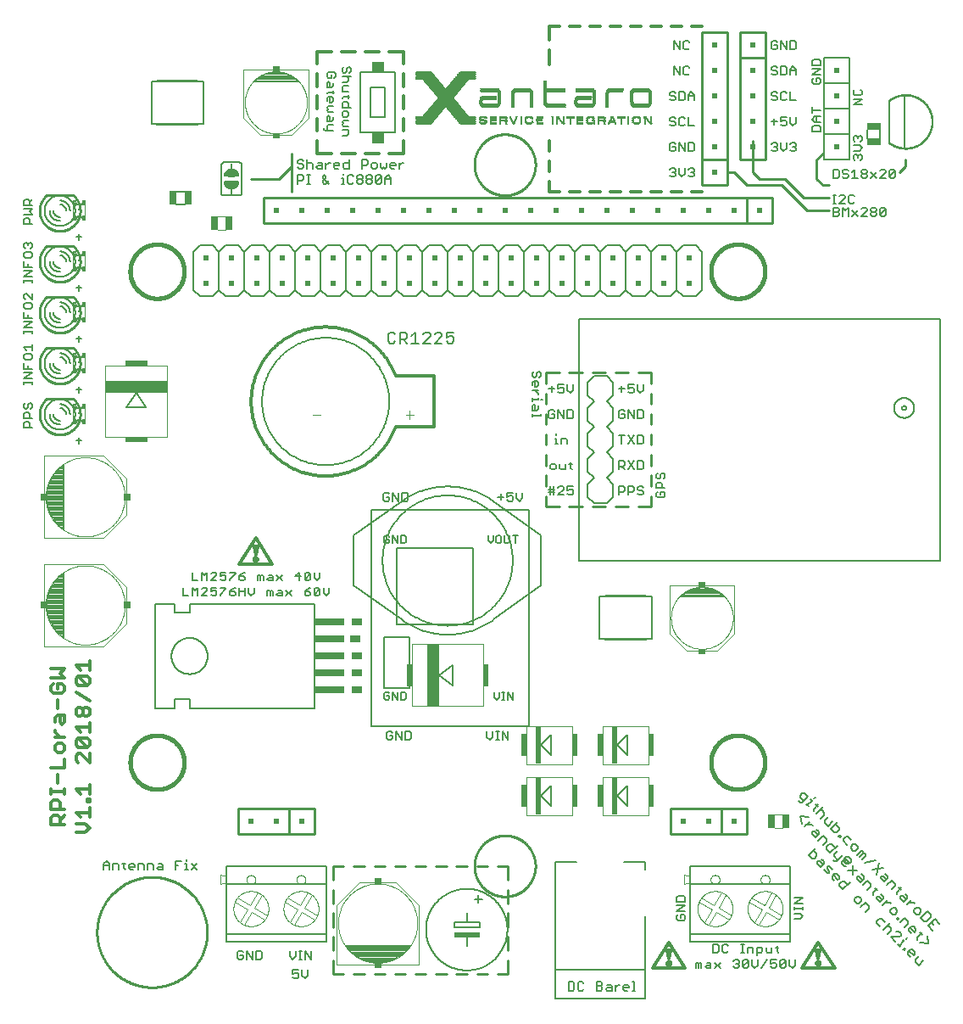
<source format=gto>
G75*
%MOIN*%
%OFA0B0*%
%FSLAX25Y25*%
%IPPOS*%
%LPD*%
%AMOC8*
5,1,8,0,0,1.08239X$1,22.5*
%
%ADD10C,0.00600*%
%ADD11C,0.00800*%
%ADD12C,0.01300*%
%ADD13C,0.01000*%
%ADD14C,0.01600*%
%ADD15C,0.01200*%
%ADD16C,0.00700*%
%ADD17C,0.00300*%
%ADD18R,0.02300X0.02300*%
%ADD19C,0.00400*%
%ADD20R,0.01280X0.01969*%
%ADD21R,0.00591X0.00984*%
%ADD22R,0.01575X0.00689*%
%ADD23R,0.00787X0.00787*%
%ADD24R,0.01181X0.01181*%
%ADD25R,0.01280X0.00295*%
%ADD26R,0.05512X0.02559*%
%ADD27R,0.02000X0.02000*%
%ADD28C,0.00500*%
%ADD29R,0.02953X0.05709*%
%ADD30R,0.04331X0.03150*%
%ADD31R,0.11811X0.03150*%
%ADD32R,0.02100X0.08600*%
%ADD33R,0.02165X0.14961*%
%ADD34R,0.02756X0.02756*%
%ADD35R,0.02756X0.02362*%
%ADD36R,0.10000X0.02000*%
%ADD37R,0.04921X0.24409*%
%ADD38C,0.00060*%
%ADD39R,0.08600X0.02100*%
%ADD40R,0.24409X0.04921*%
%ADD41R,0.02559X0.05512*%
%ADD42R,0.06063X0.00039*%
%ADD43R,0.00906X0.00039*%
%ADD44R,0.00748X0.00039*%
%ADD45R,0.00709X0.00039*%
%ADD46R,0.00787X0.00039*%
%ADD47R,0.06102X0.00039*%
%ADD48R,0.01457X0.00039*%
%ADD49R,0.01220X0.00039*%
%ADD50R,0.01181X0.00039*%
%ADD51R,0.01260X0.00039*%
%ADD52R,0.06142X0.00039*%
%ADD53R,0.01772X0.00039*%
%ADD54R,0.02835X0.00039*%
%ADD55R,0.00866X0.00039*%
%ADD56R,0.01535X0.00039*%
%ADD57R,0.00827X0.00039*%
%ADD58R,0.01496X0.00039*%
%ADD59R,0.00433X0.00039*%
%ADD60R,0.01575X0.00039*%
%ADD61R,0.06181X0.00039*%
%ADD62R,0.02008X0.00039*%
%ADD63R,0.00945X0.00039*%
%ADD64R,0.01693X0.00039*%
%ADD65R,0.01850X0.00039*%
%ADD66R,0.02205X0.00039*%
%ADD67R,0.01969X0.00039*%
%ADD68R,0.00984X0.00039*%
%ADD69R,0.01929X0.00039*%
%ADD70R,0.00472X0.00039*%
%ADD71R,0.02047X0.00039*%
%ADD72R,0.06220X0.00039*%
%ADD73R,0.02323X0.00039*%
%ADD74R,0.02165X0.00039*%
%ADD75R,0.01024X0.00039*%
%ADD76R,0.06260X0.00039*%
%ADD77R,0.02480X0.00039*%
%ADD78R,0.02283X0.00039*%
%ADD79R,0.02362X0.00039*%
%ADD80R,0.01063X0.00039*%
%ADD81R,0.06299X0.00039*%
%ADD82R,0.02598X0.00039*%
%ADD83R,0.02441X0.00039*%
%ADD84R,0.00512X0.00039*%
%ADD85R,0.02520X0.00039*%
%ADD86R,0.06339X0.00039*%
%ADD87R,0.02677X0.00039*%
%ADD88R,0.01102X0.00039*%
%ADD89R,0.06378X0.00039*%
%ADD90R,0.02795X0.00039*%
%ADD91R,0.01142X0.00039*%
%ADD92R,0.02638X0.00039*%
%ADD93R,0.02717X0.00039*%
%ADD94R,0.02756X0.00039*%
%ADD95R,0.03150X0.00039*%
%ADD96R,0.06417X0.00039*%
%ADD97R,0.02913X0.00039*%
%ADD98R,0.03189X0.00039*%
%ADD99R,0.06457X0.00039*%
%ADD100R,0.02953X0.00039*%
%ADD101R,0.03228X0.00039*%
%ADD102R,0.02992X0.00039*%
%ADD103R,0.06496X0.00039*%
%ADD104R,0.03031X0.00039*%
%ADD105R,0.03268X0.00039*%
%ADD106R,0.03071X0.00039*%
%ADD107R,0.06535X0.00039*%
%ADD108R,0.01299X0.00039*%
%ADD109R,0.01417X0.00039*%
%ADD110R,0.01614X0.00039*%
%ADD111R,0.06575X0.00039*%
%ADD112R,0.01339X0.00039*%
%ADD113R,0.01378X0.00039*%
%ADD114R,0.06614X0.00039*%
%ADD115R,0.06654X0.00039*%
%ADD116R,0.06693X0.00039*%
%ADD117R,0.06732X0.00039*%
%ADD118R,0.06772X0.00039*%
%ADD119R,0.06811X0.00039*%
%ADD120R,0.02874X0.00039*%
%ADD121R,0.06850X0.00039*%
%ADD122R,0.06890X0.00039*%
%ADD123R,0.01654X0.00039*%
%ADD124R,0.06929X0.00039*%
%ADD125R,0.06969X0.00039*%
%ADD126R,0.07008X0.00039*%
%ADD127R,0.07047X0.00039*%
%ADD128R,0.07087X0.00039*%
%ADD129R,0.07126X0.00039*%
%ADD130R,0.07165X0.00039*%
%ADD131R,0.01811X0.00039*%
%ADD132R,0.07205X0.00039*%
%ADD133R,0.02087X0.00039*%
%ADD134R,0.02244X0.00039*%
%ADD135R,0.07244X0.00039*%
%ADD136R,0.02402X0.00039*%
%ADD137R,0.07283X0.00039*%
%ADD138R,0.07323X0.00039*%
%ADD139R,0.02559X0.00039*%
%ADD140R,0.07362X0.00039*%
%ADD141R,0.07402X0.00039*%
%ADD142R,0.07441X0.00039*%
%ADD143R,0.07480X0.00039*%
%ADD144R,0.07520X0.00039*%
%ADD145R,0.07559X0.00039*%
%ADD146R,0.07598X0.00039*%
%ADD147R,0.07638X0.00039*%
%ADD148R,0.01732X0.00039*%
%ADD149R,0.07677X0.00039*%
%ADD150R,0.07717X0.00039*%
%ADD151R,0.07756X0.00039*%
%ADD152R,0.07795X0.00039*%
%ADD153R,0.07835X0.00039*%
%ADD154R,0.07874X0.00039*%
%ADD155R,0.07913X0.00039*%
%ADD156R,0.07953X0.00039*%
%ADD157R,0.07992X0.00039*%
%ADD158R,0.08031X0.00039*%
%ADD159R,0.08071X0.00039*%
%ADD160R,0.08110X0.00039*%
%ADD161R,0.08150X0.00039*%
%ADD162R,0.08189X0.00039*%
%ADD163R,0.08228X0.00039*%
%ADD164R,0.03110X0.00039*%
%ADD165R,0.08268X0.00039*%
%ADD166R,0.08307X0.00039*%
%ADD167R,0.08346X0.00039*%
%ADD168R,0.08386X0.00039*%
%ADD169R,0.08425X0.00039*%
%ADD170R,0.08465X0.00039*%
%ADD171R,0.08504X0.00039*%
%ADD172R,0.02126X0.00039*%
%ADD173R,0.08543X0.00039*%
%ADD174R,0.01890X0.00039*%
%ADD175R,0.08583X0.00039*%
%ADD176R,0.08622X0.00039*%
%ADD177R,0.08661X0.00039*%
%ADD178R,0.06024X0.00039*%
%ADD179R,0.00591X0.00039*%
%ADD180R,0.00551X0.00039*%
%ADD181R,0.05669X0.00039*%
%ADD182R,0.05984X0.00039*%
%ADD183R,0.12087X0.00039*%
%ADD184R,0.12008X0.00039*%
%ADD185R,0.11929X0.00039*%
%ADD186R,0.11850X0.00039*%
%ADD187R,0.11772X0.00039*%
%ADD188R,0.11693X0.00039*%
%ADD189R,0.11614X0.00039*%
%ADD190R,0.11535X0.00039*%
%ADD191R,0.11457X0.00039*%
%ADD192R,0.11378X0.00039*%
%ADD193R,0.11299X0.00039*%
%ADD194R,0.11220X0.00039*%
%ADD195R,0.11142X0.00039*%
%ADD196R,0.11063X0.00039*%
%ADD197R,0.10984X0.00039*%
%ADD198R,0.10906X0.00039*%
%ADD199R,0.10827X0.00039*%
%ADD200R,0.10748X0.00039*%
%ADD201R,0.10669X0.00039*%
%ADD202R,0.10591X0.00039*%
%ADD203R,0.10512X0.00039*%
%ADD204R,0.10433X0.00039*%
%ADD205R,0.10354X0.00039*%
%ADD206R,0.10276X0.00039*%
%ADD207R,0.10197X0.00039*%
%ADD208R,0.10118X0.00039*%
%ADD209R,0.10039X0.00039*%
%ADD210R,0.09961X0.00039*%
%ADD211R,0.09882X0.00039*%
%ADD212R,0.09803X0.00039*%
%ADD213R,0.09764X0.00039*%
%ADD214R,0.09724X0.00039*%
%ADD215R,0.09646X0.00039*%
%ADD216R,0.09567X0.00039*%
%ADD217R,0.09488X0.00039*%
%ADD218R,0.09409X0.00039*%
%ADD219R,0.09331X0.00039*%
%ADD220R,0.09252X0.00039*%
%ADD221R,0.09173X0.00039*%
%ADD222R,0.09094X0.00039*%
%ADD223R,0.09016X0.00039*%
%ADD224R,0.08937X0.00039*%
%ADD225R,0.08858X0.00039*%
%ADD226R,0.08780X0.00039*%
%ADD227R,0.08701X0.00039*%
%ADD228R,0.05945X0.00039*%
%ADD229R,0.05866X0.00039*%
%ADD230R,0.05787X0.00039*%
%ADD231R,0.05709X0.00039*%
%ADD232R,0.05630X0.00039*%
%ADD233R,0.05512X0.00039*%
%ADD234R,0.05315X0.00039*%
%ADD235R,0.10551X0.00039*%
%ADD236R,0.11811X0.00039*%
%ADD237R,0.05906X0.00039*%
%ADD238R,0.05827X0.00039*%
%ADD239R,0.05591X0.00039*%
%ADD240R,0.05748X0.00039*%
%ADD241R,0.05236X0.00039*%
%ADD242R,0.05000X0.04375*%
D10*
X0051370Y0067650D02*
X0051370Y0069919D01*
X0052505Y0071053D01*
X0053639Y0069919D01*
X0053639Y0067650D01*
X0055054Y0067650D02*
X0055054Y0069919D01*
X0056755Y0069919D01*
X0057322Y0069351D01*
X0057322Y0067650D01*
X0059304Y0068217D02*
X0059304Y0070486D01*
X0058737Y0069919D02*
X0059871Y0069919D01*
X0061192Y0069351D02*
X0061759Y0069919D01*
X0062894Y0069919D01*
X0063461Y0069351D01*
X0063461Y0068784D01*
X0061192Y0068784D01*
X0061192Y0068217D02*
X0061192Y0069351D01*
X0061192Y0068217D02*
X0061759Y0067650D01*
X0062894Y0067650D01*
X0064875Y0067650D02*
X0064875Y0069919D01*
X0066577Y0069919D01*
X0067144Y0069351D01*
X0067144Y0067650D01*
X0068558Y0067650D02*
X0068558Y0069919D01*
X0070260Y0069919D01*
X0070827Y0069351D01*
X0070827Y0067650D01*
X0072242Y0068217D02*
X0072809Y0068784D01*
X0074510Y0068784D01*
X0074510Y0069351D02*
X0074510Y0067650D01*
X0072809Y0067650D01*
X0072242Y0068217D01*
X0072809Y0069919D02*
X0073943Y0069919D01*
X0074510Y0069351D01*
X0079608Y0069351D02*
X0080742Y0069351D01*
X0079608Y0067650D02*
X0079608Y0071053D01*
X0081876Y0071053D01*
X0083291Y0069919D02*
X0083858Y0069919D01*
X0083858Y0067650D01*
X0083291Y0067650D02*
X0084425Y0067650D01*
X0085746Y0067650D02*
X0088015Y0069919D01*
X0085746Y0069919D02*
X0088015Y0067650D01*
X0083858Y0071053D02*
X0083858Y0071620D01*
X0099415Y0068864D02*
X0099415Y0064907D01*
X0099415Y0062584D01*
X0099415Y0062053D01*
X0138785Y0062053D01*
X0138785Y0042250D01*
X0099415Y0042250D01*
X0099415Y0062053D01*
X0099415Y0068864D02*
X0138785Y0068864D01*
X0138785Y0062053D01*
X0138785Y0042250D02*
X0138785Y0039336D01*
X0099415Y0039336D01*
X0099415Y0042250D01*
X0104442Y0035803D02*
X0103875Y0035236D01*
X0103875Y0032967D01*
X0104442Y0032400D01*
X0105577Y0032400D01*
X0106144Y0032967D01*
X0106144Y0034101D01*
X0105010Y0034101D01*
X0106144Y0035236D02*
X0105577Y0035803D01*
X0104442Y0035803D01*
X0107558Y0035803D02*
X0107558Y0032400D01*
X0109827Y0032400D02*
X0107558Y0035803D01*
X0109827Y0035803D02*
X0109827Y0032400D01*
X0111242Y0032400D02*
X0112943Y0032400D01*
X0113510Y0032967D01*
X0113510Y0035236D01*
X0112943Y0035803D01*
X0111242Y0035803D01*
X0111242Y0032400D01*
X0124489Y0033534D02*
X0125623Y0032400D01*
X0126758Y0033534D01*
X0126758Y0035803D01*
X0128172Y0035803D02*
X0129307Y0035803D01*
X0128739Y0035803D02*
X0128739Y0032400D01*
X0128172Y0032400D02*
X0129307Y0032400D01*
X0130628Y0032400D02*
X0130628Y0035803D01*
X0132896Y0032400D01*
X0132896Y0035803D01*
X0131669Y0028303D02*
X0131669Y0026034D01*
X0130534Y0024900D01*
X0129400Y0026034D01*
X0129400Y0028303D01*
X0127985Y0028303D02*
X0125717Y0028303D01*
X0125717Y0026601D01*
X0126851Y0027169D01*
X0127418Y0027169D01*
X0127985Y0026601D01*
X0127985Y0025467D01*
X0127418Y0024900D01*
X0126284Y0024900D01*
X0125717Y0025467D01*
X0124489Y0033534D02*
X0124489Y0035803D01*
X0059871Y0067650D02*
X0059304Y0068217D01*
X0053639Y0069351D02*
X0051370Y0069351D01*
X0156600Y0124100D02*
X0218600Y0124100D01*
X0218600Y0209100D01*
X0156600Y0209100D01*
X0156600Y0124100D01*
X0162625Y0121486D02*
X0162625Y0119217D01*
X0163192Y0118650D01*
X0164327Y0118650D01*
X0164894Y0119217D01*
X0164894Y0120351D01*
X0163760Y0120351D01*
X0164894Y0121486D02*
X0164327Y0122053D01*
X0163192Y0122053D01*
X0162625Y0121486D01*
X0166308Y0122053D02*
X0166308Y0118650D01*
X0168577Y0118650D02*
X0166308Y0122053D01*
X0168577Y0122053D02*
X0168577Y0118650D01*
X0169992Y0118650D02*
X0171693Y0118650D01*
X0172260Y0119217D01*
X0172260Y0121486D01*
X0171693Y0122053D01*
X0169992Y0122053D01*
X0169992Y0118650D01*
X0171600Y0139100D02*
X0161600Y0139100D01*
X0161600Y0159100D01*
X0171600Y0159100D01*
X0171600Y0139100D01*
X0166600Y0164100D02*
X0166600Y0194100D01*
X0196600Y0194100D01*
X0196600Y0164100D01*
X0166600Y0164100D01*
X0201989Y0122053D02*
X0201989Y0119784D01*
X0203123Y0118650D01*
X0204258Y0119784D01*
X0204258Y0122053D01*
X0205672Y0122053D02*
X0206807Y0122053D01*
X0206239Y0122053D02*
X0206239Y0118650D01*
X0205672Y0118650D02*
X0206807Y0118650D01*
X0208128Y0118650D02*
X0208128Y0122053D01*
X0210396Y0118650D01*
X0210396Y0122053D01*
X0246399Y0158399D02*
X0266801Y0158399D01*
X0266801Y0174899D01*
X0246399Y0174899D01*
X0246399Y0158399D01*
X0248600Y0158002D02*
X0264600Y0158002D01*
X0264600Y0175301D02*
X0248600Y0175301D01*
X0269214Y0213875D02*
X0271483Y0213875D01*
X0272050Y0214442D01*
X0272050Y0215577D01*
X0271483Y0216144D01*
X0270349Y0216144D01*
X0270349Y0215010D01*
X0269214Y0216144D02*
X0268647Y0215577D01*
X0268647Y0214442D01*
X0269214Y0213875D01*
X0268647Y0217558D02*
X0268647Y0219260D01*
X0269214Y0219827D01*
X0270349Y0219827D01*
X0270916Y0219260D01*
X0270916Y0217558D01*
X0272050Y0217558D02*
X0268647Y0217558D01*
X0269214Y0221242D02*
X0269781Y0221242D01*
X0270349Y0221809D01*
X0270349Y0222943D01*
X0270916Y0223510D01*
X0271483Y0223510D01*
X0272050Y0222943D01*
X0272050Y0221809D01*
X0271483Y0221242D01*
X0269214Y0221242D02*
X0268647Y0221809D01*
X0268647Y0222943D01*
X0269214Y0223510D01*
X0263510Y0225467D02*
X0263510Y0227736D01*
X0262943Y0228303D01*
X0261242Y0228303D01*
X0261242Y0224900D01*
X0262943Y0224900D01*
X0263510Y0225467D01*
X0259827Y0224900D02*
X0257558Y0228303D01*
X0256144Y0227736D02*
X0256144Y0226601D01*
X0255577Y0226034D01*
X0253875Y0226034D01*
X0253875Y0224900D02*
X0253875Y0228303D01*
X0255577Y0228303D01*
X0256144Y0227736D01*
X0255010Y0226034D02*
X0256144Y0224900D01*
X0257558Y0224900D02*
X0259827Y0228303D01*
X0259827Y0234900D02*
X0257558Y0238303D01*
X0256144Y0238303D02*
X0253875Y0238303D01*
X0255010Y0238303D02*
X0255010Y0234900D01*
X0257558Y0234900D02*
X0259827Y0238303D01*
X0261242Y0238303D02*
X0262943Y0238303D01*
X0263510Y0237736D01*
X0263510Y0235467D01*
X0262943Y0234900D01*
X0261242Y0234900D01*
X0261242Y0238303D01*
X0261242Y0244900D02*
X0262943Y0244900D01*
X0263510Y0245467D01*
X0263510Y0247736D01*
X0262943Y0248303D01*
X0261242Y0248303D01*
X0261242Y0244900D01*
X0259827Y0244900D02*
X0259827Y0248303D01*
X0257558Y0248303D02*
X0257558Y0244900D01*
X0256144Y0245467D02*
X0256144Y0246601D01*
X0255010Y0246601D01*
X0256144Y0245467D02*
X0255577Y0244900D01*
X0254442Y0244900D01*
X0253875Y0245467D01*
X0253875Y0247736D01*
X0254442Y0248303D01*
X0255577Y0248303D01*
X0256144Y0247736D01*
X0257558Y0248303D02*
X0259827Y0244900D01*
X0259260Y0254900D02*
X0258126Y0254900D01*
X0257558Y0255467D01*
X0257558Y0256601D02*
X0258693Y0257169D01*
X0259260Y0257169D01*
X0259827Y0256601D01*
X0259827Y0255467D01*
X0259260Y0254900D01*
X0261242Y0256034D02*
X0261242Y0258303D01*
X0259827Y0258303D02*
X0257558Y0258303D01*
X0257558Y0256601D01*
X0256144Y0256601D02*
X0253875Y0256601D01*
X0255010Y0255467D02*
X0255010Y0257736D01*
X0261242Y0256034D02*
X0262376Y0254900D01*
X0263510Y0256034D01*
X0263510Y0258303D01*
X0236010Y0258303D02*
X0236010Y0256034D01*
X0234876Y0254900D01*
X0233742Y0256034D01*
X0233742Y0258303D01*
X0232327Y0258303D02*
X0230058Y0258303D01*
X0230058Y0256601D01*
X0231193Y0257169D01*
X0231760Y0257169D01*
X0232327Y0256601D01*
X0232327Y0255467D01*
X0231760Y0254900D01*
X0230626Y0254900D01*
X0230058Y0255467D01*
X0228644Y0256601D02*
X0226375Y0256601D01*
X0227510Y0255467D02*
X0227510Y0257736D01*
X0222169Y0257930D02*
X0221601Y0257363D01*
X0221034Y0257363D01*
X0221034Y0259632D01*
X0220467Y0259632D02*
X0221601Y0259632D01*
X0222169Y0259064D01*
X0222169Y0257930D01*
X0222169Y0255948D02*
X0219900Y0255948D01*
X0221034Y0255948D02*
X0222169Y0254814D01*
X0222169Y0254247D01*
X0222169Y0252879D02*
X0222169Y0252312D01*
X0219900Y0252312D01*
X0219900Y0252879D02*
X0219900Y0251745D01*
X0220467Y0250424D02*
X0221034Y0249857D01*
X0221034Y0248155D01*
X0221601Y0248155D02*
X0219900Y0248155D01*
X0219900Y0249857D01*
X0220467Y0250424D01*
X0222169Y0249857D02*
X0222169Y0248722D01*
X0221601Y0248155D01*
X0219900Y0246741D02*
X0219900Y0245606D01*
X0219900Y0246173D02*
X0223303Y0246173D01*
X0223303Y0246741D01*
X0226375Y0247736D02*
X0226942Y0248303D01*
X0228077Y0248303D01*
X0228644Y0247736D01*
X0228644Y0246601D02*
X0227510Y0246601D01*
X0228644Y0246601D02*
X0228644Y0245467D01*
X0228077Y0244900D01*
X0226942Y0244900D01*
X0226375Y0245467D01*
X0226375Y0247736D01*
X0230058Y0248303D02*
X0232327Y0244900D01*
X0232327Y0248303D01*
X0233742Y0248303D02*
X0235443Y0248303D01*
X0236010Y0247736D01*
X0236010Y0245467D01*
X0235443Y0244900D01*
X0233742Y0244900D01*
X0233742Y0248303D01*
X0230058Y0248303D02*
X0230058Y0244900D01*
X0229398Y0238870D02*
X0229398Y0238303D01*
X0229398Y0237169D02*
X0229398Y0234900D01*
X0228831Y0234900D02*
X0229965Y0234900D01*
X0231286Y0234900D02*
X0231286Y0237169D01*
X0232988Y0237169D01*
X0233555Y0236601D01*
X0233555Y0234900D01*
X0229398Y0237169D02*
X0228831Y0237169D01*
X0234923Y0227736D02*
X0234923Y0225467D01*
X0235490Y0224900D01*
X0235490Y0227169D02*
X0234355Y0227169D01*
X0232941Y0227169D02*
X0232941Y0224900D01*
X0231239Y0224900D01*
X0230672Y0225467D01*
X0230672Y0227169D01*
X0229258Y0226601D02*
X0228691Y0227169D01*
X0227556Y0227169D01*
X0226989Y0226601D01*
X0226989Y0225467D01*
X0227556Y0224900D01*
X0228691Y0224900D01*
X0229258Y0225467D01*
X0229258Y0226601D01*
X0228077Y0218303D02*
X0228077Y0214900D01*
X0226942Y0214900D02*
X0226942Y0218303D01*
X0226375Y0217169D02*
X0228077Y0217169D01*
X0228644Y0217169D01*
X0228644Y0216034D02*
X0226375Y0216034D01*
X0230058Y0214900D02*
X0232327Y0217169D01*
X0232327Y0217736D01*
X0231760Y0218303D01*
X0230626Y0218303D01*
X0230058Y0217736D01*
X0230058Y0214900D02*
X0232327Y0214900D01*
X0233742Y0215467D02*
X0234309Y0214900D01*
X0235443Y0214900D01*
X0236010Y0215467D01*
X0236010Y0216601D01*
X0235443Y0217169D01*
X0234876Y0217169D01*
X0233742Y0216601D01*
X0233742Y0218303D01*
X0236010Y0218303D01*
X0253875Y0218303D02*
X0255577Y0218303D01*
X0256144Y0217736D01*
X0256144Y0216601D01*
X0255577Y0216034D01*
X0253875Y0216034D01*
X0253875Y0214900D02*
X0253875Y0218303D01*
X0257558Y0218303D02*
X0259260Y0218303D01*
X0259827Y0217736D01*
X0259827Y0216601D01*
X0259260Y0216034D01*
X0257558Y0216034D01*
X0257558Y0214900D02*
X0257558Y0218303D01*
X0261242Y0217736D02*
X0261242Y0217169D01*
X0261809Y0216601D01*
X0262943Y0216601D01*
X0263510Y0216034D01*
X0263510Y0215467D01*
X0262943Y0214900D01*
X0261809Y0214900D01*
X0261242Y0215467D01*
X0261242Y0217736D02*
X0261809Y0218303D01*
X0262943Y0218303D01*
X0263510Y0217736D01*
X0223870Y0252312D02*
X0223303Y0252312D01*
X0219900Y0257930D02*
X0219900Y0259064D01*
X0220467Y0259632D01*
X0220467Y0261046D02*
X0219900Y0261613D01*
X0219900Y0262748D01*
X0220467Y0263315D01*
X0221601Y0262748D02*
X0221601Y0261613D01*
X0221034Y0261046D01*
X0220467Y0261046D01*
X0221601Y0262748D02*
X0222169Y0263315D01*
X0222736Y0263315D01*
X0223303Y0262748D01*
X0223303Y0261613D01*
X0222736Y0261046D01*
X0224100Y0292850D02*
X0219100Y0292850D01*
X0216600Y0295350D01*
X0216600Y0310350D01*
X0219100Y0312850D01*
X0224100Y0312850D01*
X0226600Y0310350D01*
X0226600Y0295350D01*
X0224100Y0292850D01*
X0226600Y0295350D02*
X0229100Y0292850D01*
X0234100Y0292850D01*
X0236600Y0295350D01*
X0236600Y0310350D01*
X0239100Y0312850D01*
X0244100Y0312850D01*
X0246600Y0310350D01*
X0246600Y0295350D01*
X0244100Y0292850D01*
X0239100Y0292850D01*
X0236600Y0295350D01*
X0246600Y0295350D02*
X0249100Y0292850D01*
X0254100Y0292850D01*
X0256600Y0295350D01*
X0256600Y0310350D01*
X0259100Y0312850D01*
X0264100Y0312850D01*
X0266600Y0310350D01*
X0266600Y0295350D01*
X0264100Y0292850D01*
X0259100Y0292850D01*
X0256600Y0295350D01*
X0266600Y0295350D02*
X0269100Y0292850D01*
X0274100Y0292850D01*
X0276600Y0295350D01*
X0279100Y0292850D01*
X0284100Y0292850D01*
X0286600Y0295350D01*
X0286600Y0310350D01*
X0284100Y0312850D01*
X0279100Y0312850D01*
X0276600Y0310350D01*
X0276600Y0295350D01*
X0276600Y0310350D02*
X0274100Y0312850D01*
X0269100Y0312850D01*
X0266600Y0310350D01*
X0256600Y0310350D02*
X0254100Y0312850D01*
X0249100Y0312850D01*
X0246600Y0310350D01*
X0236600Y0310350D02*
X0234100Y0312850D01*
X0229100Y0312850D01*
X0226600Y0310350D01*
X0216600Y0310350D02*
X0214100Y0312850D01*
X0209100Y0312850D01*
X0206600Y0310350D01*
X0206600Y0295350D01*
X0204100Y0292850D01*
X0199100Y0292850D01*
X0196600Y0295350D01*
X0196600Y0310350D01*
X0199100Y0312850D01*
X0204100Y0312850D01*
X0206600Y0310350D01*
X0196600Y0310350D02*
X0194100Y0312850D01*
X0189100Y0312850D01*
X0186600Y0310350D01*
X0186600Y0295350D01*
X0184100Y0292850D01*
X0179100Y0292850D01*
X0176600Y0295350D01*
X0176600Y0310350D01*
X0179100Y0312850D01*
X0184100Y0312850D01*
X0186600Y0310350D01*
X0176600Y0310350D02*
X0174100Y0312850D01*
X0169100Y0312850D01*
X0166600Y0310350D01*
X0166600Y0295350D01*
X0164100Y0292850D01*
X0159100Y0292850D01*
X0156600Y0295350D01*
X0156600Y0310350D01*
X0159100Y0312850D01*
X0164100Y0312850D01*
X0166600Y0310350D01*
X0156600Y0310350D02*
X0154100Y0312850D01*
X0149100Y0312850D01*
X0146600Y0310350D01*
X0146600Y0295350D01*
X0149100Y0292850D01*
X0154100Y0292850D01*
X0156600Y0295350D01*
X0146600Y0295350D02*
X0144100Y0292850D01*
X0139100Y0292850D01*
X0136600Y0295350D01*
X0136600Y0310350D01*
X0139100Y0312850D01*
X0144100Y0312850D01*
X0146600Y0310350D01*
X0136600Y0310350D02*
X0134100Y0312850D01*
X0129100Y0312850D01*
X0126600Y0310350D01*
X0126600Y0295350D01*
X0129100Y0292850D01*
X0134100Y0292850D01*
X0136600Y0295350D01*
X0126600Y0295350D02*
X0124100Y0292850D01*
X0119100Y0292850D01*
X0116600Y0295350D01*
X0116600Y0310350D01*
X0119100Y0312850D01*
X0124100Y0312850D01*
X0126600Y0310350D01*
X0116600Y0310350D02*
X0114100Y0312850D01*
X0109100Y0312850D01*
X0106600Y0310350D01*
X0106600Y0295350D01*
X0109100Y0292850D01*
X0114100Y0292850D01*
X0116600Y0295350D01*
X0106600Y0295350D02*
X0104100Y0292850D01*
X0099100Y0292850D01*
X0096600Y0295350D01*
X0096600Y0310350D01*
X0099100Y0312850D01*
X0104100Y0312850D01*
X0106600Y0310350D01*
X0096600Y0310350D02*
X0094100Y0312850D01*
X0089100Y0312850D01*
X0086600Y0310350D01*
X0086600Y0295350D01*
X0089100Y0292850D01*
X0094100Y0292850D01*
X0096600Y0295350D01*
X0083214Y0329100D02*
X0079986Y0329100D01*
X0079986Y0334100D02*
X0083214Y0334100D01*
X0097600Y0333600D02*
X0097600Y0344600D01*
X0097602Y0344660D01*
X0097607Y0344721D01*
X0097616Y0344780D01*
X0097629Y0344839D01*
X0097645Y0344898D01*
X0097665Y0344955D01*
X0097688Y0345010D01*
X0097715Y0345065D01*
X0097744Y0345117D01*
X0097777Y0345168D01*
X0097813Y0345217D01*
X0097851Y0345263D01*
X0097893Y0345307D01*
X0097937Y0345349D01*
X0097983Y0345387D01*
X0098032Y0345423D01*
X0098083Y0345456D01*
X0098135Y0345485D01*
X0098190Y0345512D01*
X0098245Y0345535D01*
X0098302Y0345555D01*
X0098361Y0345571D01*
X0098420Y0345584D01*
X0098479Y0345593D01*
X0098540Y0345598D01*
X0098600Y0345600D01*
X0104600Y0345600D01*
X0104660Y0345598D01*
X0104721Y0345593D01*
X0104780Y0345584D01*
X0104839Y0345571D01*
X0104898Y0345555D01*
X0104955Y0345535D01*
X0105010Y0345512D01*
X0105065Y0345485D01*
X0105117Y0345456D01*
X0105168Y0345423D01*
X0105217Y0345387D01*
X0105263Y0345349D01*
X0105307Y0345307D01*
X0105349Y0345263D01*
X0105387Y0345217D01*
X0105423Y0345168D01*
X0105456Y0345117D01*
X0105485Y0345065D01*
X0105512Y0345010D01*
X0105535Y0344955D01*
X0105555Y0344898D01*
X0105571Y0344839D01*
X0105584Y0344780D01*
X0105593Y0344721D01*
X0105598Y0344660D01*
X0105600Y0344600D01*
X0105600Y0333600D01*
X0105598Y0333540D01*
X0105593Y0333479D01*
X0105584Y0333420D01*
X0105571Y0333361D01*
X0105555Y0333302D01*
X0105535Y0333245D01*
X0105512Y0333190D01*
X0105485Y0333135D01*
X0105456Y0333083D01*
X0105423Y0333032D01*
X0105387Y0332983D01*
X0105349Y0332937D01*
X0105307Y0332893D01*
X0105263Y0332851D01*
X0105217Y0332813D01*
X0105168Y0332777D01*
X0105117Y0332744D01*
X0105065Y0332715D01*
X0105010Y0332688D01*
X0104955Y0332665D01*
X0104898Y0332645D01*
X0104839Y0332629D01*
X0104780Y0332616D01*
X0104721Y0332607D01*
X0104660Y0332602D01*
X0104600Y0332600D01*
X0098600Y0332600D01*
X0098540Y0332602D01*
X0098479Y0332607D01*
X0098420Y0332616D01*
X0098361Y0332629D01*
X0098302Y0332645D01*
X0098245Y0332665D01*
X0098190Y0332688D01*
X0098135Y0332715D01*
X0098083Y0332744D01*
X0098032Y0332777D01*
X0097983Y0332813D01*
X0097937Y0332851D01*
X0097893Y0332893D01*
X0097851Y0332937D01*
X0097813Y0332983D01*
X0097777Y0333032D01*
X0097744Y0333083D01*
X0097715Y0333135D01*
X0097688Y0333190D01*
X0097665Y0333245D01*
X0097645Y0333302D01*
X0097629Y0333361D01*
X0097616Y0333420D01*
X0097607Y0333479D01*
X0097602Y0333540D01*
X0097600Y0333600D01*
X0101600Y0333100D02*
X0101600Y0335100D01*
X0101600Y0343100D02*
X0101600Y0345100D01*
X0090551Y0360801D02*
X0070149Y0360801D01*
X0070149Y0377301D01*
X0090551Y0377301D01*
X0090551Y0360801D01*
X0088350Y0360399D02*
X0072350Y0360399D01*
X0072350Y0377698D02*
X0088350Y0377698D01*
X0127680Y0345986D02*
X0127680Y0345419D01*
X0128247Y0344851D01*
X0129381Y0344851D01*
X0129949Y0344284D01*
X0129949Y0343717D01*
X0129381Y0343150D01*
X0128247Y0343150D01*
X0127680Y0343717D01*
X0127680Y0345986D02*
X0128247Y0346553D01*
X0129381Y0346553D01*
X0129949Y0345986D01*
X0131363Y0346553D02*
X0131363Y0343150D01*
X0131363Y0344851D02*
X0131930Y0345419D01*
X0133065Y0345419D01*
X0133632Y0344851D01*
X0133632Y0343150D01*
X0135046Y0343717D02*
X0135613Y0344284D01*
X0137315Y0344284D01*
X0137315Y0344851D02*
X0137315Y0343150D01*
X0135613Y0343150D01*
X0135046Y0343717D01*
X0135613Y0345419D02*
X0136748Y0345419D01*
X0137315Y0344851D01*
X0138729Y0344284D02*
X0139864Y0345419D01*
X0140431Y0345419D01*
X0141799Y0344851D02*
X0142366Y0345419D01*
X0143500Y0345419D01*
X0144067Y0344851D01*
X0144067Y0344284D01*
X0141799Y0344284D01*
X0141799Y0343717D02*
X0141799Y0344851D01*
X0141799Y0343717D02*
X0142366Y0343150D01*
X0143500Y0343150D01*
X0145482Y0343717D02*
X0145482Y0344851D01*
X0146049Y0345419D01*
X0147750Y0345419D01*
X0147750Y0346553D02*
X0147750Y0343150D01*
X0146049Y0343150D01*
X0145482Y0343717D01*
X0145435Y0341120D02*
X0145435Y0340553D01*
X0145435Y0339419D02*
X0145435Y0337150D01*
X0144868Y0337150D02*
X0146002Y0337150D01*
X0147323Y0337717D02*
X0147323Y0339986D01*
X0147891Y0340553D01*
X0149025Y0340553D01*
X0149592Y0339986D01*
X0151007Y0339986D02*
X0151007Y0339419D01*
X0151574Y0338851D01*
X0152708Y0338851D01*
X0153275Y0338284D01*
X0153275Y0337717D01*
X0152708Y0337150D01*
X0151574Y0337150D01*
X0151007Y0337717D01*
X0151007Y0338284D01*
X0151574Y0338851D01*
X0152708Y0338851D02*
X0153275Y0339419D01*
X0153275Y0339986D01*
X0152708Y0340553D01*
X0151574Y0340553D01*
X0151007Y0339986D01*
X0149592Y0337717D02*
X0149025Y0337150D01*
X0147891Y0337150D01*
X0147323Y0337717D01*
X0145435Y0339419D02*
X0144868Y0339419D01*
X0139770Y0338284D02*
X0138636Y0337150D01*
X0138069Y0337150D01*
X0137502Y0337717D01*
X0137502Y0338284D01*
X0138636Y0339419D01*
X0138636Y0339986D01*
X0138069Y0340553D01*
X0137502Y0339986D01*
X0137502Y0339419D01*
X0139770Y0337150D01*
X0138729Y0343150D02*
X0138729Y0345419D01*
X0132497Y0340553D02*
X0131363Y0340553D01*
X0131930Y0340553D02*
X0131930Y0337150D01*
X0131363Y0337150D02*
X0132497Y0337150D01*
X0129949Y0338851D02*
X0129381Y0338284D01*
X0127680Y0338284D01*
X0127680Y0337150D02*
X0127680Y0340553D01*
X0129381Y0340553D01*
X0129949Y0339986D01*
X0129949Y0338851D01*
X0138583Y0357937D02*
X0138016Y0358505D01*
X0138016Y0359072D01*
X0139150Y0359639D02*
X0139150Y0357937D01*
X0138583Y0357937D02*
X0141419Y0357937D01*
X0141419Y0360206D02*
X0139717Y0360206D01*
X0139150Y0359639D01*
X0139150Y0361621D02*
X0139150Y0363322D01*
X0139717Y0363889D01*
X0140284Y0363322D01*
X0140284Y0361621D01*
X0140851Y0361621D02*
X0139150Y0361621D01*
X0140851Y0361621D02*
X0141419Y0362188D01*
X0141419Y0363322D01*
X0141419Y0365304D02*
X0139717Y0365304D01*
X0139150Y0365871D01*
X0139717Y0366438D01*
X0139150Y0367005D01*
X0139717Y0367572D01*
X0141419Y0367572D01*
X0140851Y0368987D02*
X0140284Y0368987D01*
X0140284Y0371255D01*
X0139717Y0371255D02*
X0140851Y0371255D01*
X0141419Y0370688D01*
X0141419Y0369554D01*
X0140851Y0368987D01*
X0139150Y0369554D02*
X0139150Y0370688D01*
X0139717Y0371255D01*
X0139150Y0372577D02*
X0139717Y0373144D01*
X0141986Y0373144D01*
X0141419Y0373711D02*
X0141419Y0372577D01*
X0140851Y0375125D02*
X0139150Y0375125D01*
X0139150Y0376827D01*
X0139717Y0377394D01*
X0140284Y0376827D01*
X0140284Y0375125D01*
X0140851Y0375125D02*
X0141419Y0375693D01*
X0141419Y0376827D01*
X0141986Y0378809D02*
X0142553Y0379376D01*
X0142553Y0380510D01*
X0141986Y0381077D01*
X0139717Y0381077D01*
X0139150Y0380510D01*
X0139150Y0379376D01*
X0139717Y0378809D01*
X0140851Y0378809D01*
X0140851Y0379943D01*
X0145150Y0379236D02*
X0148553Y0379236D01*
X0147419Y0378668D02*
X0147419Y0377534D01*
X0146851Y0376967D01*
X0145150Y0376967D01*
X0145717Y0375552D02*
X0145150Y0374985D01*
X0145150Y0373284D01*
X0147419Y0373284D01*
X0147419Y0371869D02*
X0147419Y0370735D01*
X0147986Y0371302D02*
X0145717Y0371302D01*
X0145150Y0370735D01*
X0145717Y0369414D02*
X0146851Y0369414D01*
X0147419Y0368847D01*
X0147419Y0367145D01*
X0148553Y0367145D02*
X0145150Y0367145D01*
X0145150Y0368847D01*
X0145717Y0369414D01*
X0145717Y0365731D02*
X0145150Y0365164D01*
X0145150Y0364029D01*
X0145717Y0363462D01*
X0146851Y0363462D01*
X0147419Y0364029D01*
X0147419Y0365164D01*
X0146851Y0365731D01*
X0145717Y0365731D01*
X0145717Y0362048D02*
X0145150Y0361480D01*
X0145717Y0360913D01*
X0145150Y0360346D01*
X0145717Y0359779D01*
X0147419Y0359779D01*
X0147419Y0358364D02*
X0145150Y0358364D01*
X0145150Y0356096D02*
X0146851Y0356096D01*
X0147419Y0356663D01*
X0147419Y0358364D01*
X0147419Y0362048D02*
X0145717Y0362048D01*
X0145717Y0375552D02*
X0147419Y0375552D01*
X0147419Y0378668D02*
X0146851Y0379236D01*
X0146284Y0380650D02*
X0145717Y0380650D01*
X0145150Y0381217D01*
X0145150Y0382352D01*
X0145717Y0382919D01*
X0146851Y0382352D02*
X0146851Y0381217D01*
X0146284Y0380650D01*
X0147986Y0380650D02*
X0148553Y0381217D01*
X0148553Y0382352D01*
X0147986Y0382919D01*
X0147419Y0382919D01*
X0146851Y0382352D01*
X0152848Y0346553D02*
X0154550Y0346553D01*
X0155117Y0345986D01*
X0155117Y0344851D01*
X0154550Y0344284D01*
X0152848Y0344284D01*
X0152848Y0343150D02*
X0152848Y0346553D01*
X0156531Y0344851D02*
X0156531Y0343717D01*
X0157098Y0343150D01*
X0158233Y0343150D01*
X0158800Y0343717D01*
X0158800Y0344851D01*
X0158233Y0345419D01*
X0157098Y0345419D01*
X0156531Y0344851D01*
X0160214Y0345419D02*
X0160214Y0343717D01*
X0160782Y0343150D01*
X0161349Y0343717D01*
X0161916Y0343150D01*
X0162483Y0343717D01*
X0162483Y0345419D01*
X0163898Y0344851D02*
X0164465Y0345419D01*
X0165599Y0345419D01*
X0166166Y0344851D01*
X0166166Y0344284D01*
X0163898Y0344284D01*
X0163898Y0343717D02*
X0163898Y0344851D01*
X0163898Y0343717D02*
X0164465Y0343150D01*
X0165599Y0343150D01*
X0167581Y0343150D02*
X0167581Y0345419D01*
X0168715Y0345419D02*
X0169282Y0345419D01*
X0168715Y0345419D02*
X0167581Y0344284D01*
X0163190Y0340553D02*
X0164325Y0339419D01*
X0164325Y0337150D01*
X0164325Y0338851D02*
X0162056Y0338851D01*
X0162056Y0339419D02*
X0163190Y0340553D01*
X0162056Y0339419D02*
X0162056Y0337150D01*
X0160641Y0337717D02*
X0160074Y0337150D01*
X0158940Y0337150D01*
X0158373Y0337717D01*
X0160641Y0339986D01*
X0160641Y0337717D01*
X0158373Y0337717D02*
X0158373Y0339986D01*
X0158940Y0340553D01*
X0160074Y0340553D01*
X0160641Y0339986D01*
X0156958Y0339986D02*
X0156958Y0339419D01*
X0156391Y0338851D01*
X0155257Y0338851D01*
X0154690Y0339419D01*
X0154690Y0339986D01*
X0155257Y0340553D01*
X0156391Y0340553D01*
X0156958Y0339986D01*
X0156391Y0338851D02*
X0156958Y0338284D01*
X0156958Y0337717D01*
X0156391Y0337150D01*
X0155257Y0337150D01*
X0154690Y0337717D01*
X0154690Y0338284D01*
X0155257Y0338851D01*
X0166600Y0295350D02*
X0169100Y0292850D01*
X0174100Y0292850D01*
X0176600Y0295350D01*
X0186600Y0295350D02*
X0189100Y0292850D01*
X0194100Y0292850D01*
X0196600Y0295350D01*
X0206600Y0295350D02*
X0209100Y0292850D01*
X0214100Y0292850D01*
X0216600Y0295350D01*
X0273875Y0340467D02*
X0274442Y0339900D01*
X0275577Y0339900D01*
X0276144Y0340467D01*
X0276144Y0341034D01*
X0275577Y0341601D01*
X0275010Y0341601D01*
X0275577Y0341601D02*
X0276144Y0342169D01*
X0276144Y0342736D01*
X0275577Y0343303D01*
X0274442Y0343303D01*
X0273875Y0342736D01*
X0277558Y0343303D02*
X0277558Y0341034D01*
X0278693Y0339900D01*
X0279827Y0341034D01*
X0279827Y0343303D01*
X0281242Y0342736D02*
X0281809Y0343303D01*
X0282943Y0343303D01*
X0283510Y0342736D01*
X0283510Y0342169D01*
X0282943Y0341601D01*
X0283510Y0341034D01*
X0283510Y0340467D01*
X0282943Y0339900D01*
X0281809Y0339900D01*
X0281242Y0340467D01*
X0282376Y0341601D02*
X0282943Y0341601D01*
X0282943Y0349900D02*
X0283510Y0350467D01*
X0283510Y0352736D01*
X0282943Y0353303D01*
X0281242Y0353303D01*
X0281242Y0349900D01*
X0282943Y0349900D01*
X0279827Y0349900D02*
X0279827Y0353303D01*
X0277558Y0353303D02*
X0279827Y0349900D01*
X0277558Y0349900D02*
X0277558Y0353303D01*
X0276144Y0352736D02*
X0275577Y0353303D01*
X0274442Y0353303D01*
X0273875Y0352736D01*
X0273875Y0350467D01*
X0274442Y0349900D01*
X0275577Y0349900D01*
X0276144Y0350467D01*
X0276144Y0351601D01*
X0275010Y0351601D01*
X0275577Y0359900D02*
X0274442Y0359900D01*
X0273875Y0360467D01*
X0274442Y0361601D02*
X0275577Y0361601D01*
X0276144Y0361034D01*
X0276144Y0360467D01*
X0275577Y0359900D01*
X0274442Y0361601D02*
X0273875Y0362169D01*
X0273875Y0362736D01*
X0274442Y0363303D01*
X0275577Y0363303D01*
X0276144Y0362736D01*
X0277558Y0362736D02*
X0277558Y0360467D01*
X0278126Y0359900D01*
X0279260Y0359900D01*
X0279827Y0360467D01*
X0281242Y0359900D02*
X0283510Y0359900D01*
X0281242Y0359900D02*
X0281242Y0363303D01*
X0279827Y0362736D02*
X0279260Y0363303D01*
X0278126Y0363303D01*
X0277558Y0362736D01*
X0277558Y0369900D02*
X0279260Y0369900D01*
X0279827Y0370467D01*
X0279827Y0372736D01*
X0279260Y0373303D01*
X0277558Y0373303D01*
X0277558Y0369900D01*
X0276144Y0370467D02*
X0275577Y0369900D01*
X0274442Y0369900D01*
X0273875Y0370467D01*
X0274442Y0371601D02*
X0275577Y0371601D01*
X0276144Y0371034D01*
X0276144Y0370467D01*
X0274442Y0371601D02*
X0273875Y0372169D01*
X0273875Y0372736D01*
X0274442Y0373303D01*
X0275577Y0373303D01*
X0276144Y0372736D01*
X0281242Y0372169D02*
X0281242Y0369900D01*
X0281242Y0371601D02*
X0283510Y0371601D01*
X0283510Y0372169D02*
X0283510Y0369900D01*
X0283510Y0372169D02*
X0282376Y0373303D01*
X0281242Y0372169D01*
X0281101Y0379900D02*
X0279967Y0379900D01*
X0279400Y0380467D01*
X0279400Y0382736D01*
X0279967Y0383303D01*
X0281101Y0383303D01*
X0281669Y0382736D01*
X0281669Y0380467D02*
X0281101Y0379900D01*
X0277985Y0379900D02*
X0277985Y0383303D01*
X0275717Y0383303D02*
X0275717Y0379900D01*
X0277985Y0379900D02*
X0275717Y0383303D01*
X0275717Y0389900D02*
X0275717Y0393303D01*
X0277985Y0389900D01*
X0277985Y0393303D01*
X0279400Y0392736D02*
X0279400Y0390467D01*
X0279967Y0389900D01*
X0281101Y0389900D01*
X0281669Y0390467D01*
X0281669Y0392736D02*
X0281101Y0393303D01*
X0279967Y0393303D01*
X0279400Y0392736D01*
X0313875Y0392736D02*
X0313875Y0390467D01*
X0314442Y0389900D01*
X0315577Y0389900D01*
X0316144Y0390467D01*
X0316144Y0391601D01*
X0315010Y0391601D01*
X0316144Y0392736D02*
X0315577Y0393303D01*
X0314442Y0393303D01*
X0313875Y0392736D01*
X0317558Y0393303D02*
X0319827Y0389900D01*
X0319827Y0393303D01*
X0321242Y0393303D02*
X0322943Y0393303D01*
X0323510Y0392736D01*
X0323510Y0390467D01*
X0322943Y0389900D01*
X0321242Y0389900D01*
X0321242Y0393303D01*
X0317558Y0393303D02*
X0317558Y0389900D01*
X0317558Y0383303D02*
X0319260Y0383303D01*
X0319827Y0382736D01*
X0319827Y0380467D01*
X0319260Y0379900D01*
X0317558Y0379900D01*
X0317558Y0383303D01*
X0316144Y0382736D02*
X0315577Y0383303D01*
X0314442Y0383303D01*
X0313875Y0382736D01*
X0313875Y0382169D01*
X0314442Y0381601D01*
X0315577Y0381601D01*
X0316144Y0381034D01*
X0316144Y0380467D01*
X0315577Y0379900D01*
X0314442Y0379900D01*
X0313875Y0380467D01*
X0321242Y0379900D02*
X0321242Y0382169D01*
X0322376Y0383303D01*
X0323510Y0382169D01*
X0323510Y0379900D01*
X0323510Y0381601D02*
X0321242Y0381601D01*
X0321242Y0373303D02*
X0321242Y0369900D01*
X0323510Y0369900D01*
X0319827Y0370467D02*
X0319260Y0369900D01*
X0318126Y0369900D01*
X0317558Y0370467D01*
X0317558Y0372736D01*
X0318126Y0373303D01*
X0319260Y0373303D01*
X0319827Y0372736D01*
X0316144Y0372736D02*
X0315577Y0373303D01*
X0314442Y0373303D01*
X0313875Y0372736D01*
X0313875Y0372169D01*
X0314442Y0371601D01*
X0315577Y0371601D01*
X0316144Y0371034D01*
X0316144Y0370467D01*
X0315577Y0369900D01*
X0314442Y0369900D01*
X0313875Y0370467D01*
X0315010Y0362736D02*
X0315010Y0360467D01*
X0316144Y0361601D02*
X0313875Y0361601D01*
X0317558Y0361601D02*
X0318693Y0362169D01*
X0319260Y0362169D01*
X0319827Y0361601D01*
X0319827Y0360467D01*
X0319260Y0359900D01*
X0318126Y0359900D01*
X0317558Y0360467D01*
X0317558Y0361601D02*
X0317558Y0363303D01*
X0319827Y0363303D01*
X0321242Y0363303D02*
X0321242Y0361034D01*
X0322376Y0359900D01*
X0323510Y0361034D01*
X0323510Y0363303D01*
X0329897Y0362443D02*
X0331031Y0363577D01*
X0333300Y0363577D01*
X0331599Y0363577D02*
X0331599Y0361308D01*
X0331031Y0361308D02*
X0329897Y0362443D01*
X0331031Y0361308D02*
X0333300Y0361308D01*
X0332733Y0359894D02*
X0330464Y0359894D01*
X0329897Y0359327D01*
X0329897Y0357625D01*
X0333300Y0357625D01*
X0333300Y0359327D01*
X0332733Y0359894D01*
X0329897Y0364992D02*
X0329897Y0367260D01*
X0329897Y0366126D02*
X0333300Y0366126D01*
X0332733Y0376375D02*
X0333300Y0376942D01*
X0333300Y0378077D01*
X0332733Y0378644D01*
X0331599Y0378644D01*
X0331599Y0377510D01*
X0332733Y0376375D02*
X0330464Y0376375D01*
X0329897Y0376942D01*
X0329897Y0378077D01*
X0330464Y0378644D01*
X0329897Y0380058D02*
X0333300Y0380058D01*
X0333300Y0382327D02*
X0329897Y0382327D01*
X0329897Y0383742D02*
X0329897Y0385443D01*
X0330464Y0386010D01*
X0332733Y0386010D01*
X0333300Y0385443D01*
X0333300Y0383742D01*
X0329897Y0383742D01*
X0329897Y0380058D02*
X0333300Y0382327D01*
X0346147Y0373601D02*
X0346147Y0372467D01*
X0346714Y0371900D01*
X0348983Y0371900D01*
X0349550Y0372467D01*
X0349550Y0373601D01*
X0348983Y0374169D01*
X0346714Y0374169D02*
X0346147Y0373601D01*
X0346147Y0370485D02*
X0349550Y0370485D01*
X0346147Y0368217D01*
X0349550Y0368217D01*
X0351600Y0358214D02*
X0351600Y0354986D01*
X0349550Y0355443D02*
X0349550Y0354309D01*
X0348983Y0353742D01*
X0348416Y0352327D02*
X0346147Y0352327D01*
X0346714Y0353742D02*
X0346147Y0354309D01*
X0346147Y0355443D01*
X0346714Y0356010D01*
X0347281Y0356010D01*
X0347849Y0355443D01*
X0348416Y0356010D01*
X0348983Y0356010D01*
X0349550Y0355443D01*
X0347849Y0355443D02*
X0347849Y0354876D01*
X0348416Y0352327D02*
X0349550Y0351193D01*
X0348416Y0350058D01*
X0346147Y0350058D01*
X0346714Y0348644D02*
X0347281Y0348644D01*
X0347849Y0348077D01*
X0348416Y0348644D01*
X0348983Y0348644D01*
X0349550Y0348077D01*
X0349550Y0346942D01*
X0348983Y0346375D01*
X0347849Y0347510D02*
X0347849Y0348077D01*
X0346714Y0348644D02*
X0346147Y0348077D01*
X0346147Y0346942D01*
X0346714Y0346375D01*
X0346651Y0342803D02*
X0346651Y0339400D01*
X0347785Y0339400D02*
X0345516Y0339400D01*
X0344102Y0339967D02*
X0343535Y0339400D01*
X0342400Y0339400D01*
X0341833Y0339967D01*
X0342400Y0341101D02*
X0343535Y0341101D01*
X0344102Y0340534D01*
X0344102Y0339967D01*
X0342400Y0341101D02*
X0341833Y0341669D01*
X0341833Y0342236D01*
X0342400Y0342803D01*
X0343535Y0342803D01*
X0344102Y0342236D01*
X0345516Y0341669D02*
X0346651Y0342803D01*
X0349199Y0342236D02*
X0349199Y0341669D01*
X0349767Y0341101D01*
X0350901Y0341101D01*
X0351468Y0340534D01*
X0351468Y0339967D01*
X0350901Y0339400D01*
X0349767Y0339400D01*
X0349199Y0339967D01*
X0349199Y0340534D01*
X0349767Y0341101D01*
X0350901Y0341101D02*
X0351468Y0341669D01*
X0351468Y0342236D01*
X0350901Y0342803D01*
X0349767Y0342803D01*
X0349199Y0342236D01*
X0352883Y0341669D02*
X0355151Y0339400D01*
X0356566Y0339400D02*
X0358834Y0341669D01*
X0358834Y0342236D01*
X0358267Y0342803D01*
X0357133Y0342803D01*
X0356566Y0342236D01*
X0355151Y0341669D02*
X0352883Y0339400D01*
X0356566Y0339400D02*
X0358834Y0339400D01*
X0360249Y0339967D02*
X0362517Y0342236D01*
X0362517Y0339967D01*
X0361950Y0339400D01*
X0360816Y0339400D01*
X0360249Y0339967D01*
X0360249Y0342236D01*
X0360816Y0342803D01*
X0361950Y0342803D01*
X0362517Y0342236D01*
X0366100Y0351112D02*
X0366100Y0356072D01*
X0366100Y0357128D01*
X0366100Y0366072D01*
X0366100Y0367128D01*
X0366100Y0372088D01*
X0360100Y0369848D02*
X0360100Y0353352D01*
X0356600Y0354986D02*
X0356600Y0358214D01*
X0340419Y0342236D02*
X0339851Y0342803D01*
X0338150Y0342803D01*
X0338150Y0339400D01*
X0339851Y0339400D01*
X0340419Y0339967D01*
X0340419Y0342236D01*
X0341173Y0332803D02*
X0340605Y0332236D01*
X0341173Y0332803D02*
X0342307Y0332803D01*
X0342874Y0332236D01*
X0342874Y0331669D01*
X0340605Y0329400D01*
X0342874Y0329400D01*
X0344289Y0329967D02*
X0344289Y0332236D01*
X0344856Y0332803D01*
X0345990Y0332803D01*
X0346557Y0332236D01*
X0346557Y0329967D02*
X0345990Y0329400D01*
X0344856Y0329400D01*
X0344289Y0329967D01*
X0344102Y0327803D02*
X0344102Y0324400D01*
X0345516Y0324400D02*
X0347785Y0326669D01*
X0349199Y0327236D02*
X0349767Y0327803D01*
X0350901Y0327803D01*
X0351468Y0327236D01*
X0351468Y0326669D01*
X0349199Y0324400D01*
X0351468Y0324400D01*
X0352883Y0324967D02*
X0352883Y0325534D01*
X0353450Y0326101D01*
X0354584Y0326101D01*
X0355151Y0325534D01*
X0355151Y0324967D01*
X0354584Y0324400D01*
X0353450Y0324400D01*
X0352883Y0324967D01*
X0353450Y0326101D02*
X0352883Y0326669D01*
X0352883Y0327236D01*
X0353450Y0327803D01*
X0354584Y0327803D01*
X0355151Y0327236D01*
X0355151Y0326669D01*
X0354584Y0326101D01*
X0356566Y0324967D02*
X0358834Y0327236D01*
X0358834Y0324967D01*
X0358267Y0324400D01*
X0357133Y0324400D01*
X0356566Y0324967D01*
X0356566Y0327236D01*
X0357133Y0327803D01*
X0358267Y0327803D01*
X0358834Y0327236D01*
X0347785Y0324400D02*
X0345516Y0326669D01*
X0344102Y0327803D02*
X0342967Y0326669D01*
X0341833Y0327803D01*
X0341833Y0324400D01*
X0340419Y0324967D02*
X0339851Y0324400D01*
X0338150Y0324400D01*
X0338150Y0327803D01*
X0339851Y0327803D01*
X0340419Y0327236D01*
X0340419Y0326669D01*
X0339851Y0326101D01*
X0338150Y0326101D01*
X0339851Y0326101D02*
X0340419Y0325534D01*
X0340419Y0324967D01*
X0339284Y0329400D02*
X0338150Y0329400D01*
X0338717Y0329400D02*
X0338717Y0332803D01*
X0338150Y0332803D02*
X0339284Y0332803D01*
X0322943Y0349900D02*
X0321809Y0349900D01*
X0321242Y0350467D01*
X0319827Y0351034D02*
X0319827Y0353303D01*
X0321242Y0352736D02*
X0321809Y0353303D01*
X0322943Y0353303D01*
X0323510Y0352736D01*
X0323510Y0352169D01*
X0322943Y0351601D01*
X0323510Y0351034D01*
X0323510Y0350467D01*
X0322943Y0349900D01*
X0322943Y0351601D02*
X0322376Y0351601D01*
X0319827Y0351034D02*
X0318693Y0349900D01*
X0317558Y0351034D01*
X0317558Y0353303D01*
X0316144Y0352736D02*
X0316144Y0352169D01*
X0315577Y0351601D01*
X0316144Y0351034D01*
X0316144Y0350467D01*
X0315577Y0349900D01*
X0314442Y0349900D01*
X0313875Y0350467D01*
X0315010Y0351601D02*
X0315577Y0351601D01*
X0316144Y0352736D02*
X0315577Y0353303D01*
X0314442Y0353303D01*
X0313875Y0352736D01*
X0216010Y0215803D02*
X0216010Y0213534D01*
X0214876Y0212400D01*
X0213742Y0213534D01*
X0213742Y0215803D01*
X0212327Y0215803D02*
X0210058Y0215803D01*
X0210058Y0214101D01*
X0211193Y0214669D01*
X0211760Y0214669D01*
X0212327Y0214101D01*
X0212327Y0212967D01*
X0211760Y0212400D01*
X0210626Y0212400D01*
X0210058Y0212967D01*
X0208644Y0214101D02*
X0206375Y0214101D01*
X0207510Y0212967D02*
X0207510Y0215236D01*
X0171010Y0215236D02*
X0171010Y0212967D01*
X0170443Y0212400D01*
X0168742Y0212400D01*
X0168742Y0215803D01*
X0170443Y0215803D01*
X0171010Y0215236D01*
X0167327Y0215803D02*
X0167327Y0212400D01*
X0165058Y0215803D01*
X0165058Y0212400D01*
X0163644Y0212967D02*
X0163644Y0214101D01*
X0162510Y0214101D01*
X0163644Y0212967D02*
X0163077Y0212400D01*
X0161942Y0212400D01*
X0161375Y0212967D01*
X0161375Y0215236D01*
X0161942Y0215803D01*
X0163077Y0215803D01*
X0163644Y0215236D01*
X0042733Y0236193D02*
X0040464Y0236193D01*
X0041599Y0237327D02*
X0041599Y0235058D01*
X0038086Y0242115D02*
X0037972Y0242017D01*
X0037856Y0241921D01*
X0037738Y0241829D01*
X0037617Y0241739D01*
X0037494Y0241652D01*
X0037369Y0241569D01*
X0037242Y0241489D01*
X0037113Y0241411D01*
X0036982Y0241338D01*
X0036850Y0241267D01*
X0036715Y0241200D01*
X0036579Y0241136D01*
X0036441Y0241076D01*
X0036302Y0241019D01*
X0036162Y0240965D01*
X0036020Y0240915D01*
X0035877Y0240869D01*
X0035733Y0240826D01*
X0035587Y0240787D01*
X0035441Y0240752D01*
X0035294Y0240720D01*
X0035147Y0240692D01*
X0034998Y0240668D01*
X0034849Y0240647D01*
X0034700Y0240630D01*
X0034550Y0240617D01*
X0034400Y0240608D01*
X0034250Y0240602D01*
X0034100Y0240600D01*
X0028100Y0246600D02*
X0028102Y0246754D01*
X0028108Y0246908D01*
X0028118Y0247062D01*
X0028132Y0247216D01*
X0028149Y0247369D01*
X0028171Y0247521D01*
X0028197Y0247673D01*
X0028226Y0247825D01*
X0028260Y0247975D01*
X0028297Y0248125D01*
X0028338Y0248273D01*
X0028383Y0248421D01*
X0028432Y0248567D01*
X0028484Y0248712D01*
X0028540Y0248855D01*
X0028600Y0248998D01*
X0028663Y0249138D01*
X0028730Y0249277D01*
X0028801Y0249414D01*
X0028875Y0249549D01*
X0028952Y0249682D01*
X0029033Y0249814D01*
X0029117Y0249943D01*
X0029205Y0250070D01*
X0029296Y0250194D01*
X0029389Y0250316D01*
X0029487Y0250436D01*
X0029587Y0250553D01*
X0029690Y0250668D01*
X0029796Y0250780D01*
X0029904Y0250889D01*
X0030016Y0250995D01*
X0030130Y0251099D01*
X0030247Y0251199D01*
X0030366Y0251297D01*
X0030488Y0251391D01*
X0030613Y0251482D01*
X0040100Y0246600D02*
X0040098Y0246448D01*
X0040092Y0246297D01*
X0040083Y0246146D01*
X0040069Y0245994D01*
X0040052Y0245844D01*
X0040031Y0245694D01*
X0040006Y0245544D01*
X0039978Y0245395D01*
X0039945Y0245247D01*
X0039909Y0245100D01*
X0039870Y0244953D01*
X0039826Y0244808D01*
X0039779Y0244664D01*
X0039728Y0244521D01*
X0039674Y0244380D01*
X0039616Y0244239D01*
X0039555Y0244101D01*
X0039490Y0243964D01*
X0039421Y0243828D01*
X0039350Y0243695D01*
X0039275Y0243563D01*
X0039196Y0243433D01*
X0039115Y0243306D01*
X0039030Y0243180D01*
X0038942Y0243056D01*
X0038851Y0242935D01*
X0038757Y0242816D01*
X0038659Y0242700D01*
X0038559Y0242586D01*
X0038457Y0242474D01*
X0038351Y0242366D01*
X0038243Y0242260D01*
X0038132Y0242156D01*
X0038018Y0242056D01*
X0037902Y0241958D01*
X0037783Y0241864D01*
X0034100Y0252600D02*
X0033948Y0252598D01*
X0033796Y0252592D01*
X0033645Y0252583D01*
X0033494Y0252569D01*
X0033343Y0252552D01*
X0033192Y0252531D01*
X0033043Y0252506D01*
X0032893Y0252477D01*
X0032745Y0252445D01*
X0032598Y0252409D01*
X0032451Y0252369D01*
X0032306Y0252325D01*
X0032161Y0252278D01*
X0032018Y0252227D01*
X0031877Y0252173D01*
X0031736Y0252115D01*
X0031597Y0252053D01*
X0031460Y0251988D01*
X0031325Y0251920D01*
X0031191Y0251848D01*
X0031059Y0251772D01*
X0030929Y0251694D01*
X0030801Y0251612D01*
X0030676Y0251527D01*
X0030552Y0251439D01*
X0030431Y0251347D01*
X0030312Y0251253D01*
X0030195Y0251156D01*
X0034100Y0252600D02*
X0034254Y0252598D01*
X0034409Y0252592D01*
X0034563Y0252582D01*
X0034716Y0252568D01*
X0034870Y0252550D01*
X0035023Y0252529D01*
X0035175Y0252503D01*
X0035326Y0252473D01*
X0035477Y0252440D01*
X0035627Y0252402D01*
X0035776Y0252361D01*
X0035923Y0252316D01*
X0036070Y0252267D01*
X0036215Y0252215D01*
X0036359Y0252159D01*
X0036501Y0252099D01*
X0036642Y0252035D01*
X0036781Y0251968D01*
X0036918Y0251897D01*
X0037053Y0251823D01*
X0037187Y0251745D01*
X0037318Y0251664D01*
X0037447Y0251580D01*
X0037574Y0251492D01*
X0037699Y0251401D01*
X0037821Y0251307D01*
X0037941Y0251209D01*
X0041599Y0255058D02*
X0041599Y0257327D01*
X0042733Y0256193D02*
X0040464Y0256193D01*
X0038086Y0262115D02*
X0037972Y0262017D01*
X0037856Y0261921D01*
X0037738Y0261829D01*
X0037617Y0261739D01*
X0037494Y0261652D01*
X0037369Y0261569D01*
X0037242Y0261489D01*
X0037113Y0261411D01*
X0036982Y0261338D01*
X0036850Y0261267D01*
X0036715Y0261200D01*
X0036579Y0261136D01*
X0036441Y0261076D01*
X0036302Y0261019D01*
X0036162Y0260965D01*
X0036020Y0260915D01*
X0035877Y0260869D01*
X0035733Y0260826D01*
X0035587Y0260787D01*
X0035441Y0260752D01*
X0035294Y0260720D01*
X0035147Y0260692D01*
X0034998Y0260668D01*
X0034849Y0260647D01*
X0034700Y0260630D01*
X0034550Y0260617D01*
X0034400Y0260608D01*
X0034250Y0260602D01*
X0034100Y0260600D01*
X0028100Y0266600D02*
X0028102Y0266754D01*
X0028108Y0266908D01*
X0028118Y0267062D01*
X0028132Y0267216D01*
X0028149Y0267369D01*
X0028171Y0267521D01*
X0028197Y0267673D01*
X0028226Y0267825D01*
X0028260Y0267975D01*
X0028297Y0268125D01*
X0028338Y0268273D01*
X0028383Y0268421D01*
X0028432Y0268567D01*
X0028484Y0268712D01*
X0028540Y0268855D01*
X0028600Y0268998D01*
X0028663Y0269138D01*
X0028730Y0269277D01*
X0028801Y0269414D01*
X0028875Y0269549D01*
X0028952Y0269682D01*
X0029033Y0269814D01*
X0029117Y0269943D01*
X0029205Y0270070D01*
X0029296Y0270194D01*
X0029389Y0270316D01*
X0029487Y0270436D01*
X0029587Y0270553D01*
X0029690Y0270668D01*
X0029796Y0270780D01*
X0029904Y0270889D01*
X0030016Y0270995D01*
X0030130Y0271099D01*
X0030247Y0271199D01*
X0030366Y0271297D01*
X0030488Y0271391D01*
X0030613Y0271482D01*
X0040100Y0266600D02*
X0040098Y0266448D01*
X0040092Y0266297D01*
X0040083Y0266146D01*
X0040069Y0265994D01*
X0040052Y0265844D01*
X0040031Y0265694D01*
X0040006Y0265544D01*
X0039978Y0265395D01*
X0039945Y0265247D01*
X0039909Y0265100D01*
X0039870Y0264953D01*
X0039826Y0264808D01*
X0039779Y0264664D01*
X0039728Y0264521D01*
X0039674Y0264380D01*
X0039616Y0264239D01*
X0039555Y0264101D01*
X0039490Y0263964D01*
X0039421Y0263828D01*
X0039350Y0263695D01*
X0039275Y0263563D01*
X0039196Y0263433D01*
X0039115Y0263306D01*
X0039030Y0263180D01*
X0038942Y0263056D01*
X0038851Y0262935D01*
X0038757Y0262816D01*
X0038659Y0262700D01*
X0038559Y0262586D01*
X0038457Y0262474D01*
X0038351Y0262366D01*
X0038243Y0262260D01*
X0038132Y0262156D01*
X0038018Y0262056D01*
X0037902Y0261958D01*
X0037783Y0261864D01*
X0034100Y0272600D02*
X0033948Y0272598D01*
X0033796Y0272592D01*
X0033645Y0272583D01*
X0033494Y0272569D01*
X0033343Y0272552D01*
X0033192Y0272531D01*
X0033043Y0272506D01*
X0032893Y0272477D01*
X0032745Y0272445D01*
X0032598Y0272409D01*
X0032451Y0272369D01*
X0032306Y0272325D01*
X0032161Y0272278D01*
X0032018Y0272227D01*
X0031877Y0272173D01*
X0031736Y0272115D01*
X0031597Y0272053D01*
X0031460Y0271988D01*
X0031325Y0271920D01*
X0031191Y0271848D01*
X0031059Y0271772D01*
X0030929Y0271694D01*
X0030801Y0271612D01*
X0030676Y0271527D01*
X0030552Y0271439D01*
X0030431Y0271347D01*
X0030312Y0271253D01*
X0030195Y0271156D01*
X0034100Y0272600D02*
X0034254Y0272598D01*
X0034409Y0272592D01*
X0034563Y0272582D01*
X0034716Y0272568D01*
X0034870Y0272550D01*
X0035023Y0272529D01*
X0035175Y0272503D01*
X0035326Y0272473D01*
X0035477Y0272440D01*
X0035627Y0272402D01*
X0035776Y0272361D01*
X0035923Y0272316D01*
X0036070Y0272267D01*
X0036215Y0272215D01*
X0036359Y0272159D01*
X0036501Y0272099D01*
X0036642Y0272035D01*
X0036781Y0271968D01*
X0036918Y0271897D01*
X0037053Y0271823D01*
X0037187Y0271745D01*
X0037318Y0271664D01*
X0037447Y0271580D01*
X0037574Y0271492D01*
X0037699Y0271401D01*
X0037821Y0271307D01*
X0037941Y0271209D01*
X0041599Y0275058D02*
X0041599Y0277327D01*
X0042733Y0276193D02*
X0040464Y0276193D01*
X0034100Y0270600D02*
X0034226Y0270598D01*
X0034351Y0270592D01*
X0034476Y0270582D01*
X0034601Y0270568D01*
X0034726Y0270551D01*
X0034850Y0270529D01*
X0034973Y0270504D01*
X0035095Y0270474D01*
X0035216Y0270441D01*
X0035336Y0270404D01*
X0035455Y0270364D01*
X0035572Y0270319D01*
X0035689Y0270271D01*
X0035803Y0270219D01*
X0035916Y0270164D01*
X0036027Y0270105D01*
X0036136Y0270043D01*
X0036243Y0269977D01*
X0036348Y0269908D01*
X0036451Y0269836D01*
X0036552Y0269761D01*
X0036650Y0269682D01*
X0036745Y0269600D01*
X0036838Y0269516D01*
X0036928Y0269428D01*
X0037016Y0269338D01*
X0037100Y0269245D01*
X0037182Y0269150D01*
X0037261Y0269052D01*
X0037336Y0268951D01*
X0037408Y0268848D01*
X0037477Y0268743D01*
X0037543Y0268636D01*
X0037605Y0268527D01*
X0037664Y0268416D01*
X0037719Y0268303D01*
X0037771Y0268189D01*
X0037819Y0268072D01*
X0037864Y0267955D01*
X0037904Y0267836D01*
X0037941Y0267716D01*
X0037974Y0267595D01*
X0038004Y0267473D01*
X0038029Y0267350D01*
X0038051Y0267226D01*
X0038068Y0267101D01*
X0038082Y0266976D01*
X0038092Y0266851D01*
X0038098Y0266726D01*
X0038100Y0266600D01*
X0034100Y0260600D02*
X0033946Y0260602D01*
X0033791Y0260608D01*
X0033637Y0260618D01*
X0033484Y0260632D01*
X0033330Y0260650D01*
X0033177Y0260671D01*
X0033025Y0260697D01*
X0032874Y0260727D01*
X0032723Y0260760D01*
X0032573Y0260798D01*
X0032424Y0260839D01*
X0032277Y0260884D01*
X0032130Y0260933D01*
X0031985Y0260985D01*
X0031841Y0261041D01*
X0031699Y0261101D01*
X0031558Y0261165D01*
X0031419Y0261232D01*
X0031282Y0261303D01*
X0031147Y0261377D01*
X0031013Y0261455D01*
X0030882Y0261536D01*
X0030753Y0261620D01*
X0030626Y0261708D01*
X0030501Y0261799D01*
X0030379Y0261893D01*
X0030259Y0261991D01*
X0040100Y0266600D02*
X0040098Y0266752D01*
X0040092Y0266903D01*
X0040083Y0267054D01*
X0040069Y0267206D01*
X0040052Y0267356D01*
X0040031Y0267506D01*
X0040006Y0267656D01*
X0039978Y0267805D01*
X0039945Y0267953D01*
X0039909Y0268100D01*
X0039870Y0268247D01*
X0039826Y0268392D01*
X0039779Y0268536D01*
X0039728Y0268679D01*
X0039674Y0268820D01*
X0039616Y0268961D01*
X0039555Y0269099D01*
X0039490Y0269236D01*
X0039421Y0269372D01*
X0039350Y0269505D01*
X0039275Y0269637D01*
X0039196Y0269767D01*
X0039115Y0269894D01*
X0039030Y0270020D01*
X0038942Y0270144D01*
X0038851Y0270265D01*
X0038757Y0270384D01*
X0038659Y0270500D01*
X0038559Y0270614D01*
X0038457Y0270726D01*
X0038351Y0270834D01*
X0038243Y0270940D01*
X0038132Y0271044D01*
X0038018Y0271144D01*
X0037902Y0271242D01*
X0037783Y0271336D01*
X0034100Y0269100D02*
X0034198Y0269098D01*
X0034296Y0269092D01*
X0034394Y0269083D01*
X0034491Y0269069D01*
X0034588Y0269052D01*
X0034684Y0269031D01*
X0034779Y0269006D01*
X0034873Y0268978D01*
X0034965Y0268945D01*
X0035057Y0268910D01*
X0035147Y0268870D01*
X0035235Y0268828D01*
X0035322Y0268781D01*
X0035406Y0268732D01*
X0035489Y0268679D01*
X0035569Y0268623D01*
X0035648Y0268563D01*
X0035724Y0268501D01*
X0035797Y0268436D01*
X0035868Y0268368D01*
X0035936Y0268297D01*
X0036001Y0268224D01*
X0036063Y0268148D01*
X0036123Y0268069D01*
X0036179Y0267989D01*
X0036232Y0267906D01*
X0036281Y0267822D01*
X0036328Y0267735D01*
X0036370Y0267647D01*
X0036410Y0267557D01*
X0036445Y0267465D01*
X0036478Y0267373D01*
X0036506Y0267279D01*
X0036531Y0267184D01*
X0036552Y0267088D01*
X0036569Y0266991D01*
X0036583Y0266894D01*
X0036592Y0266796D01*
X0036598Y0266698D01*
X0036600Y0266600D01*
X0034100Y0262600D02*
X0033974Y0262602D01*
X0033849Y0262608D01*
X0033724Y0262618D01*
X0033599Y0262632D01*
X0033474Y0262649D01*
X0033350Y0262671D01*
X0033227Y0262696D01*
X0033105Y0262726D01*
X0032984Y0262759D01*
X0032864Y0262796D01*
X0032745Y0262836D01*
X0032628Y0262881D01*
X0032511Y0262929D01*
X0032397Y0262981D01*
X0032284Y0263036D01*
X0032173Y0263095D01*
X0032064Y0263157D01*
X0031957Y0263223D01*
X0031852Y0263292D01*
X0031749Y0263364D01*
X0031648Y0263439D01*
X0031550Y0263518D01*
X0031455Y0263600D01*
X0031362Y0263684D01*
X0031272Y0263772D01*
X0031184Y0263862D01*
X0031100Y0263955D01*
X0031018Y0264050D01*
X0030939Y0264148D01*
X0030864Y0264249D01*
X0030792Y0264352D01*
X0030723Y0264457D01*
X0030657Y0264564D01*
X0030595Y0264673D01*
X0030536Y0264784D01*
X0030481Y0264897D01*
X0030429Y0265011D01*
X0030381Y0265128D01*
X0030336Y0265245D01*
X0030296Y0265364D01*
X0030259Y0265484D01*
X0030226Y0265605D01*
X0030196Y0265727D01*
X0030171Y0265850D01*
X0030149Y0265974D01*
X0030132Y0266099D01*
X0030118Y0266224D01*
X0030108Y0266349D01*
X0030102Y0266474D01*
X0030100Y0266600D01*
X0031600Y0266600D02*
X0031602Y0266502D01*
X0031608Y0266404D01*
X0031617Y0266306D01*
X0031631Y0266209D01*
X0031648Y0266112D01*
X0031669Y0266016D01*
X0031694Y0265921D01*
X0031722Y0265827D01*
X0031755Y0265735D01*
X0031790Y0265643D01*
X0031830Y0265553D01*
X0031872Y0265465D01*
X0031919Y0265378D01*
X0031968Y0265294D01*
X0032021Y0265211D01*
X0032077Y0265131D01*
X0032137Y0265052D01*
X0032199Y0264976D01*
X0032264Y0264903D01*
X0032332Y0264832D01*
X0032403Y0264764D01*
X0032476Y0264699D01*
X0032552Y0264637D01*
X0032631Y0264577D01*
X0032711Y0264521D01*
X0032794Y0264468D01*
X0032878Y0264419D01*
X0032965Y0264372D01*
X0033053Y0264330D01*
X0033143Y0264290D01*
X0033235Y0264255D01*
X0033327Y0264222D01*
X0033421Y0264194D01*
X0033516Y0264169D01*
X0033612Y0264148D01*
X0033709Y0264131D01*
X0033806Y0264117D01*
X0033904Y0264108D01*
X0034002Y0264102D01*
X0034100Y0264100D01*
X0030500Y0261800D02*
X0030381Y0261892D01*
X0030264Y0261986D01*
X0030150Y0262084D01*
X0030038Y0262184D01*
X0029928Y0262288D01*
X0029822Y0262393D01*
X0029717Y0262502D01*
X0029616Y0262613D01*
X0029518Y0262727D01*
X0029422Y0262843D01*
X0029329Y0262961D01*
X0029240Y0263082D01*
X0029153Y0263205D01*
X0029070Y0263330D01*
X0028989Y0263457D01*
X0028912Y0263586D01*
X0028838Y0263717D01*
X0028767Y0263850D01*
X0028700Y0263984D01*
X0028636Y0264120D01*
X0028576Y0264258D01*
X0028519Y0264397D01*
X0028466Y0264538D01*
X0028416Y0264680D01*
X0028369Y0264823D01*
X0028327Y0264967D01*
X0028287Y0265112D01*
X0028252Y0265258D01*
X0028220Y0265405D01*
X0028192Y0265553D01*
X0028168Y0265701D01*
X0028147Y0265850D01*
X0028130Y0266000D01*
X0028117Y0266149D01*
X0028108Y0266299D01*
X0028102Y0266450D01*
X0028100Y0266600D01*
X0023300Y0268695D02*
X0023300Y0269829D01*
X0022733Y0270396D01*
X0020464Y0270396D01*
X0019897Y0269829D01*
X0019897Y0268695D01*
X0020464Y0268128D01*
X0022733Y0268128D01*
X0023300Y0268695D01*
X0023300Y0271811D02*
X0023300Y0274079D01*
X0023300Y0272945D02*
X0019897Y0272945D01*
X0021031Y0271811D01*
X0019897Y0266713D02*
X0019897Y0264445D01*
X0023300Y0264445D01*
X0023300Y0263030D02*
X0019897Y0263030D01*
X0021599Y0264445D02*
X0021599Y0265579D01*
X0023300Y0263030D02*
X0019897Y0260761D01*
X0023300Y0260761D01*
X0023300Y0259440D02*
X0023300Y0258306D01*
X0023300Y0258873D02*
X0019897Y0258873D01*
X0019897Y0258306D02*
X0019897Y0259440D01*
X0020464Y0251010D02*
X0019897Y0250443D01*
X0019897Y0249309D01*
X0020464Y0248742D01*
X0021031Y0248742D01*
X0021599Y0249309D01*
X0021599Y0250443D01*
X0022166Y0251010D01*
X0022733Y0251010D01*
X0023300Y0250443D01*
X0023300Y0249309D01*
X0022733Y0248742D01*
X0021599Y0247327D02*
X0020464Y0247327D01*
X0019897Y0246760D01*
X0019897Y0245058D01*
X0023300Y0245058D01*
X0022166Y0245058D02*
X0022166Y0246760D01*
X0021599Y0247327D01*
X0021599Y0243644D02*
X0020464Y0243644D01*
X0019897Y0243077D01*
X0019897Y0241375D01*
X0023300Y0241375D01*
X0022166Y0241375D02*
X0022166Y0243077D01*
X0021599Y0243644D01*
X0037783Y0251336D02*
X0037902Y0251242D01*
X0038018Y0251144D01*
X0038132Y0251044D01*
X0038243Y0250940D01*
X0038351Y0250834D01*
X0038457Y0250726D01*
X0038559Y0250614D01*
X0038659Y0250500D01*
X0038757Y0250384D01*
X0038851Y0250265D01*
X0038942Y0250144D01*
X0039030Y0250020D01*
X0039115Y0249894D01*
X0039196Y0249767D01*
X0039275Y0249637D01*
X0039350Y0249505D01*
X0039421Y0249372D01*
X0039490Y0249236D01*
X0039555Y0249099D01*
X0039616Y0248961D01*
X0039674Y0248820D01*
X0039728Y0248679D01*
X0039779Y0248536D01*
X0039826Y0248392D01*
X0039870Y0248247D01*
X0039909Y0248100D01*
X0039945Y0247953D01*
X0039978Y0247805D01*
X0040006Y0247656D01*
X0040031Y0247506D01*
X0040052Y0247356D01*
X0040069Y0247206D01*
X0040083Y0247054D01*
X0040092Y0246903D01*
X0040098Y0246752D01*
X0040100Y0246600D01*
X0034100Y0240600D02*
X0033946Y0240602D01*
X0033791Y0240608D01*
X0033637Y0240618D01*
X0033484Y0240632D01*
X0033330Y0240650D01*
X0033177Y0240671D01*
X0033025Y0240697D01*
X0032874Y0240727D01*
X0032723Y0240760D01*
X0032573Y0240798D01*
X0032424Y0240839D01*
X0032277Y0240884D01*
X0032130Y0240933D01*
X0031985Y0240985D01*
X0031841Y0241041D01*
X0031699Y0241101D01*
X0031558Y0241165D01*
X0031419Y0241232D01*
X0031282Y0241303D01*
X0031147Y0241377D01*
X0031013Y0241455D01*
X0030882Y0241536D01*
X0030753Y0241620D01*
X0030626Y0241708D01*
X0030501Y0241799D01*
X0030379Y0241893D01*
X0030259Y0241991D01*
X0038100Y0246600D02*
X0038098Y0246726D01*
X0038092Y0246851D01*
X0038082Y0246976D01*
X0038068Y0247101D01*
X0038051Y0247226D01*
X0038029Y0247350D01*
X0038004Y0247473D01*
X0037974Y0247595D01*
X0037941Y0247716D01*
X0037904Y0247836D01*
X0037864Y0247955D01*
X0037819Y0248072D01*
X0037771Y0248189D01*
X0037719Y0248303D01*
X0037664Y0248416D01*
X0037605Y0248527D01*
X0037543Y0248636D01*
X0037477Y0248743D01*
X0037408Y0248848D01*
X0037336Y0248951D01*
X0037261Y0249052D01*
X0037182Y0249150D01*
X0037100Y0249245D01*
X0037016Y0249338D01*
X0036928Y0249428D01*
X0036838Y0249516D01*
X0036745Y0249600D01*
X0036650Y0249682D01*
X0036552Y0249761D01*
X0036451Y0249836D01*
X0036348Y0249908D01*
X0036243Y0249977D01*
X0036136Y0250043D01*
X0036027Y0250105D01*
X0035916Y0250164D01*
X0035803Y0250219D01*
X0035689Y0250271D01*
X0035572Y0250319D01*
X0035455Y0250364D01*
X0035336Y0250404D01*
X0035216Y0250441D01*
X0035095Y0250474D01*
X0034973Y0250504D01*
X0034850Y0250529D01*
X0034726Y0250551D01*
X0034601Y0250568D01*
X0034476Y0250582D01*
X0034351Y0250592D01*
X0034226Y0250598D01*
X0034100Y0250600D01*
X0034100Y0249100D02*
X0034198Y0249098D01*
X0034296Y0249092D01*
X0034394Y0249083D01*
X0034491Y0249069D01*
X0034588Y0249052D01*
X0034684Y0249031D01*
X0034779Y0249006D01*
X0034873Y0248978D01*
X0034965Y0248945D01*
X0035057Y0248910D01*
X0035147Y0248870D01*
X0035235Y0248828D01*
X0035322Y0248781D01*
X0035406Y0248732D01*
X0035489Y0248679D01*
X0035569Y0248623D01*
X0035648Y0248563D01*
X0035724Y0248501D01*
X0035797Y0248436D01*
X0035868Y0248368D01*
X0035936Y0248297D01*
X0036001Y0248224D01*
X0036063Y0248148D01*
X0036123Y0248069D01*
X0036179Y0247989D01*
X0036232Y0247906D01*
X0036281Y0247822D01*
X0036328Y0247735D01*
X0036370Y0247647D01*
X0036410Y0247557D01*
X0036445Y0247465D01*
X0036478Y0247373D01*
X0036506Y0247279D01*
X0036531Y0247184D01*
X0036552Y0247088D01*
X0036569Y0246991D01*
X0036583Y0246894D01*
X0036592Y0246796D01*
X0036598Y0246698D01*
X0036600Y0246600D01*
X0034100Y0242600D02*
X0033974Y0242602D01*
X0033849Y0242608D01*
X0033724Y0242618D01*
X0033599Y0242632D01*
X0033474Y0242649D01*
X0033350Y0242671D01*
X0033227Y0242696D01*
X0033105Y0242726D01*
X0032984Y0242759D01*
X0032864Y0242796D01*
X0032745Y0242836D01*
X0032628Y0242881D01*
X0032511Y0242929D01*
X0032397Y0242981D01*
X0032284Y0243036D01*
X0032173Y0243095D01*
X0032064Y0243157D01*
X0031957Y0243223D01*
X0031852Y0243292D01*
X0031749Y0243364D01*
X0031648Y0243439D01*
X0031550Y0243518D01*
X0031455Y0243600D01*
X0031362Y0243684D01*
X0031272Y0243772D01*
X0031184Y0243862D01*
X0031100Y0243955D01*
X0031018Y0244050D01*
X0030939Y0244148D01*
X0030864Y0244249D01*
X0030792Y0244352D01*
X0030723Y0244457D01*
X0030657Y0244564D01*
X0030595Y0244673D01*
X0030536Y0244784D01*
X0030481Y0244897D01*
X0030429Y0245011D01*
X0030381Y0245128D01*
X0030336Y0245245D01*
X0030296Y0245364D01*
X0030259Y0245484D01*
X0030226Y0245605D01*
X0030196Y0245727D01*
X0030171Y0245850D01*
X0030149Y0245974D01*
X0030132Y0246099D01*
X0030118Y0246224D01*
X0030108Y0246349D01*
X0030102Y0246474D01*
X0030100Y0246600D01*
X0031600Y0246600D02*
X0031602Y0246502D01*
X0031608Y0246404D01*
X0031617Y0246306D01*
X0031631Y0246209D01*
X0031648Y0246112D01*
X0031669Y0246016D01*
X0031694Y0245921D01*
X0031722Y0245827D01*
X0031755Y0245735D01*
X0031790Y0245643D01*
X0031830Y0245553D01*
X0031872Y0245465D01*
X0031919Y0245378D01*
X0031968Y0245294D01*
X0032021Y0245211D01*
X0032077Y0245131D01*
X0032137Y0245052D01*
X0032199Y0244976D01*
X0032264Y0244903D01*
X0032332Y0244832D01*
X0032403Y0244764D01*
X0032476Y0244699D01*
X0032552Y0244637D01*
X0032631Y0244577D01*
X0032711Y0244521D01*
X0032794Y0244468D01*
X0032878Y0244419D01*
X0032965Y0244372D01*
X0033053Y0244330D01*
X0033143Y0244290D01*
X0033235Y0244255D01*
X0033327Y0244222D01*
X0033421Y0244194D01*
X0033516Y0244169D01*
X0033612Y0244148D01*
X0033709Y0244131D01*
X0033806Y0244117D01*
X0033904Y0244108D01*
X0034002Y0244102D01*
X0034100Y0244100D01*
X0030500Y0241800D02*
X0030381Y0241892D01*
X0030264Y0241986D01*
X0030150Y0242084D01*
X0030038Y0242184D01*
X0029928Y0242288D01*
X0029822Y0242393D01*
X0029717Y0242502D01*
X0029616Y0242613D01*
X0029518Y0242727D01*
X0029422Y0242843D01*
X0029329Y0242961D01*
X0029240Y0243082D01*
X0029153Y0243205D01*
X0029070Y0243330D01*
X0028989Y0243457D01*
X0028912Y0243586D01*
X0028838Y0243717D01*
X0028767Y0243850D01*
X0028700Y0243984D01*
X0028636Y0244120D01*
X0028576Y0244258D01*
X0028519Y0244397D01*
X0028466Y0244538D01*
X0028416Y0244680D01*
X0028369Y0244823D01*
X0028327Y0244967D01*
X0028287Y0245112D01*
X0028252Y0245258D01*
X0028220Y0245405D01*
X0028192Y0245553D01*
X0028168Y0245701D01*
X0028147Y0245850D01*
X0028130Y0246000D01*
X0028117Y0246149D01*
X0028108Y0246299D01*
X0028102Y0246450D01*
X0028100Y0246600D01*
X0023300Y0278306D02*
X0023300Y0279440D01*
X0023300Y0278873D02*
X0019897Y0278873D01*
X0019897Y0278306D02*
X0019897Y0279440D01*
X0019897Y0280761D02*
X0023300Y0283030D01*
X0019897Y0283030D01*
X0019897Y0284445D02*
X0019897Y0286713D01*
X0020464Y0288128D02*
X0022733Y0288128D01*
X0023300Y0288695D01*
X0023300Y0289829D01*
X0022733Y0290396D01*
X0020464Y0290396D01*
X0019897Y0289829D01*
X0019897Y0288695D01*
X0020464Y0288128D01*
X0021599Y0285579D02*
X0021599Y0284445D01*
X0023300Y0284445D02*
X0019897Y0284445D01*
X0019897Y0280761D02*
X0023300Y0280761D01*
X0023300Y0291811D02*
X0021031Y0294079D01*
X0020464Y0294079D01*
X0019897Y0293512D01*
X0019897Y0292378D01*
X0020464Y0291811D01*
X0023300Y0291811D02*
X0023300Y0294079D01*
X0023300Y0298306D02*
X0023300Y0299440D01*
X0023300Y0298873D02*
X0019897Y0298873D01*
X0019897Y0298306D02*
X0019897Y0299440D01*
X0019897Y0300761D02*
X0023300Y0303030D01*
X0019897Y0303030D01*
X0019897Y0304445D02*
X0019897Y0306713D01*
X0020464Y0308128D02*
X0022733Y0308128D01*
X0023300Y0308695D01*
X0023300Y0309829D01*
X0022733Y0310396D01*
X0020464Y0310396D01*
X0019897Y0309829D01*
X0019897Y0308695D01*
X0020464Y0308128D01*
X0021599Y0305579D02*
X0021599Y0304445D01*
X0023300Y0304445D02*
X0019897Y0304445D01*
X0019897Y0300761D02*
X0023300Y0300761D01*
X0022733Y0311811D02*
X0023300Y0312378D01*
X0023300Y0313512D01*
X0022733Y0314079D01*
X0022166Y0314079D01*
X0021599Y0313512D01*
X0021599Y0312945D01*
X0021599Y0313512D02*
X0021031Y0314079D01*
X0020464Y0314079D01*
X0019897Y0313512D01*
X0019897Y0312378D01*
X0020464Y0311811D01*
X0019897Y0321375D02*
X0019897Y0323077D01*
X0020464Y0323644D01*
X0021599Y0323644D01*
X0022166Y0323077D01*
X0022166Y0321375D01*
X0023300Y0321375D02*
X0019897Y0321375D01*
X0019897Y0325058D02*
X0023300Y0325058D01*
X0022166Y0326193D01*
X0023300Y0327327D01*
X0019897Y0327327D01*
X0019897Y0328742D02*
X0019897Y0330443D01*
X0020464Y0331010D01*
X0021599Y0331010D01*
X0022166Y0330443D01*
X0022166Y0328742D01*
X0022166Y0329876D02*
X0023300Y0331010D01*
X0023300Y0328742D02*
X0019897Y0328742D01*
X0034100Y0332600D02*
X0034254Y0332598D01*
X0034409Y0332592D01*
X0034563Y0332582D01*
X0034716Y0332568D01*
X0034870Y0332550D01*
X0035023Y0332529D01*
X0035175Y0332503D01*
X0035326Y0332473D01*
X0035477Y0332440D01*
X0035627Y0332402D01*
X0035776Y0332361D01*
X0035923Y0332316D01*
X0036070Y0332267D01*
X0036215Y0332215D01*
X0036359Y0332159D01*
X0036501Y0332099D01*
X0036642Y0332035D01*
X0036781Y0331968D01*
X0036918Y0331897D01*
X0037053Y0331823D01*
X0037187Y0331745D01*
X0037318Y0331664D01*
X0037447Y0331580D01*
X0037574Y0331492D01*
X0037699Y0331401D01*
X0037821Y0331307D01*
X0037941Y0331209D01*
X0038086Y0322115D02*
X0037972Y0322017D01*
X0037856Y0321921D01*
X0037738Y0321829D01*
X0037617Y0321739D01*
X0037494Y0321652D01*
X0037369Y0321569D01*
X0037242Y0321489D01*
X0037113Y0321411D01*
X0036982Y0321338D01*
X0036850Y0321267D01*
X0036715Y0321200D01*
X0036579Y0321136D01*
X0036441Y0321076D01*
X0036302Y0321019D01*
X0036162Y0320965D01*
X0036020Y0320915D01*
X0035877Y0320869D01*
X0035733Y0320826D01*
X0035587Y0320787D01*
X0035441Y0320752D01*
X0035294Y0320720D01*
X0035147Y0320692D01*
X0034998Y0320668D01*
X0034849Y0320647D01*
X0034700Y0320630D01*
X0034550Y0320617D01*
X0034400Y0320608D01*
X0034250Y0320602D01*
X0034100Y0320600D01*
X0040464Y0316193D02*
X0042733Y0316193D01*
X0041599Y0317327D02*
X0041599Y0315058D01*
X0038086Y0302115D02*
X0037972Y0302017D01*
X0037856Y0301921D01*
X0037738Y0301829D01*
X0037617Y0301739D01*
X0037494Y0301652D01*
X0037369Y0301569D01*
X0037242Y0301489D01*
X0037113Y0301411D01*
X0036982Y0301338D01*
X0036850Y0301267D01*
X0036715Y0301200D01*
X0036579Y0301136D01*
X0036441Y0301076D01*
X0036302Y0301019D01*
X0036162Y0300965D01*
X0036020Y0300915D01*
X0035877Y0300869D01*
X0035733Y0300826D01*
X0035587Y0300787D01*
X0035441Y0300752D01*
X0035294Y0300720D01*
X0035147Y0300692D01*
X0034998Y0300668D01*
X0034849Y0300647D01*
X0034700Y0300630D01*
X0034550Y0300617D01*
X0034400Y0300608D01*
X0034250Y0300602D01*
X0034100Y0300600D01*
X0040464Y0296193D02*
X0042733Y0296193D01*
X0041599Y0297327D02*
X0041599Y0295058D01*
X0038086Y0282115D02*
X0037972Y0282017D01*
X0037856Y0281921D01*
X0037738Y0281829D01*
X0037617Y0281739D01*
X0037494Y0281652D01*
X0037369Y0281569D01*
X0037242Y0281489D01*
X0037113Y0281411D01*
X0036982Y0281338D01*
X0036850Y0281267D01*
X0036715Y0281200D01*
X0036579Y0281136D01*
X0036441Y0281076D01*
X0036302Y0281019D01*
X0036162Y0280965D01*
X0036020Y0280915D01*
X0035877Y0280869D01*
X0035733Y0280826D01*
X0035587Y0280787D01*
X0035441Y0280752D01*
X0035294Y0280720D01*
X0035147Y0280692D01*
X0034998Y0280668D01*
X0034849Y0280647D01*
X0034700Y0280630D01*
X0034550Y0280617D01*
X0034400Y0280608D01*
X0034250Y0280602D01*
X0034100Y0280600D01*
X0028100Y0286600D02*
X0028102Y0286754D01*
X0028108Y0286908D01*
X0028118Y0287062D01*
X0028132Y0287216D01*
X0028149Y0287369D01*
X0028171Y0287521D01*
X0028197Y0287673D01*
X0028226Y0287825D01*
X0028260Y0287975D01*
X0028297Y0288125D01*
X0028338Y0288273D01*
X0028383Y0288421D01*
X0028432Y0288567D01*
X0028484Y0288712D01*
X0028540Y0288855D01*
X0028600Y0288998D01*
X0028663Y0289138D01*
X0028730Y0289277D01*
X0028801Y0289414D01*
X0028875Y0289549D01*
X0028952Y0289682D01*
X0029033Y0289814D01*
X0029117Y0289943D01*
X0029205Y0290070D01*
X0029296Y0290194D01*
X0029389Y0290316D01*
X0029487Y0290436D01*
X0029587Y0290553D01*
X0029690Y0290668D01*
X0029796Y0290780D01*
X0029904Y0290889D01*
X0030016Y0290995D01*
X0030130Y0291099D01*
X0030247Y0291199D01*
X0030366Y0291297D01*
X0030488Y0291391D01*
X0030613Y0291482D01*
X0040100Y0286600D02*
X0040098Y0286448D01*
X0040092Y0286297D01*
X0040083Y0286146D01*
X0040069Y0285994D01*
X0040052Y0285844D01*
X0040031Y0285694D01*
X0040006Y0285544D01*
X0039978Y0285395D01*
X0039945Y0285247D01*
X0039909Y0285100D01*
X0039870Y0284953D01*
X0039826Y0284808D01*
X0039779Y0284664D01*
X0039728Y0284521D01*
X0039674Y0284380D01*
X0039616Y0284239D01*
X0039555Y0284101D01*
X0039490Y0283964D01*
X0039421Y0283828D01*
X0039350Y0283695D01*
X0039275Y0283563D01*
X0039196Y0283433D01*
X0039115Y0283306D01*
X0039030Y0283180D01*
X0038942Y0283056D01*
X0038851Y0282935D01*
X0038757Y0282816D01*
X0038659Y0282700D01*
X0038559Y0282586D01*
X0038457Y0282474D01*
X0038351Y0282366D01*
X0038243Y0282260D01*
X0038132Y0282156D01*
X0038018Y0282056D01*
X0037902Y0281958D01*
X0037783Y0281864D01*
X0034100Y0292600D02*
X0033948Y0292598D01*
X0033796Y0292592D01*
X0033645Y0292583D01*
X0033494Y0292569D01*
X0033343Y0292552D01*
X0033192Y0292531D01*
X0033043Y0292506D01*
X0032893Y0292477D01*
X0032745Y0292445D01*
X0032598Y0292409D01*
X0032451Y0292369D01*
X0032306Y0292325D01*
X0032161Y0292278D01*
X0032018Y0292227D01*
X0031877Y0292173D01*
X0031736Y0292115D01*
X0031597Y0292053D01*
X0031460Y0291988D01*
X0031325Y0291920D01*
X0031191Y0291848D01*
X0031059Y0291772D01*
X0030929Y0291694D01*
X0030801Y0291612D01*
X0030676Y0291527D01*
X0030552Y0291439D01*
X0030431Y0291347D01*
X0030312Y0291253D01*
X0030195Y0291156D01*
X0034100Y0292600D02*
X0034254Y0292598D01*
X0034409Y0292592D01*
X0034563Y0292582D01*
X0034716Y0292568D01*
X0034870Y0292550D01*
X0035023Y0292529D01*
X0035175Y0292503D01*
X0035326Y0292473D01*
X0035477Y0292440D01*
X0035627Y0292402D01*
X0035776Y0292361D01*
X0035923Y0292316D01*
X0036070Y0292267D01*
X0036215Y0292215D01*
X0036359Y0292159D01*
X0036501Y0292099D01*
X0036642Y0292035D01*
X0036781Y0291968D01*
X0036918Y0291897D01*
X0037053Y0291823D01*
X0037187Y0291745D01*
X0037318Y0291664D01*
X0037447Y0291580D01*
X0037574Y0291492D01*
X0037699Y0291401D01*
X0037821Y0291307D01*
X0037941Y0291209D01*
X0034100Y0290600D02*
X0034226Y0290598D01*
X0034351Y0290592D01*
X0034476Y0290582D01*
X0034601Y0290568D01*
X0034726Y0290551D01*
X0034850Y0290529D01*
X0034973Y0290504D01*
X0035095Y0290474D01*
X0035216Y0290441D01*
X0035336Y0290404D01*
X0035455Y0290364D01*
X0035572Y0290319D01*
X0035689Y0290271D01*
X0035803Y0290219D01*
X0035916Y0290164D01*
X0036027Y0290105D01*
X0036136Y0290043D01*
X0036243Y0289977D01*
X0036348Y0289908D01*
X0036451Y0289836D01*
X0036552Y0289761D01*
X0036650Y0289682D01*
X0036745Y0289600D01*
X0036838Y0289516D01*
X0036928Y0289428D01*
X0037016Y0289338D01*
X0037100Y0289245D01*
X0037182Y0289150D01*
X0037261Y0289052D01*
X0037336Y0288951D01*
X0037408Y0288848D01*
X0037477Y0288743D01*
X0037543Y0288636D01*
X0037605Y0288527D01*
X0037664Y0288416D01*
X0037719Y0288303D01*
X0037771Y0288189D01*
X0037819Y0288072D01*
X0037864Y0287955D01*
X0037904Y0287836D01*
X0037941Y0287716D01*
X0037974Y0287595D01*
X0038004Y0287473D01*
X0038029Y0287350D01*
X0038051Y0287226D01*
X0038068Y0287101D01*
X0038082Y0286976D01*
X0038092Y0286851D01*
X0038098Y0286726D01*
X0038100Y0286600D01*
X0034100Y0280600D02*
X0033946Y0280602D01*
X0033791Y0280608D01*
X0033637Y0280618D01*
X0033484Y0280632D01*
X0033330Y0280650D01*
X0033177Y0280671D01*
X0033025Y0280697D01*
X0032874Y0280727D01*
X0032723Y0280760D01*
X0032573Y0280798D01*
X0032424Y0280839D01*
X0032277Y0280884D01*
X0032130Y0280933D01*
X0031985Y0280985D01*
X0031841Y0281041D01*
X0031699Y0281101D01*
X0031558Y0281165D01*
X0031419Y0281232D01*
X0031282Y0281303D01*
X0031147Y0281377D01*
X0031013Y0281455D01*
X0030882Y0281536D01*
X0030753Y0281620D01*
X0030626Y0281708D01*
X0030501Y0281799D01*
X0030379Y0281893D01*
X0030259Y0281991D01*
X0040100Y0286600D02*
X0040098Y0286752D01*
X0040092Y0286903D01*
X0040083Y0287054D01*
X0040069Y0287206D01*
X0040052Y0287356D01*
X0040031Y0287506D01*
X0040006Y0287656D01*
X0039978Y0287805D01*
X0039945Y0287953D01*
X0039909Y0288100D01*
X0039870Y0288247D01*
X0039826Y0288392D01*
X0039779Y0288536D01*
X0039728Y0288679D01*
X0039674Y0288820D01*
X0039616Y0288961D01*
X0039555Y0289099D01*
X0039490Y0289236D01*
X0039421Y0289372D01*
X0039350Y0289505D01*
X0039275Y0289637D01*
X0039196Y0289767D01*
X0039115Y0289894D01*
X0039030Y0290020D01*
X0038942Y0290144D01*
X0038851Y0290265D01*
X0038757Y0290384D01*
X0038659Y0290500D01*
X0038559Y0290614D01*
X0038457Y0290726D01*
X0038351Y0290834D01*
X0038243Y0290940D01*
X0038132Y0291044D01*
X0038018Y0291144D01*
X0037902Y0291242D01*
X0037783Y0291336D01*
X0034100Y0289100D02*
X0034198Y0289098D01*
X0034296Y0289092D01*
X0034394Y0289083D01*
X0034491Y0289069D01*
X0034588Y0289052D01*
X0034684Y0289031D01*
X0034779Y0289006D01*
X0034873Y0288978D01*
X0034965Y0288945D01*
X0035057Y0288910D01*
X0035147Y0288870D01*
X0035235Y0288828D01*
X0035322Y0288781D01*
X0035406Y0288732D01*
X0035489Y0288679D01*
X0035569Y0288623D01*
X0035648Y0288563D01*
X0035724Y0288501D01*
X0035797Y0288436D01*
X0035868Y0288368D01*
X0035936Y0288297D01*
X0036001Y0288224D01*
X0036063Y0288148D01*
X0036123Y0288069D01*
X0036179Y0287989D01*
X0036232Y0287906D01*
X0036281Y0287822D01*
X0036328Y0287735D01*
X0036370Y0287647D01*
X0036410Y0287557D01*
X0036445Y0287465D01*
X0036478Y0287373D01*
X0036506Y0287279D01*
X0036531Y0287184D01*
X0036552Y0287088D01*
X0036569Y0286991D01*
X0036583Y0286894D01*
X0036592Y0286796D01*
X0036598Y0286698D01*
X0036600Y0286600D01*
X0034100Y0282600D02*
X0033974Y0282602D01*
X0033849Y0282608D01*
X0033724Y0282618D01*
X0033599Y0282632D01*
X0033474Y0282649D01*
X0033350Y0282671D01*
X0033227Y0282696D01*
X0033105Y0282726D01*
X0032984Y0282759D01*
X0032864Y0282796D01*
X0032745Y0282836D01*
X0032628Y0282881D01*
X0032511Y0282929D01*
X0032397Y0282981D01*
X0032284Y0283036D01*
X0032173Y0283095D01*
X0032064Y0283157D01*
X0031957Y0283223D01*
X0031852Y0283292D01*
X0031749Y0283364D01*
X0031648Y0283439D01*
X0031550Y0283518D01*
X0031455Y0283600D01*
X0031362Y0283684D01*
X0031272Y0283772D01*
X0031184Y0283862D01*
X0031100Y0283955D01*
X0031018Y0284050D01*
X0030939Y0284148D01*
X0030864Y0284249D01*
X0030792Y0284352D01*
X0030723Y0284457D01*
X0030657Y0284564D01*
X0030595Y0284673D01*
X0030536Y0284784D01*
X0030481Y0284897D01*
X0030429Y0285011D01*
X0030381Y0285128D01*
X0030336Y0285245D01*
X0030296Y0285364D01*
X0030259Y0285484D01*
X0030226Y0285605D01*
X0030196Y0285727D01*
X0030171Y0285850D01*
X0030149Y0285974D01*
X0030132Y0286099D01*
X0030118Y0286224D01*
X0030108Y0286349D01*
X0030102Y0286474D01*
X0030100Y0286600D01*
X0031600Y0286600D02*
X0031602Y0286502D01*
X0031608Y0286404D01*
X0031617Y0286306D01*
X0031631Y0286209D01*
X0031648Y0286112D01*
X0031669Y0286016D01*
X0031694Y0285921D01*
X0031722Y0285827D01*
X0031755Y0285735D01*
X0031790Y0285643D01*
X0031830Y0285553D01*
X0031872Y0285465D01*
X0031919Y0285378D01*
X0031968Y0285294D01*
X0032021Y0285211D01*
X0032077Y0285131D01*
X0032137Y0285052D01*
X0032199Y0284976D01*
X0032264Y0284903D01*
X0032332Y0284832D01*
X0032403Y0284764D01*
X0032476Y0284699D01*
X0032552Y0284637D01*
X0032631Y0284577D01*
X0032711Y0284521D01*
X0032794Y0284468D01*
X0032878Y0284419D01*
X0032965Y0284372D01*
X0033053Y0284330D01*
X0033143Y0284290D01*
X0033235Y0284255D01*
X0033327Y0284222D01*
X0033421Y0284194D01*
X0033516Y0284169D01*
X0033612Y0284148D01*
X0033709Y0284131D01*
X0033806Y0284117D01*
X0033904Y0284108D01*
X0034002Y0284102D01*
X0034100Y0284100D01*
X0030500Y0281800D02*
X0030381Y0281892D01*
X0030264Y0281986D01*
X0030150Y0282084D01*
X0030038Y0282184D01*
X0029928Y0282288D01*
X0029822Y0282393D01*
X0029717Y0282502D01*
X0029616Y0282613D01*
X0029518Y0282727D01*
X0029422Y0282843D01*
X0029329Y0282961D01*
X0029240Y0283082D01*
X0029153Y0283205D01*
X0029070Y0283330D01*
X0028989Y0283457D01*
X0028912Y0283586D01*
X0028838Y0283717D01*
X0028767Y0283850D01*
X0028700Y0283984D01*
X0028636Y0284120D01*
X0028576Y0284258D01*
X0028519Y0284397D01*
X0028466Y0284538D01*
X0028416Y0284680D01*
X0028369Y0284823D01*
X0028327Y0284967D01*
X0028287Y0285112D01*
X0028252Y0285258D01*
X0028220Y0285405D01*
X0028192Y0285553D01*
X0028168Y0285701D01*
X0028147Y0285850D01*
X0028130Y0286000D01*
X0028117Y0286149D01*
X0028108Y0286299D01*
X0028102Y0286450D01*
X0028100Y0286600D01*
X0028100Y0306600D02*
X0028102Y0306754D01*
X0028108Y0306908D01*
X0028118Y0307062D01*
X0028132Y0307216D01*
X0028149Y0307369D01*
X0028171Y0307521D01*
X0028197Y0307673D01*
X0028226Y0307825D01*
X0028260Y0307975D01*
X0028297Y0308125D01*
X0028338Y0308273D01*
X0028383Y0308421D01*
X0028432Y0308567D01*
X0028484Y0308712D01*
X0028540Y0308855D01*
X0028600Y0308998D01*
X0028663Y0309138D01*
X0028730Y0309277D01*
X0028801Y0309414D01*
X0028875Y0309549D01*
X0028952Y0309682D01*
X0029033Y0309814D01*
X0029117Y0309943D01*
X0029205Y0310070D01*
X0029296Y0310194D01*
X0029389Y0310316D01*
X0029487Y0310436D01*
X0029587Y0310553D01*
X0029690Y0310668D01*
X0029796Y0310780D01*
X0029904Y0310889D01*
X0030016Y0310995D01*
X0030130Y0311099D01*
X0030247Y0311199D01*
X0030366Y0311297D01*
X0030488Y0311391D01*
X0030613Y0311482D01*
X0040100Y0306600D02*
X0040098Y0306448D01*
X0040092Y0306297D01*
X0040083Y0306146D01*
X0040069Y0305994D01*
X0040052Y0305844D01*
X0040031Y0305694D01*
X0040006Y0305544D01*
X0039978Y0305395D01*
X0039945Y0305247D01*
X0039909Y0305100D01*
X0039870Y0304953D01*
X0039826Y0304808D01*
X0039779Y0304664D01*
X0039728Y0304521D01*
X0039674Y0304380D01*
X0039616Y0304239D01*
X0039555Y0304101D01*
X0039490Y0303964D01*
X0039421Y0303828D01*
X0039350Y0303695D01*
X0039275Y0303563D01*
X0039196Y0303433D01*
X0039115Y0303306D01*
X0039030Y0303180D01*
X0038942Y0303056D01*
X0038851Y0302935D01*
X0038757Y0302816D01*
X0038659Y0302700D01*
X0038559Y0302586D01*
X0038457Y0302474D01*
X0038351Y0302366D01*
X0038243Y0302260D01*
X0038132Y0302156D01*
X0038018Y0302056D01*
X0037902Y0301958D01*
X0037783Y0301864D01*
X0034100Y0312600D02*
X0033948Y0312598D01*
X0033796Y0312592D01*
X0033645Y0312583D01*
X0033494Y0312569D01*
X0033343Y0312552D01*
X0033192Y0312531D01*
X0033043Y0312506D01*
X0032893Y0312477D01*
X0032745Y0312445D01*
X0032598Y0312409D01*
X0032451Y0312369D01*
X0032306Y0312325D01*
X0032161Y0312278D01*
X0032018Y0312227D01*
X0031877Y0312173D01*
X0031736Y0312115D01*
X0031597Y0312053D01*
X0031460Y0311988D01*
X0031325Y0311920D01*
X0031191Y0311848D01*
X0031059Y0311772D01*
X0030929Y0311694D01*
X0030801Y0311612D01*
X0030676Y0311527D01*
X0030552Y0311439D01*
X0030431Y0311347D01*
X0030312Y0311253D01*
X0030195Y0311156D01*
X0034100Y0312600D02*
X0034254Y0312598D01*
X0034409Y0312592D01*
X0034563Y0312582D01*
X0034716Y0312568D01*
X0034870Y0312550D01*
X0035023Y0312529D01*
X0035175Y0312503D01*
X0035326Y0312473D01*
X0035477Y0312440D01*
X0035627Y0312402D01*
X0035776Y0312361D01*
X0035923Y0312316D01*
X0036070Y0312267D01*
X0036215Y0312215D01*
X0036359Y0312159D01*
X0036501Y0312099D01*
X0036642Y0312035D01*
X0036781Y0311968D01*
X0036918Y0311897D01*
X0037053Y0311823D01*
X0037187Y0311745D01*
X0037318Y0311664D01*
X0037447Y0311580D01*
X0037574Y0311492D01*
X0037699Y0311401D01*
X0037821Y0311307D01*
X0037941Y0311209D01*
X0034100Y0310600D02*
X0034226Y0310598D01*
X0034351Y0310592D01*
X0034476Y0310582D01*
X0034601Y0310568D01*
X0034726Y0310551D01*
X0034850Y0310529D01*
X0034973Y0310504D01*
X0035095Y0310474D01*
X0035216Y0310441D01*
X0035336Y0310404D01*
X0035455Y0310364D01*
X0035572Y0310319D01*
X0035689Y0310271D01*
X0035803Y0310219D01*
X0035916Y0310164D01*
X0036027Y0310105D01*
X0036136Y0310043D01*
X0036243Y0309977D01*
X0036348Y0309908D01*
X0036451Y0309836D01*
X0036552Y0309761D01*
X0036650Y0309682D01*
X0036745Y0309600D01*
X0036838Y0309516D01*
X0036928Y0309428D01*
X0037016Y0309338D01*
X0037100Y0309245D01*
X0037182Y0309150D01*
X0037261Y0309052D01*
X0037336Y0308951D01*
X0037408Y0308848D01*
X0037477Y0308743D01*
X0037543Y0308636D01*
X0037605Y0308527D01*
X0037664Y0308416D01*
X0037719Y0308303D01*
X0037771Y0308189D01*
X0037819Y0308072D01*
X0037864Y0307955D01*
X0037904Y0307836D01*
X0037941Y0307716D01*
X0037974Y0307595D01*
X0038004Y0307473D01*
X0038029Y0307350D01*
X0038051Y0307226D01*
X0038068Y0307101D01*
X0038082Y0306976D01*
X0038092Y0306851D01*
X0038098Y0306726D01*
X0038100Y0306600D01*
X0034100Y0300600D02*
X0033946Y0300602D01*
X0033791Y0300608D01*
X0033637Y0300618D01*
X0033484Y0300632D01*
X0033330Y0300650D01*
X0033177Y0300671D01*
X0033025Y0300697D01*
X0032874Y0300727D01*
X0032723Y0300760D01*
X0032573Y0300798D01*
X0032424Y0300839D01*
X0032277Y0300884D01*
X0032130Y0300933D01*
X0031985Y0300985D01*
X0031841Y0301041D01*
X0031699Y0301101D01*
X0031558Y0301165D01*
X0031419Y0301232D01*
X0031282Y0301303D01*
X0031147Y0301377D01*
X0031013Y0301455D01*
X0030882Y0301536D01*
X0030753Y0301620D01*
X0030626Y0301708D01*
X0030501Y0301799D01*
X0030379Y0301893D01*
X0030259Y0301991D01*
X0040100Y0306600D02*
X0040098Y0306752D01*
X0040092Y0306903D01*
X0040083Y0307054D01*
X0040069Y0307206D01*
X0040052Y0307356D01*
X0040031Y0307506D01*
X0040006Y0307656D01*
X0039978Y0307805D01*
X0039945Y0307953D01*
X0039909Y0308100D01*
X0039870Y0308247D01*
X0039826Y0308392D01*
X0039779Y0308536D01*
X0039728Y0308679D01*
X0039674Y0308820D01*
X0039616Y0308961D01*
X0039555Y0309099D01*
X0039490Y0309236D01*
X0039421Y0309372D01*
X0039350Y0309505D01*
X0039275Y0309637D01*
X0039196Y0309767D01*
X0039115Y0309894D01*
X0039030Y0310020D01*
X0038942Y0310144D01*
X0038851Y0310265D01*
X0038757Y0310384D01*
X0038659Y0310500D01*
X0038559Y0310614D01*
X0038457Y0310726D01*
X0038351Y0310834D01*
X0038243Y0310940D01*
X0038132Y0311044D01*
X0038018Y0311144D01*
X0037902Y0311242D01*
X0037783Y0311336D01*
X0034100Y0309100D02*
X0034198Y0309098D01*
X0034296Y0309092D01*
X0034394Y0309083D01*
X0034491Y0309069D01*
X0034588Y0309052D01*
X0034684Y0309031D01*
X0034779Y0309006D01*
X0034873Y0308978D01*
X0034965Y0308945D01*
X0035057Y0308910D01*
X0035147Y0308870D01*
X0035235Y0308828D01*
X0035322Y0308781D01*
X0035406Y0308732D01*
X0035489Y0308679D01*
X0035569Y0308623D01*
X0035648Y0308563D01*
X0035724Y0308501D01*
X0035797Y0308436D01*
X0035868Y0308368D01*
X0035936Y0308297D01*
X0036001Y0308224D01*
X0036063Y0308148D01*
X0036123Y0308069D01*
X0036179Y0307989D01*
X0036232Y0307906D01*
X0036281Y0307822D01*
X0036328Y0307735D01*
X0036370Y0307647D01*
X0036410Y0307557D01*
X0036445Y0307465D01*
X0036478Y0307373D01*
X0036506Y0307279D01*
X0036531Y0307184D01*
X0036552Y0307088D01*
X0036569Y0306991D01*
X0036583Y0306894D01*
X0036592Y0306796D01*
X0036598Y0306698D01*
X0036600Y0306600D01*
X0034100Y0302600D02*
X0033974Y0302602D01*
X0033849Y0302608D01*
X0033724Y0302618D01*
X0033599Y0302632D01*
X0033474Y0302649D01*
X0033350Y0302671D01*
X0033227Y0302696D01*
X0033105Y0302726D01*
X0032984Y0302759D01*
X0032864Y0302796D01*
X0032745Y0302836D01*
X0032628Y0302881D01*
X0032511Y0302929D01*
X0032397Y0302981D01*
X0032284Y0303036D01*
X0032173Y0303095D01*
X0032064Y0303157D01*
X0031957Y0303223D01*
X0031852Y0303292D01*
X0031749Y0303364D01*
X0031648Y0303439D01*
X0031550Y0303518D01*
X0031455Y0303600D01*
X0031362Y0303684D01*
X0031272Y0303772D01*
X0031184Y0303862D01*
X0031100Y0303955D01*
X0031018Y0304050D01*
X0030939Y0304148D01*
X0030864Y0304249D01*
X0030792Y0304352D01*
X0030723Y0304457D01*
X0030657Y0304564D01*
X0030595Y0304673D01*
X0030536Y0304784D01*
X0030481Y0304897D01*
X0030429Y0305011D01*
X0030381Y0305128D01*
X0030336Y0305245D01*
X0030296Y0305364D01*
X0030259Y0305484D01*
X0030226Y0305605D01*
X0030196Y0305727D01*
X0030171Y0305850D01*
X0030149Y0305974D01*
X0030132Y0306099D01*
X0030118Y0306224D01*
X0030108Y0306349D01*
X0030102Y0306474D01*
X0030100Y0306600D01*
X0031600Y0306600D02*
X0031602Y0306502D01*
X0031608Y0306404D01*
X0031617Y0306306D01*
X0031631Y0306209D01*
X0031648Y0306112D01*
X0031669Y0306016D01*
X0031694Y0305921D01*
X0031722Y0305827D01*
X0031755Y0305735D01*
X0031790Y0305643D01*
X0031830Y0305553D01*
X0031872Y0305465D01*
X0031919Y0305378D01*
X0031968Y0305294D01*
X0032021Y0305211D01*
X0032077Y0305131D01*
X0032137Y0305052D01*
X0032199Y0304976D01*
X0032264Y0304903D01*
X0032332Y0304832D01*
X0032403Y0304764D01*
X0032476Y0304699D01*
X0032552Y0304637D01*
X0032631Y0304577D01*
X0032711Y0304521D01*
X0032794Y0304468D01*
X0032878Y0304419D01*
X0032965Y0304372D01*
X0033053Y0304330D01*
X0033143Y0304290D01*
X0033235Y0304255D01*
X0033327Y0304222D01*
X0033421Y0304194D01*
X0033516Y0304169D01*
X0033612Y0304148D01*
X0033709Y0304131D01*
X0033806Y0304117D01*
X0033904Y0304108D01*
X0034002Y0304102D01*
X0034100Y0304100D01*
X0030500Y0301800D02*
X0030381Y0301892D01*
X0030264Y0301986D01*
X0030150Y0302084D01*
X0030038Y0302184D01*
X0029928Y0302288D01*
X0029822Y0302393D01*
X0029717Y0302502D01*
X0029616Y0302613D01*
X0029518Y0302727D01*
X0029422Y0302843D01*
X0029329Y0302961D01*
X0029240Y0303082D01*
X0029153Y0303205D01*
X0029070Y0303330D01*
X0028989Y0303457D01*
X0028912Y0303586D01*
X0028838Y0303717D01*
X0028767Y0303850D01*
X0028700Y0303984D01*
X0028636Y0304120D01*
X0028576Y0304258D01*
X0028519Y0304397D01*
X0028466Y0304538D01*
X0028416Y0304680D01*
X0028369Y0304823D01*
X0028327Y0304967D01*
X0028287Y0305112D01*
X0028252Y0305258D01*
X0028220Y0305405D01*
X0028192Y0305553D01*
X0028168Y0305701D01*
X0028147Y0305850D01*
X0028130Y0306000D01*
X0028117Y0306149D01*
X0028108Y0306299D01*
X0028102Y0306450D01*
X0028100Y0306600D01*
X0028100Y0326600D02*
X0028102Y0326754D01*
X0028108Y0326908D01*
X0028118Y0327062D01*
X0028132Y0327216D01*
X0028149Y0327369D01*
X0028171Y0327521D01*
X0028197Y0327673D01*
X0028226Y0327825D01*
X0028260Y0327975D01*
X0028297Y0328125D01*
X0028338Y0328273D01*
X0028383Y0328421D01*
X0028432Y0328567D01*
X0028484Y0328712D01*
X0028540Y0328855D01*
X0028600Y0328998D01*
X0028663Y0329138D01*
X0028730Y0329277D01*
X0028801Y0329414D01*
X0028875Y0329549D01*
X0028952Y0329682D01*
X0029033Y0329814D01*
X0029117Y0329943D01*
X0029205Y0330070D01*
X0029296Y0330194D01*
X0029389Y0330316D01*
X0029487Y0330436D01*
X0029587Y0330553D01*
X0029690Y0330668D01*
X0029796Y0330780D01*
X0029904Y0330889D01*
X0030016Y0330995D01*
X0030130Y0331099D01*
X0030247Y0331199D01*
X0030366Y0331297D01*
X0030488Y0331391D01*
X0030613Y0331482D01*
X0040100Y0326600D02*
X0040098Y0326448D01*
X0040092Y0326297D01*
X0040083Y0326146D01*
X0040069Y0325994D01*
X0040052Y0325844D01*
X0040031Y0325694D01*
X0040006Y0325544D01*
X0039978Y0325395D01*
X0039945Y0325247D01*
X0039909Y0325100D01*
X0039870Y0324953D01*
X0039826Y0324808D01*
X0039779Y0324664D01*
X0039728Y0324521D01*
X0039674Y0324380D01*
X0039616Y0324239D01*
X0039555Y0324101D01*
X0039490Y0323964D01*
X0039421Y0323828D01*
X0039350Y0323695D01*
X0039275Y0323563D01*
X0039196Y0323433D01*
X0039115Y0323306D01*
X0039030Y0323180D01*
X0038942Y0323056D01*
X0038851Y0322935D01*
X0038757Y0322816D01*
X0038659Y0322700D01*
X0038559Y0322586D01*
X0038457Y0322474D01*
X0038351Y0322366D01*
X0038243Y0322260D01*
X0038132Y0322156D01*
X0038018Y0322056D01*
X0037902Y0321958D01*
X0037783Y0321864D01*
X0034100Y0332600D02*
X0033948Y0332598D01*
X0033796Y0332592D01*
X0033645Y0332583D01*
X0033494Y0332569D01*
X0033343Y0332552D01*
X0033192Y0332531D01*
X0033043Y0332506D01*
X0032893Y0332477D01*
X0032745Y0332445D01*
X0032598Y0332409D01*
X0032451Y0332369D01*
X0032306Y0332325D01*
X0032161Y0332278D01*
X0032018Y0332227D01*
X0031877Y0332173D01*
X0031736Y0332115D01*
X0031597Y0332053D01*
X0031460Y0331988D01*
X0031325Y0331920D01*
X0031191Y0331848D01*
X0031059Y0331772D01*
X0030929Y0331694D01*
X0030801Y0331612D01*
X0030676Y0331527D01*
X0030552Y0331439D01*
X0030431Y0331347D01*
X0030312Y0331253D01*
X0030195Y0331156D01*
X0034100Y0330600D02*
X0034226Y0330598D01*
X0034351Y0330592D01*
X0034476Y0330582D01*
X0034601Y0330568D01*
X0034726Y0330551D01*
X0034850Y0330529D01*
X0034973Y0330504D01*
X0035095Y0330474D01*
X0035216Y0330441D01*
X0035336Y0330404D01*
X0035455Y0330364D01*
X0035572Y0330319D01*
X0035689Y0330271D01*
X0035803Y0330219D01*
X0035916Y0330164D01*
X0036027Y0330105D01*
X0036136Y0330043D01*
X0036243Y0329977D01*
X0036348Y0329908D01*
X0036451Y0329836D01*
X0036552Y0329761D01*
X0036650Y0329682D01*
X0036745Y0329600D01*
X0036838Y0329516D01*
X0036928Y0329428D01*
X0037016Y0329338D01*
X0037100Y0329245D01*
X0037182Y0329150D01*
X0037261Y0329052D01*
X0037336Y0328951D01*
X0037408Y0328848D01*
X0037477Y0328743D01*
X0037543Y0328636D01*
X0037605Y0328527D01*
X0037664Y0328416D01*
X0037719Y0328303D01*
X0037771Y0328189D01*
X0037819Y0328072D01*
X0037864Y0327955D01*
X0037904Y0327836D01*
X0037941Y0327716D01*
X0037974Y0327595D01*
X0038004Y0327473D01*
X0038029Y0327350D01*
X0038051Y0327226D01*
X0038068Y0327101D01*
X0038082Y0326976D01*
X0038092Y0326851D01*
X0038098Y0326726D01*
X0038100Y0326600D01*
X0034100Y0320600D02*
X0033946Y0320602D01*
X0033791Y0320608D01*
X0033637Y0320618D01*
X0033484Y0320632D01*
X0033330Y0320650D01*
X0033177Y0320671D01*
X0033025Y0320697D01*
X0032874Y0320727D01*
X0032723Y0320760D01*
X0032573Y0320798D01*
X0032424Y0320839D01*
X0032277Y0320884D01*
X0032130Y0320933D01*
X0031985Y0320985D01*
X0031841Y0321041D01*
X0031699Y0321101D01*
X0031558Y0321165D01*
X0031419Y0321232D01*
X0031282Y0321303D01*
X0031147Y0321377D01*
X0031013Y0321455D01*
X0030882Y0321536D01*
X0030753Y0321620D01*
X0030626Y0321708D01*
X0030501Y0321799D01*
X0030379Y0321893D01*
X0030259Y0321991D01*
X0040100Y0326600D02*
X0040098Y0326752D01*
X0040092Y0326903D01*
X0040083Y0327054D01*
X0040069Y0327206D01*
X0040052Y0327356D01*
X0040031Y0327506D01*
X0040006Y0327656D01*
X0039978Y0327805D01*
X0039945Y0327953D01*
X0039909Y0328100D01*
X0039870Y0328247D01*
X0039826Y0328392D01*
X0039779Y0328536D01*
X0039728Y0328679D01*
X0039674Y0328820D01*
X0039616Y0328961D01*
X0039555Y0329099D01*
X0039490Y0329236D01*
X0039421Y0329372D01*
X0039350Y0329505D01*
X0039275Y0329637D01*
X0039196Y0329767D01*
X0039115Y0329894D01*
X0039030Y0330020D01*
X0038942Y0330144D01*
X0038851Y0330265D01*
X0038757Y0330384D01*
X0038659Y0330500D01*
X0038559Y0330614D01*
X0038457Y0330726D01*
X0038351Y0330834D01*
X0038243Y0330940D01*
X0038132Y0331044D01*
X0038018Y0331144D01*
X0037902Y0331242D01*
X0037783Y0331336D01*
X0034100Y0329100D02*
X0034198Y0329098D01*
X0034296Y0329092D01*
X0034394Y0329083D01*
X0034491Y0329069D01*
X0034588Y0329052D01*
X0034684Y0329031D01*
X0034779Y0329006D01*
X0034873Y0328978D01*
X0034965Y0328945D01*
X0035057Y0328910D01*
X0035147Y0328870D01*
X0035235Y0328828D01*
X0035322Y0328781D01*
X0035406Y0328732D01*
X0035489Y0328679D01*
X0035569Y0328623D01*
X0035648Y0328563D01*
X0035724Y0328501D01*
X0035797Y0328436D01*
X0035868Y0328368D01*
X0035936Y0328297D01*
X0036001Y0328224D01*
X0036063Y0328148D01*
X0036123Y0328069D01*
X0036179Y0327989D01*
X0036232Y0327906D01*
X0036281Y0327822D01*
X0036328Y0327735D01*
X0036370Y0327647D01*
X0036410Y0327557D01*
X0036445Y0327465D01*
X0036478Y0327373D01*
X0036506Y0327279D01*
X0036531Y0327184D01*
X0036552Y0327088D01*
X0036569Y0326991D01*
X0036583Y0326894D01*
X0036592Y0326796D01*
X0036598Y0326698D01*
X0036600Y0326600D01*
X0034100Y0322600D02*
X0033974Y0322602D01*
X0033849Y0322608D01*
X0033724Y0322618D01*
X0033599Y0322632D01*
X0033474Y0322649D01*
X0033350Y0322671D01*
X0033227Y0322696D01*
X0033105Y0322726D01*
X0032984Y0322759D01*
X0032864Y0322796D01*
X0032745Y0322836D01*
X0032628Y0322881D01*
X0032511Y0322929D01*
X0032397Y0322981D01*
X0032284Y0323036D01*
X0032173Y0323095D01*
X0032064Y0323157D01*
X0031957Y0323223D01*
X0031852Y0323292D01*
X0031749Y0323364D01*
X0031648Y0323439D01*
X0031550Y0323518D01*
X0031455Y0323600D01*
X0031362Y0323684D01*
X0031272Y0323772D01*
X0031184Y0323862D01*
X0031100Y0323955D01*
X0031018Y0324050D01*
X0030939Y0324148D01*
X0030864Y0324249D01*
X0030792Y0324352D01*
X0030723Y0324457D01*
X0030657Y0324564D01*
X0030595Y0324673D01*
X0030536Y0324784D01*
X0030481Y0324897D01*
X0030429Y0325011D01*
X0030381Y0325128D01*
X0030336Y0325245D01*
X0030296Y0325364D01*
X0030259Y0325484D01*
X0030226Y0325605D01*
X0030196Y0325727D01*
X0030171Y0325850D01*
X0030149Y0325974D01*
X0030132Y0326099D01*
X0030118Y0326224D01*
X0030108Y0326349D01*
X0030102Y0326474D01*
X0030100Y0326600D01*
X0031600Y0326600D02*
X0031602Y0326502D01*
X0031608Y0326404D01*
X0031617Y0326306D01*
X0031631Y0326209D01*
X0031648Y0326112D01*
X0031669Y0326016D01*
X0031694Y0325921D01*
X0031722Y0325827D01*
X0031755Y0325735D01*
X0031790Y0325643D01*
X0031830Y0325553D01*
X0031872Y0325465D01*
X0031919Y0325378D01*
X0031968Y0325294D01*
X0032021Y0325211D01*
X0032077Y0325131D01*
X0032137Y0325052D01*
X0032199Y0324976D01*
X0032264Y0324903D01*
X0032332Y0324832D01*
X0032403Y0324764D01*
X0032476Y0324699D01*
X0032552Y0324637D01*
X0032631Y0324577D01*
X0032711Y0324521D01*
X0032794Y0324468D01*
X0032878Y0324419D01*
X0032965Y0324372D01*
X0033053Y0324330D01*
X0033143Y0324290D01*
X0033235Y0324255D01*
X0033327Y0324222D01*
X0033421Y0324194D01*
X0033516Y0324169D01*
X0033612Y0324148D01*
X0033709Y0324131D01*
X0033806Y0324117D01*
X0033904Y0324108D01*
X0034002Y0324102D01*
X0034100Y0324100D01*
X0030500Y0321800D02*
X0030381Y0321892D01*
X0030264Y0321986D01*
X0030150Y0322084D01*
X0030038Y0322184D01*
X0029928Y0322288D01*
X0029822Y0322393D01*
X0029717Y0322502D01*
X0029616Y0322613D01*
X0029518Y0322727D01*
X0029422Y0322843D01*
X0029329Y0322961D01*
X0029240Y0323082D01*
X0029153Y0323205D01*
X0029070Y0323330D01*
X0028989Y0323457D01*
X0028912Y0323586D01*
X0028838Y0323717D01*
X0028767Y0323850D01*
X0028700Y0323984D01*
X0028636Y0324120D01*
X0028576Y0324258D01*
X0028519Y0324397D01*
X0028466Y0324538D01*
X0028416Y0324680D01*
X0028369Y0324823D01*
X0028327Y0324967D01*
X0028287Y0325112D01*
X0028252Y0325258D01*
X0028220Y0325405D01*
X0028192Y0325553D01*
X0028168Y0325701D01*
X0028147Y0325850D01*
X0028130Y0326000D01*
X0028117Y0326149D01*
X0028108Y0326299D01*
X0028102Y0326450D01*
X0028100Y0326600D01*
X0281915Y0068864D02*
X0281915Y0064907D01*
X0281915Y0062584D01*
X0281915Y0062053D01*
X0321285Y0062053D01*
X0321285Y0042250D01*
X0281915Y0042250D01*
X0281915Y0062053D01*
X0281915Y0068864D02*
X0321285Y0068864D01*
X0321285Y0062053D01*
X0322897Y0056646D02*
X0326300Y0056646D01*
X0322897Y0054378D01*
X0326300Y0054378D01*
X0326300Y0053057D02*
X0326300Y0051922D01*
X0326300Y0052489D02*
X0322897Y0052489D01*
X0322897Y0051922D02*
X0322897Y0053057D01*
X0322897Y0050508D02*
X0325166Y0050508D01*
X0326300Y0049373D01*
X0325166Y0048239D01*
X0322897Y0048239D01*
X0321285Y0042250D02*
X0321285Y0039336D01*
X0281915Y0039336D01*
X0281915Y0042250D01*
X0279483Y0047625D02*
X0280050Y0048192D01*
X0280050Y0049327D01*
X0279483Y0049894D01*
X0278349Y0049894D01*
X0278349Y0048760D01*
X0279483Y0047625D02*
X0277214Y0047625D01*
X0276647Y0048192D01*
X0276647Y0049327D01*
X0277214Y0049894D01*
X0276647Y0051308D02*
X0280050Y0053577D01*
X0276647Y0053577D01*
X0276647Y0054992D02*
X0276647Y0056693D01*
X0277214Y0057260D01*
X0279483Y0057260D01*
X0280050Y0056693D01*
X0280050Y0054992D01*
X0276647Y0054992D01*
X0276647Y0051308D02*
X0280050Y0051308D01*
X0259823Y0023553D02*
X0259256Y0023553D01*
X0259823Y0023553D02*
X0259823Y0020150D01*
X0259256Y0020150D02*
X0260391Y0020150D01*
X0257842Y0021284D02*
X0255573Y0021284D01*
X0255573Y0020717D02*
X0255573Y0021851D01*
X0256140Y0022419D01*
X0257275Y0022419D01*
X0257842Y0021851D01*
X0257842Y0021284D01*
X0257275Y0020150D02*
X0256140Y0020150D01*
X0255573Y0020717D01*
X0254205Y0022419D02*
X0253638Y0022419D01*
X0252504Y0021284D01*
X0252504Y0020150D02*
X0252504Y0022419D01*
X0251089Y0021851D02*
X0251089Y0020150D01*
X0249388Y0020150D01*
X0248821Y0020717D01*
X0249388Y0021284D01*
X0251089Y0021284D01*
X0251089Y0021851D02*
X0250522Y0022419D01*
X0249388Y0022419D01*
X0247406Y0022419D02*
X0246839Y0021851D01*
X0245138Y0021851D01*
X0245138Y0020150D02*
X0245138Y0023553D01*
X0246839Y0023553D01*
X0247406Y0022986D01*
X0247406Y0022419D01*
X0246839Y0021851D02*
X0247406Y0021284D01*
X0247406Y0020717D01*
X0246839Y0020150D01*
X0245138Y0020150D01*
X0240040Y0020717D02*
X0239473Y0020150D01*
X0238338Y0020150D01*
X0237771Y0020717D01*
X0237771Y0022986D01*
X0238338Y0023553D01*
X0239473Y0023553D01*
X0240040Y0022986D01*
X0236357Y0022986D02*
X0235790Y0023553D01*
X0234088Y0023553D01*
X0234088Y0020150D01*
X0235790Y0020150D01*
X0236357Y0020717D01*
X0236357Y0022986D01*
X0199100Y0045100D02*
X0199100Y0047100D01*
X0194100Y0047100D01*
X0189100Y0047100D01*
X0189100Y0045100D01*
X0199100Y0045100D01*
X0178100Y0044100D02*
X0178105Y0044493D01*
X0178119Y0044885D01*
X0178143Y0045277D01*
X0178177Y0045668D01*
X0178220Y0046059D01*
X0178273Y0046448D01*
X0178336Y0046835D01*
X0178407Y0047221D01*
X0178489Y0047606D01*
X0178579Y0047988D01*
X0178680Y0048367D01*
X0178789Y0048745D01*
X0178908Y0049119D01*
X0179035Y0049490D01*
X0179172Y0049858D01*
X0179318Y0050223D01*
X0179473Y0050584D01*
X0179636Y0050941D01*
X0179808Y0051294D01*
X0179989Y0051642D01*
X0180179Y0051986D01*
X0180376Y0052326D01*
X0180582Y0052660D01*
X0180796Y0052989D01*
X0181019Y0053313D01*
X0181249Y0053631D01*
X0181486Y0053944D01*
X0181732Y0054250D01*
X0181985Y0054551D01*
X0182245Y0054845D01*
X0182512Y0055133D01*
X0182786Y0055414D01*
X0183067Y0055688D01*
X0183355Y0055955D01*
X0183649Y0056215D01*
X0183950Y0056468D01*
X0184256Y0056714D01*
X0184569Y0056951D01*
X0184887Y0057181D01*
X0185211Y0057404D01*
X0185540Y0057618D01*
X0185874Y0057824D01*
X0186214Y0058021D01*
X0186558Y0058211D01*
X0186906Y0058392D01*
X0187259Y0058564D01*
X0187616Y0058727D01*
X0187977Y0058882D01*
X0188342Y0059028D01*
X0188710Y0059165D01*
X0189081Y0059292D01*
X0189455Y0059411D01*
X0189833Y0059520D01*
X0190212Y0059621D01*
X0190594Y0059711D01*
X0190979Y0059793D01*
X0191365Y0059864D01*
X0191752Y0059927D01*
X0192141Y0059980D01*
X0192532Y0060023D01*
X0192923Y0060057D01*
X0193315Y0060081D01*
X0193707Y0060095D01*
X0194100Y0060100D01*
X0194493Y0060095D01*
X0194885Y0060081D01*
X0195277Y0060057D01*
X0195668Y0060023D01*
X0196059Y0059980D01*
X0196448Y0059927D01*
X0196835Y0059864D01*
X0197221Y0059793D01*
X0197606Y0059711D01*
X0197988Y0059621D01*
X0198367Y0059520D01*
X0198745Y0059411D01*
X0199119Y0059292D01*
X0199490Y0059165D01*
X0199858Y0059028D01*
X0200223Y0058882D01*
X0200584Y0058727D01*
X0200941Y0058564D01*
X0201294Y0058392D01*
X0201642Y0058211D01*
X0201986Y0058021D01*
X0202326Y0057824D01*
X0202660Y0057618D01*
X0202989Y0057404D01*
X0203313Y0057181D01*
X0203631Y0056951D01*
X0203944Y0056714D01*
X0204250Y0056468D01*
X0204551Y0056215D01*
X0204845Y0055955D01*
X0205133Y0055688D01*
X0205414Y0055414D01*
X0205688Y0055133D01*
X0205955Y0054845D01*
X0206215Y0054551D01*
X0206468Y0054250D01*
X0206714Y0053944D01*
X0206951Y0053631D01*
X0207181Y0053313D01*
X0207404Y0052989D01*
X0207618Y0052660D01*
X0207824Y0052326D01*
X0208021Y0051986D01*
X0208211Y0051642D01*
X0208392Y0051294D01*
X0208564Y0050941D01*
X0208727Y0050584D01*
X0208882Y0050223D01*
X0209028Y0049858D01*
X0209165Y0049490D01*
X0209292Y0049119D01*
X0209411Y0048745D01*
X0209520Y0048367D01*
X0209621Y0047988D01*
X0209711Y0047606D01*
X0209793Y0047221D01*
X0209864Y0046835D01*
X0209927Y0046448D01*
X0209980Y0046059D01*
X0210023Y0045668D01*
X0210057Y0045277D01*
X0210081Y0044885D01*
X0210095Y0044493D01*
X0210100Y0044100D01*
X0210095Y0043707D01*
X0210081Y0043315D01*
X0210057Y0042923D01*
X0210023Y0042532D01*
X0209980Y0042141D01*
X0209927Y0041752D01*
X0209864Y0041365D01*
X0209793Y0040979D01*
X0209711Y0040594D01*
X0209621Y0040212D01*
X0209520Y0039833D01*
X0209411Y0039455D01*
X0209292Y0039081D01*
X0209165Y0038710D01*
X0209028Y0038342D01*
X0208882Y0037977D01*
X0208727Y0037616D01*
X0208564Y0037259D01*
X0208392Y0036906D01*
X0208211Y0036558D01*
X0208021Y0036214D01*
X0207824Y0035874D01*
X0207618Y0035540D01*
X0207404Y0035211D01*
X0207181Y0034887D01*
X0206951Y0034569D01*
X0206714Y0034256D01*
X0206468Y0033950D01*
X0206215Y0033649D01*
X0205955Y0033355D01*
X0205688Y0033067D01*
X0205414Y0032786D01*
X0205133Y0032512D01*
X0204845Y0032245D01*
X0204551Y0031985D01*
X0204250Y0031732D01*
X0203944Y0031486D01*
X0203631Y0031249D01*
X0203313Y0031019D01*
X0202989Y0030796D01*
X0202660Y0030582D01*
X0202326Y0030376D01*
X0201986Y0030179D01*
X0201642Y0029989D01*
X0201294Y0029808D01*
X0200941Y0029636D01*
X0200584Y0029473D01*
X0200223Y0029318D01*
X0199858Y0029172D01*
X0199490Y0029035D01*
X0199119Y0028908D01*
X0198745Y0028789D01*
X0198367Y0028680D01*
X0197988Y0028579D01*
X0197606Y0028489D01*
X0197221Y0028407D01*
X0196835Y0028336D01*
X0196448Y0028273D01*
X0196059Y0028220D01*
X0195668Y0028177D01*
X0195277Y0028143D01*
X0194885Y0028119D01*
X0194493Y0028105D01*
X0194100Y0028100D01*
X0193707Y0028105D01*
X0193315Y0028119D01*
X0192923Y0028143D01*
X0192532Y0028177D01*
X0192141Y0028220D01*
X0191752Y0028273D01*
X0191365Y0028336D01*
X0190979Y0028407D01*
X0190594Y0028489D01*
X0190212Y0028579D01*
X0189833Y0028680D01*
X0189455Y0028789D01*
X0189081Y0028908D01*
X0188710Y0029035D01*
X0188342Y0029172D01*
X0187977Y0029318D01*
X0187616Y0029473D01*
X0187259Y0029636D01*
X0186906Y0029808D01*
X0186558Y0029989D01*
X0186214Y0030179D01*
X0185874Y0030376D01*
X0185540Y0030582D01*
X0185211Y0030796D01*
X0184887Y0031019D01*
X0184569Y0031249D01*
X0184256Y0031486D01*
X0183950Y0031732D01*
X0183649Y0031985D01*
X0183355Y0032245D01*
X0183067Y0032512D01*
X0182786Y0032786D01*
X0182512Y0033067D01*
X0182245Y0033355D01*
X0181985Y0033649D01*
X0181732Y0033950D01*
X0181486Y0034256D01*
X0181249Y0034569D01*
X0181019Y0034887D01*
X0180796Y0035211D01*
X0180582Y0035540D01*
X0180376Y0035874D01*
X0180179Y0036214D01*
X0179989Y0036558D01*
X0179808Y0036906D01*
X0179636Y0037259D01*
X0179473Y0037616D01*
X0179318Y0037977D01*
X0179172Y0038342D01*
X0179035Y0038710D01*
X0178908Y0039081D01*
X0178789Y0039455D01*
X0178680Y0039833D01*
X0178579Y0040212D01*
X0178489Y0040594D01*
X0178407Y0040979D01*
X0178336Y0041365D01*
X0178273Y0041752D01*
X0178220Y0042141D01*
X0178177Y0042532D01*
X0178143Y0042923D01*
X0178119Y0043315D01*
X0178105Y0043707D01*
X0178100Y0044100D01*
X0194100Y0041600D02*
X0194100Y0037600D01*
X0194100Y0047100D02*
X0194100Y0050600D01*
X0198600Y0054600D02*
X0198600Y0057600D01*
X0197100Y0056100D02*
X0200100Y0056100D01*
D11*
X0228883Y0070537D02*
X0228883Y0028411D01*
X0264317Y0028411D01*
X0264317Y0049277D01*
X0284243Y0031135D02*
X0284776Y0031135D01*
X0285310Y0030601D01*
X0285844Y0031135D01*
X0286378Y0030601D01*
X0286378Y0029000D01*
X0285310Y0029000D02*
X0285310Y0030601D01*
X0284243Y0031135D02*
X0284243Y0029000D01*
X0287926Y0029534D02*
X0288460Y0030068D01*
X0290061Y0030068D01*
X0290061Y0030601D02*
X0290061Y0029000D01*
X0288460Y0029000D01*
X0287926Y0029534D01*
X0288460Y0031135D02*
X0289527Y0031135D01*
X0290061Y0030601D01*
X0291609Y0031135D02*
X0293744Y0029000D01*
X0291609Y0029000D02*
X0293744Y0031135D01*
X0292596Y0035000D02*
X0293130Y0035534D01*
X0293130Y0037669D01*
X0292596Y0038203D01*
X0290995Y0038203D01*
X0290995Y0035000D01*
X0292596Y0035000D01*
X0294678Y0035534D02*
X0294678Y0037669D01*
X0295212Y0038203D01*
X0296280Y0038203D01*
X0296813Y0037669D01*
X0296813Y0035534D02*
X0296280Y0035000D01*
X0295212Y0035000D01*
X0294678Y0035534D01*
X0298975Y0031669D02*
X0299509Y0032203D01*
X0300577Y0032203D01*
X0301110Y0031669D01*
X0301110Y0031135D01*
X0300577Y0030601D01*
X0301110Y0030068D01*
X0301110Y0029534D01*
X0300577Y0029000D01*
X0299509Y0029000D01*
X0298975Y0029534D01*
X0300043Y0030601D02*
X0300577Y0030601D01*
X0302658Y0029534D02*
X0304794Y0031669D01*
X0304794Y0029534D01*
X0304260Y0029000D01*
X0303192Y0029000D01*
X0302658Y0029534D01*
X0302658Y0031669D01*
X0303192Y0032203D01*
X0304260Y0032203D01*
X0304794Y0031669D01*
X0306342Y0032203D02*
X0306342Y0030068D01*
X0307409Y0029000D01*
X0308477Y0030068D01*
X0308477Y0032203D01*
X0308183Y0033932D02*
X0308183Y0037135D01*
X0309784Y0037135D01*
X0310318Y0036601D01*
X0310318Y0035534D01*
X0309784Y0035000D01*
X0308183Y0035000D01*
X0306635Y0035000D02*
X0306635Y0036601D01*
X0306101Y0037135D01*
X0304500Y0037135D01*
X0304500Y0035000D01*
X0303112Y0035000D02*
X0302045Y0035000D01*
X0302578Y0035000D02*
X0302578Y0038203D01*
X0302045Y0038203D02*
X0303112Y0038203D01*
X0311866Y0037135D02*
X0311866Y0035534D01*
X0312400Y0035000D01*
X0314001Y0035000D01*
X0314001Y0037135D01*
X0315549Y0037135D02*
X0316617Y0037135D01*
X0316083Y0037669D02*
X0316083Y0035534D01*
X0316617Y0035000D01*
X0315843Y0032203D02*
X0313708Y0032203D01*
X0313708Y0030601D01*
X0314775Y0031135D01*
X0315309Y0031135D01*
X0315843Y0030601D01*
X0315843Y0029534D01*
X0315309Y0029000D01*
X0314242Y0029000D01*
X0313708Y0029534D01*
X0312160Y0032203D02*
X0310025Y0029000D01*
X0317391Y0029534D02*
X0319526Y0031669D01*
X0319526Y0029534D01*
X0318992Y0029000D01*
X0317925Y0029000D01*
X0317391Y0029534D01*
X0317391Y0031669D01*
X0317925Y0032203D01*
X0318992Y0032203D01*
X0319526Y0031669D01*
X0321074Y0032203D02*
X0321074Y0030068D01*
X0322142Y0029000D01*
X0323209Y0030068D01*
X0323209Y0032203D01*
X0264317Y0028411D02*
X0264317Y0016994D01*
X0228883Y0016994D01*
X0228883Y0028411D01*
X0264317Y0067781D02*
X0264317Y0070537D01*
X0256049Y0070537D01*
X0237151Y0070537D02*
X0228883Y0070537D01*
X0227360Y0092663D02*
X0227360Y0100537D01*
X0223332Y0096600D01*
X0227360Y0092663D01*
X0227360Y0112663D02*
X0227360Y0120537D01*
X0223332Y0116600D01*
X0227360Y0112663D01*
X0253332Y0116600D02*
X0257360Y0112663D01*
X0257360Y0120537D01*
X0253332Y0116600D01*
X0257360Y0100537D02*
X0257360Y0092663D01*
X0253332Y0096600D01*
X0257360Y0100537D01*
X0188738Y0140163D02*
X0188738Y0148037D01*
X0183332Y0144100D01*
X0188738Y0140163D01*
X0139917Y0176318D02*
X0139917Y0178453D01*
X0137782Y0178453D02*
X0137782Y0176318D01*
X0138850Y0175250D01*
X0139917Y0176318D01*
X0136234Y0175784D02*
X0136234Y0177919D01*
X0134099Y0175784D01*
X0134633Y0175250D01*
X0135700Y0175250D01*
X0136234Y0175784D01*
X0136234Y0177919D02*
X0135700Y0178453D01*
X0134633Y0178453D01*
X0134099Y0177919D01*
X0134099Y0175784D01*
X0132551Y0175784D02*
X0132551Y0176318D01*
X0132017Y0176851D01*
X0130416Y0176851D01*
X0130416Y0175784D01*
X0130949Y0175250D01*
X0132017Y0175250D01*
X0132551Y0175784D01*
X0130416Y0176851D02*
X0131483Y0177919D01*
X0132551Y0178453D01*
X0132017Y0181250D02*
X0130949Y0181250D01*
X0130416Y0181784D01*
X0132551Y0183919D01*
X0132551Y0181784D01*
X0132017Y0181250D01*
X0130416Y0181784D02*
X0130416Y0183919D01*
X0130949Y0184453D01*
X0132017Y0184453D01*
X0132551Y0183919D01*
X0134099Y0184453D02*
X0134099Y0182318D01*
X0135166Y0181250D01*
X0136234Y0182318D01*
X0136234Y0184453D01*
X0128868Y0182851D02*
X0126733Y0182851D01*
X0128334Y0184453D01*
X0128334Y0181250D01*
X0125185Y0177385D02*
X0123049Y0175250D01*
X0121501Y0175250D02*
X0119900Y0175250D01*
X0119366Y0175784D01*
X0119900Y0176318D01*
X0121501Y0176318D01*
X0121501Y0176851D02*
X0121501Y0175250D01*
X0121501Y0176851D02*
X0120968Y0177385D01*
X0119900Y0177385D01*
X0117818Y0176851D02*
X0117818Y0175250D01*
X0116751Y0175250D02*
X0116751Y0176851D01*
X0117284Y0177385D01*
X0117818Y0176851D01*
X0116751Y0176851D02*
X0116217Y0177385D01*
X0115683Y0177385D01*
X0115683Y0175250D01*
X0110452Y0176318D02*
X0110452Y0178453D01*
X0108317Y0178453D02*
X0108317Y0176318D01*
X0109384Y0175250D01*
X0110452Y0176318D01*
X0106769Y0176851D02*
X0104634Y0176851D01*
X0104634Y0175250D02*
X0104634Y0178453D01*
X0103086Y0178453D02*
X0102018Y0177919D01*
X0100951Y0176851D01*
X0102552Y0176851D01*
X0103086Y0176318D01*
X0103086Y0175784D01*
X0102552Y0175250D01*
X0101484Y0175250D01*
X0100951Y0175784D01*
X0100951Y0176851D01*
X0099403Y0177919D02*
X0097267Y0175784D01*
X0097267Y0175250D01*
X0095719Y0175784D02*
X0095186Y0175250D01*
X0094118Y0175250D01*
X0093584Y0175784D01*
X0093584Y0176851D02*
X0094652Y0177385D01*
X0095186Y0177385D01*
X0095719Y0176851D01*
X0095719Y0175784D01*
X0093584Y0176851D02*
X0093584Y0178453D01*
X0095719Y0178453D01*
X0097267Y0178453D02*
X0099403Y0178453D01*
X0099403Y0177919D01*
X0098869Y0181250D02*
X0097801Y0181250D01*
X0097267Y0181784D01*
X0097267Y0182851D02*
X0098335Y0183385D01*
X0098869Y0183385D01*
X0099403Y0182851D01*
X0099403Y0181784D01*
X0098869Y0181250D01*
X0100951Y0181250D02*
X0100951Y0181784D01*
X0103086Y0183919D01*
X0103086Y0184453D01*
X0100951Y0184453D01*
X0099403Y0184453D02*
X0097267Y0184453D01*
X0097267Y0182851D01*
X0095719Y0183385D02*
X0093584Y0181250D01*
X0095719Y0181250D01*
X0095719Y0183385D02*
X0095719Y0183919D01*
X0095186Y0184453D01*
X0094118Y0184453D01*
X0093584Y0183919D01*
X0092036Y0184453D02*
X0092036Y0181250D01*
X0089901Y0181250D02*
X0089901Y0184453D01*
X0090969Y0183385D01*
X0092036Y0184453D01*
X0088353Y0181250D02*
X0086218Y0181250D01*
X0086218Y0184453D01*
X0086218Y0178453D02*
X0087286Y0177385D01*
X0088353Y0178453D01*
X0088353Y0175250D01*
X0089901Y0175250D02*
X0092036Y0177385D01*
X0092036Y0177919D01*
X0091502Y0178453D01*
X0090435Y0178453D01*
X0089901Y0177919D01*
X0089901Y0175250D02*
X0092036Y0175250D01*
X0086218Y0175250D02*
X0086218Y0178453D01*
X0084670Y0175250D02*
X0082535Y0175250D01*
X0082535Y0178453D01*
X0104634Y0181784D02*
X0105167Y0181250D01*
X0106235Y0181250D01*
X0106769Y0181784D01*
X0106769Y0182318D01*
X0106235Y0182851D01*
X0104634Y0182851D01*
X0104634Y0181784D01*
X0104634Y0182851D02*
X0105701Y0183919D01*
X0106769Y0184453D01*
X0112000Y0183385D02*
X0112000Y0181250D01*
X0113068Y0181250D02*
X0113068Y0182851D01*
X0113601Y0183385D01*
X0114135Y0182851D01*
X0114135Y0181250D01*
X0115683Y0181784D02*
X0116217Y0182318D01*
X0117818Y0182318D01*
X0117818Y0182851D02*
X0117818Y0181250D01*
X0116217Y0181250D01*
X0115683Y0181784D01*
X0116217Y0183385D02*
X0117284Y0183385D01*
X0117818Y0182851D01*
X0119366Y0183385D02*
X0121501Y0181250D01*
X0119366Y0181250D02*
X0121501Y0183385D01*
X0123049Y0177385D02*
X0125185Y0175250D01*
X0113068Y0182851D02*
X0112534Y0183385D01*
X0112000Y0183385D01*
X0106769Y0178453D02*
X0106769Y0175250D01*
X0068037Y0249462D02*
X0060163Y0249462D01*
X0064100Y0254868D01*
X0068037Y0249462D01*
X0163188Y0275201D02*
X0163889Y0274500D01*
X0165290Y0274500D01*
X0165991Y0275201D01*
X0167792Y0275901D02*
X0169894Y0275901D01*
X0170595Y0276602D01*
X0170595Y0278003D01*
X0169894Y0278704D01*
X0167792Y0278704D01*
X0167792Y0274500D01*
X0169193Y0275901D02*
X0170595Y0274500D01*
X0172396Y0274500D02*
X0175198Y0274500D01*
X0173797Y0274500D02*
X0173797Y0278704D01*
X0172396Y0277302D01*
X0177000Y0278003D02*
X0177701Y0278704D01*
X0179102Y0278704D01*
X0179802Y0278003D01*
X0179802Y0277302D01*
X0177000Y0274500D01*
X0179802Y0274500D01*
X0181604Y0274500D02*
X0184406Y0277302D01*
X0184406Y0278003D01*
X0183706Y0278704D01*
X0182304Y0278704D01*
X0181604Y0278003D01*
X0181604Y0274500D02*
X0184406Y0274500D01*
X0186208Y0275201D02*
X0186908Y0274500D01*
X0188310Y0274500D01*
X0189010Y0275201D01*
X0189010Y0276602D01*
X0188310Y0277302D01*
X0187609Y0277302D01*
X0186208Y0276602D01*
X0186208Y0278704D01*
X0189010Y0278704D01*
X0165991Y0278003D02*
X0165290Y0278704D01*
X0163889Y0278704D01*
X0163188Y0278003D01*
X0163188Y0275201D01*
X0334600Y0346600D02*
X0344600Y0346600D01*
X0344600Y0356600D01*
X0334600Y0356600D01*
X0334600Y0366600D01*
X0344600Y0366600D01*
X0344600Y0356600D01*
X0344600Y0366600D02*
X0344600Y0376600D01*
X0334600Y0376600D01*
X0334600Y0386600D01*
X0344600Y0386600D01*
X0344600Y0376600D01*
X0334600Y0376600D02*
X0334600Y0366600D01*
X0334600Y0356600D02*
X0334600Y0346600D01*
D12*
X0045750Y0149653D02*
X0045750Y0146117D01*
X0045750Y0147885D02*
X0040445Y0147885D01*
X0042214Y0146117D01*
X0041330Y0143576D02*
X0044866Y0140039D01*
X0045750Y0140924D01*
X0045750Y0142692D01*
X0044866Y0143576D01*
X0041330Y0143576D01*
X0040445Y0142692D01*
X0040445Y0140924D01*
X0041330Y0140039D01*
X0044866Y0140039D01*
X0040445Y0137499D02*
X0045750Y0133962D01*
X0044866Y0131421D02*
X0045750Y0130537D01*
X0045750Y0128769D01*
X0044866Y0127885D01*
X0043982Y0127885D01*
X0043098Y0128769D01*
X0043098Y0130537D01*
X0043982Y0131421D01*
X0044866Y0131421D01*
X0043098Y0130537D02*
X0042214Y0131421D01*
X0041330Y0131421D01*
X0040445Y0130537D01*
X0040445Y0128769D01*
X0041330Y0127885D01*
X0042214Y0127885D01*
X0043098Y0128769D01*
X0045750Y0125344D02*
X0045750Y0121808D01*
X0045750Y0123576D02*
X0040445Y0123576D01*
X0042214Y0121808D01*
X0041330Y0119267D02*
X0044866Y0115731D01*
X0045750Y0116615D01*
X0045750Y0118383D01*
X0044866Y0119267D01*
X0041330Y0119267D01*
X0040445Y0118383D01*
X0040445Y0116615D01*
X0041330Y0115731D01*
X0044866Y0115731D01*
X0045750Y0113190D02*
X0045750Y0109653D01*
X0042214Y0113190D01*
X0041330Y0113190D01*
X0040445Y0112306D01*
X0040445Y0110538D01*
X0041330Y0109653D01*
X0035850Y0111164D02*
X0035850Y0107628D01*
X0030545Y0107628D01*
X0033198Y0105087D02*
X0033198Y0101551D01*
X0035850Y0099267D02*
X0035850Y0097499D01*
X0035850Y0098383D02*
X0030545Y0098383D01*
X0030545Y0097499D02*
X0030545Y0099267D01*
X0031430Y0094958D02*
X0033198Y0094958D01*
X0034082Y0094074D01*
X0034082Y0091422D01*
X0035850Y0091422D02*
X0030545Y0091422D01*
X0030545Y0094074D01*
X0031430Y0094958D01*
X0031430Y0088881D02*
X0033198Y0088881D01*
X0034082Y0087997D01*
X0034082Y0085345D01*
X0034082Y0087113D02*
X0035850Y0088881D01*
X0035850Y0085345D02*
X0030545Y0085345D01*
X0030545Y0087997D01*
X0031430Y0088881D01*
X0040445Y0090152D02*
X0045750Y0090152D01*
X0045750Y0091920D02*
X0045750Y0088383D01*
X0043982Y0085842D02*
X0040445Y0085842D01*
X0042214Y0088383D02*
X0040445Y0090152D01*
X0043982Y0085842D02*
X0045750Y0084074D01*
X0043982Y0082306D01*
X0040445Y0082306D01*
X0044866Y0094461D02*
X0044866Y0095345D01*
X0045750Y0095345D01*
X0045750Y0094461D01*
X0044866Y0094461D01*
X0045750Y0097499D02*
X0045750Y0101035D01*
X0045750Y0099267D02*
X0040445Y0099267D01*
X0042214Y0097499D01*
X0034966Y0113705D02*
X0033198Y0113705D01*
X0032314Y0114589D01*
X0032314Y0116357D01*
X0033198Y0117241D01*
X0034966Y0117241D01*
X0035850Y0116357D01*
X0035850Y0114589D01*
X0034966Y0113705D01*
X0035850Y0119782D02*
X0032314Y0119782D01*
X0034082Y0119782D02*
X0032314Y0121550D01*
X0032314Y0122434D01*
X0032314Y0125731D02*
X0032314Y0127499D01*
X0033198Y0128383D01*
X0035850Y0128383D01*
X0035850Y0125731D01*
X0034966Y0124846D01*
X0034082Y0125731D01*
X0034082Y0128383D01*
X0033198Y0130924D02*
X0033198Y0134460D01*
X0031430Y0137001D02*
X0034966Y0137001D01*
X0035850Y0137885D01*
X0035850Y0139653D01*
X0034966Y0140537D01*
X0033198Y0140537D01*
X0033198Y0138769D01*
X0031430Y0137001D02*
X0030545Y0137885D01*
X0030545Y0139653D01*
X0031430Y0140537D01*
X0030545Y0143078D02*
X0035850Y0143078D01*
X0034082Y0144846D01*
X0035850Y0146614D01*
X0030545Y0146614D01*
D13*
X0048696Y0043100D02*
X0048703Y0043631D01*
X0048722Y0044163D01*
X0048755Y0044693D01*
X0048800Y0045222D01*
X0048859Y0045751D01*
X0048930Y0046277D01*
X0049015Y0046802D01*
X0049112Y0047324D01*
X0049222Y0047844D01*
X0049345Y0048361D01*
X0049480Y0048875D01*
X0049628Y0049386D01*
X0049789Y0049892D01*
X0049962Y0050395D01*
X0050147Y0050893D01*
X0050344Y0051387D01*
X0050554Y0051875D01*
X0050775Y0052358D01*
X0051008Y0052836D01*
X0051253Y0053308D01*
X0051509Y0053773D01*
X0051777Y0054232D01*
X0052056Y0054685D01*
X0052345Y0055130D01*
X0052646Y0055569D01*
X0052957Y0055999D01*
X0053279Y0056422D01*
X0053611Y0056837D01*
X0053953Y0057244D01*
X0054305Y0057642D01*
X0054667Y0058031D01*
X0055038Y0058412D01*
X0055419Y0058783D01*
X0055808Y0059145D01*
X0056206Y0059497D01*
X0056613Y0059839D01*
X0057028Y0060171D01*
X0057451Y0060493D01*
X0057881Y0060804D01*
X0058320Y0061105D01*
X0058765Y0061394D01*
X0059218Y0061673D01*
X0059677Y0061941D01*
X0060142Y0062197D01*
X0060614Y0062442D01*
X0061092Y0062675D01*
X0061575Y0062896D01*
X0062063Y0063106D01*
X0062557Y0063303D01*
X0063055Y0063488D01*
X0063558Y0063661D01*
X0064064Y0063822D01*
X0064575Y0063970D01*
X0065089Y0064105D01*
X0065606Y0064228D01*
X0066126Y0064338D01*
X0066648Y0064435D01*
X0067173Y0064520D01*
X0067699Y0064591D01*
X0068228Y0064650D01*
X0068757Y0064695D01*
X0069287Y0064728D01*
X0069819Y0064747D01*
X0070350Y0064754D01*
X0070881Y0064747D01*
X0071413Y0064728D01*
X0071943Y0064695D01*
X0072472Y0064650D01*
X0073001Y0064591D01*
X0073527Y0064520D01*
X0074052Y0064435D01*
X0074574Y0064338D01*
X0075094Y0064228D01*
X0075611Y0064105D01*
X0076125Y0063970D01*
X0076636Y0063822D01*
X0077142Y0063661D01*
X0077645Y0063488D01*
X0078143Y0063303D01*
X0078637Y0063106D01*
X0079125Y0062896D01*
X0079608Y0062675D01*
X0080086Y0062442D01*
X0080558Y0062197D01*
X0081023Y0061941D01*
X0081482Y0061673D01*
X0081935Y0061394D01*
X0082380Y0061105D01*
X0082819Y0060804D01*
X0083249Y0060493D01*
X0083672Y0060171D01*
X0084087Y0059839D01*
X0084494Y0059497D01*
X0084892Y0059145D01*
X0085281Y0058783D01*
X0085662Y0058412D01*
X0086033Y0058031D01*
X0086395Y0057642D01*
X0086747Y0057244D01*
X0087089Y0056837D01*
X0087421Y0056422D01*
X0087743Y0055999D01*
X0088054Y0055569D01*
X0088355Y0055130D01*
X0088644Y0054685D01*
X0088923Y0054232D01*
X0089191Y0053773D01*
X0089447Y0053308D01*
X0089692Y0052836D01*
X0089925Y0052358D01*
X0090146Y0051875D01*
X0090356Y0051387D01*
X0090553Y0050893D01*
X0090738Y0050395D01*
X0090911Y0049892D01*
X0091072Y0049386D01*
X0091220Y0048875D01*
X0091355Y0048361D01*
X0091478Y0047844D01*
X0091588Y0047324D01*
X0091685Y0046802D01*
X0091770Y0046277D01*
X0091841Y0045751D01*
X0091900Y0045222D01*
X0091945Y0044693D01*
X0091978Y0044163D01*
X0091997Y0043631D01*
X0092004Y0043100D01*
X0091997Y0042569D01*
X0091978Y0042037D01*
X0091945Y0041507D01*
X0091900Y0040978D01*
X0091841Y0040449D01*
X0091770Y0039923D01*
X0091685Y0039398D01*
X0091588Y0038876D01*
X0091478Y0038356D01*
X0091355Y0037839D01*
X0091220Y0037325D01*
X0091072Y0036814D01*
X0090911Y0036308D01*
X0090738Y0035805D01*
X0090553Y0035307D01*
X0090356Y0034813D01*
X0090146Y0034325D01*
X0089925Y0033842D01*
X0089692Y0033364D01*
X0089447Y0032892D01*
X0089191Y0032427D01*
X0088923Y0031968D01*
X0088644Y0031515D01*
X0088355Y0031070D01*
X0088054Y0030631D01*
X0087743Y0030201D01*
X0087421Y0029778D01*
X0087089Y0029363D01*
X0086747Y0028956D01*
X0086395Y0028558D01*
X0086033Y0028169D01*
X0085662Y0027788D01*
X0085281Y0027417D01*
X0084892Y0027055D01*
X0084494Y0026703D01*
X0084087Y0026361D01*
X0083672Y0026029D01*
X0083249Y0025707D01*
X0082819Y0025396D01*
X0082380Y0025095D01*
X0081935Y0024806D01*
X0081482Y0024527D01*
X0081023Y0024259D01*
X0080558Y0024003D01*
X0080086Y0023758D01*
X0079608Y0023525D01*
X0079125Y0023304D01*
X0078637Y0023094D01*
X0078143Y0022897D01*
X0077645Y0022712D01*
X0077142Y0022539D01*
X0076636Y0022378D01*
X0076125Y0022230D01*
X0075611Y0022095D01*
X0075094Y0021972D01*
X0074574Y0021862D01*
X0074052Y0021765D01*
X0073527Y0021680D01*
X0073001Y0021609D01*
X0072472Y0021550D01*
X0071943Y0021505D01*
X0071413Y0021472D01*
X0070881Y0021453D01*
X0070350Y0021446D01*
X0069819Y0021453D01*
X0069287Y0021472D01*
X0068757Y0021505D01*
X0068228Y0021550D01*
X0067699Y0021609D01*
X0067173Y0021680D01*
X0066648Y0021765D01*
X0066126Y0021862D01*
X0065606Y0021972D01*
X0065089Y0022095D01*
X0064575Y0022230D01*
X0064064Y0022378D01*
X0063558Y0022539D01*
X0063055Y0022712D01*
X0062557Y0022897D01*
X0062063Y0023094D01*
X0061575Y0023304D01*
X0061092Y0023525D01*
X0060614Y0023758D01*
X0060142Y0024003D01*
X0059677Y0024259D01*
X0059218Y0024527D01*
X0058765Y0024806D01*
X0058320Y0025095D01*
X0057881Y0025396D01*
X0057451Y0025707D01*
X0057028Y0026029D01*
X0056613Y0026361D01*
X0056206Y0026703D01*
X0055808Y0027055D01*
X0055419Y0027417D01*
X0055038Y0027788D01*
X0054667Y0028169D01*
X0054305Y0028558D01*
X0053953Y0028956D01*
X0053611Y0029363D01*
X0053279Y0029778D01*
X0052957Y0030201D01*
X0052646Y0030631D01*
X0052345Y0031070D01*
X0052056Y0031515D01*
X0051777Y0031968D01*
X0051509Y0032427D01*
X0051253Y0032892D01*
X0051008Y0033364D01*
X0050775Y0033842D01*
X0050554Y0034325D01*
X0050344Y0034813D01*
X0050147Y0035307D01*
X0049962Y0035805D01*
X0049789Y0036308D01*
X0049628Y0036814D01*
X0049480Y0037325D01*
X0049345Y0037839D01*
X0049222Y0038356D01*
X0049112Y0038876D01*
X0049015Y0039398D01*
X0048930Y0039923D01*
X0048859Y0040449D01*
X0048800Y0040978D01*
X0048755Y0041507D01*
X0048722Y0042037D01*
X0048703Y0042569D01*
X0048696Y0043100D01*
X0104100Y0081600D02*
X0104100Y0091600D01*
X0134100Y0091600D01*
X0134100Y0081600D01*
X0124100Y0081600D01*
X0124100Y0091600D01*
X0124100Y0081600D02*
X0104100Y0081600D01*
X0141600Y0069100D02*
X0141600Y0063750D01*
X0141600Y0059813D02*
X0141600Y0054462D01*
X0141600Y0050525D02*
X0141600Y0045175D01*
X0141600Y0041238D02*
X0141600Y0035887D01*
X0141600Y0031950D02*
X0141600Y0026600D01*
X0145739Y0026600D01*
X0149676Y0026600D02*
X0153816Y0026600D01*
X0157753Y0026600D02*
X0161892Y0026600D01*
X0165829Y0026600D02*
X0169968Y0026600D01*
X0173905Y0026600D02*
X0178045Y0026600D01*
X0181982Y0026600D02*
X0186121Y0026600D01*
X0190058Y0026600D02*
X0194197Y0026600D01*
X0198134Y0026600D02*
X0202274Y0026600D01*
X0206211Y0026600D02*
X0210350Y0026600D01*
X0210350Y0031950D01*
X0210350Y0035887D02*
X0210350Y0041238D01*
X0210350Y0045175D02*
X0210350Y0050525D01*
X0210350Y0054462D02*
X0210350Y0059813D01*
X0210350Y0063750D02*
X0210350Y0069100D01*
X0206211Y0069100D01*
X0197100Y0069100D02*
X0197104Y0069394D01*
X0197114Y0069689D01*
X0197133Y0069983D01*
X0197158Y0070276D01*
X0197190Y0070569D01*
X0197230Y0070861D01*
X0197277Y0071152D01*
X0197331Y0071441D01*
X0197392Y0071729D01*
X0197460Y0072016D01*
X0197535Y0072301D01*
X0197617Y0072583D01*
X0197706Y0072864D01*
X0197801Y0073143D01*
X0197904Y0073419D01*
X0198013Y0073692D01*
X0198129Y0073963D01*
X0198252Y0074231D01*
X0198381Y0074495D01*
X0198517Y0074757D01*
X0198659Y0075015D01*
X0198807Y0075269D01*
X0198962Y0075520D01*
X0199122Y0075767D01*
X0199289Y0076010D01*
X0199462Y0076248D01*
X0199640Y0076483D01*
X0199824Y0076713D01*
X0200013Y0076938D01*
X0200209Y0077159D01*
X0200409Y0077374D01*
X0200615Y0077585D01*
X0200826Y0077791D01*
X0201041Y0077991D01*
X0201262Y0078187D01*
X0201487Y0078376D01*
X0201717Y0078560D01*
X0201952Y0078738D01*
X0202190Y0078911D01*
X0202433Y0079078D01*
X0202680Y0079238D01*
X0202931Y0079393D01*
X0203185Y0079541D01*
X0203443Y0079683D01*
X0203705Y0079819D01*
X0203969Y0079948D01*
X0204237Y0080071D01*
X0204508Y0080187D01*
X0204781Y0080296D01*
X0205057Y0080399D01*
X0205336Y0080494D01*
X0205617Y0080583D01*
X0205899Y0080665D01*
X0206184Y0080740D01*
X0206471Y0080808D01*
X0206759Y0080869D01*
X0207048Y0080923D01*
X0207339Y0080970D01*
X0207631Y0081010D01*
X0207924Y0081042D01*
X0208217Y0081067D01*
X0208511Y0081086D01*
X0208806Y0081096D01*
X0209100Y0081100D01*
X0209394Y0081096D01*
X0209689Y0081086D01*
X0209983Y0081067D01*
X0210276Y0081042D01*
X0210569Y0081010D01*
X0210861Y0080970D01*
X0211152Y0080923D01*
X0211441Y0080869D01*
X0211729Y0080808D01*
X0212016Y0080740D01*
X0212301Y0080665D01*
X0212583Y0080583D01*
X0212864Y0080494D01*
X0213143Y0080399D01*
X0213419Y0080296D01*
X0213692Y0080187D01*
X0213963Y0080071D01*
X0214231Y0079948D01*
X0214495Y0079819D01*
X0214757Y0079683D01*
X0215015Y0079541D01*
X0215269Y0079393D01*
X0215520Y0079238D01*
X0215767Y0079078D01*
X0216010Y0078911D01*
X0216248Y0078738D01*
X0216483Y0078560D01*
X0216713Y0078376D01*
X0216938Y0078187D01*
X0217159Y0077991D01*
X0217374Y0077791D01*
X0217585Y0077585D01*
X0217791Y0077374D01*
X0217991Y0077159D01*
X0218187Y0076938D01*
X0218376Y0076713D01*
X0218560Y0076483D01*
X0218738Y0076248D01*
X0218911Y0076010D01*
X0219078Y0075767D01*
X0219238Y0075520D01*
X0219393Y0075269D01*
X0219541Y0075015D01*
X0219683Y0074757D01*
X0219819Y0074495D01*
X0219948Y0074231D01*
X0220071Y0073963D01*
X0220187Y0073692D01*
X0220296Y0073419D01*
X0220399Y0073143D01*
X0220494Y0072864D01*
X0220583Y0072583D01*
X0220665Y0072301D01*
X0220740Y0072016D01*
X0220808Y0071729D01*
X0220869Y0071441D01*
X0220923Y0071152D01*
X0220970Y0070861D01*
X0221010Y0070569D01*
X0221042Y0070276D01*
X0221067Y0069983D01*
X0221086Y0069689D01*
X0221096Y0069394D01*
X0221100Y0069100D01*
X0221096Y0068806D01*
X0221086Y0068511D01*
X0221067Y0068217D01*
X0221042Y0067924D01*
X0221010Y0067631D01*
X0220970Y0067339D01*
X0220923Y0067048D01*
X0220869Y0066759D01*
X0220808Y0066471D01*
X0220740Y0066184D01*
X0220665Y0065899D01*
X0220583Y0065617D01*
X0220494Y0065336D01*
X0220399Y0065057D01*
X0220296Y0064781D01*
X0220187Y0064508D01*
X0220071Y0064237D01*
X0219948Y0063969D01*
X0219819Y0063705D01*
X0219683Y0063443D01*
X0219541Y0063185D01*
X0219393Y0062931D01*
X0219238Y0062680D01*
X0219078Y0062433D01*
X0218911Y0062190D01*
X0218738Y0061952D01*
X0218560Y0061717D01*
X0218376Y0061487D01*
X0218187Y0061262D01*
X0217991Y0061041D01*
X0217791Y0060826D01*
X0217585Y0060615D01*
X0217374Y0060409D01*
X0217159Y0060209D01*
X0216938Y0060013D01*
X0216713Y0059824D01*
X0216483Y0059640D01*
X0216248Y0059462D01*
X0216010Y0059289D01*
X0215767Y0059122D01*
X0215520Y0058962D01*
X0215269Y0058807D01*
X0215015Y0058659D01*
X0214757Y0058517D01*
X0214495Y0058381D01*
X0214231Y0058252D01*
X0213963Y0058129D01*
X0213692Y0058013D01*
X0213419Y0057904D01*
X0213143Y0057801D01*
X0212864Y0057706D01*
X0212583Y0057617D01*
X0212301Y0057535D01*
X0212016Y0057460D01*
X0211729Y0057392D01*
X0211441Y0057331D01*
X0211152Y0057277D01*
X0210861Y0057230D01*
X0210569Y0057190D01*
X0210276Y0057158D01*
X0209983Y0057133D01*
X0209689Y0057114D01*
X0209394Y0057104D01*
X0209100Y0057100D01*
X0208806Y0057104D01*
X0208511Y0057114D01*
X0208217Y0057133D01*
X0207924Y0057158D01*
X0207631Y0057190D01*
X0207339Y0057230D01*
X0207048Y0057277D01*
X0206759Y0057331D01*
X0206471Y0057392D01*
X0206184Y0057460D01*
X0205899Y0057535D01*
X0205617Y0057617D01*
X0205336Y0057706D01*
X0205057Y0057801D01*
X0204781Y0057904D01*
X0204508Y0058013D01*
X0204237Y0058129D01*
X0203969Y0058252D01*
X0203705Y0058381D01*
X0203443Y0058517D01*
X0203185Y0058659D01*
X0202931Y0058807D01*
X0202680Y0058962D01*
X0202433Y0059122D01*
X0202190Y0059289D01*
X0201952Y0059462D01*
X0201717Y0059640D01*
X0201487Y0059824D01*
X0201262Y0060013D01*
X0201041Y0060209D01*
X0200826Y0060409D01*
X0200615Y0060615D01*
X0200409Y0060826D01*
X0200209Y0061041D01*
X0200013Y0061262D01*
X0199824Y0061487D01*
X0199640Y0061717D01*
X0199462Y0061952D01*
X0199289Y0062190D01*
X0199122Y0062433D01*
X0198962Y0062680D01*
X0198807Y0062931D01*
X0198659Y0063185D01*
X0198517Y0063443D01*
X0198381Y0063705D01*
X0198252Y0063969D01*
X0198129Y0064237D01*
X0198013Y0064508D01*
X0197904Y0064781D01*
X0197801Y0065057D01*
X0197706Y0065336D01*
X0197617Y0065617D01*
X0197535Y0065899D01*
X0197460Y0066184D01*
X0197392Y0066471D01*
X0197331Y0066759D01*
X0197277Y0067048D01*
X0197230Y0067339D01*
X0197190Y0067631D01*
X0197158Y0067924D01*
X0197133Y0068217D01*
X0197114Y0068511D01*
X0197104Y0068806D01*
X0197100Y0069100D01*
X0198134Y0069100D02*
X0202274Y0069100D01*
X0194197Y0069100D02*
X0190058Y0069100D01*
X0186121Y0069100D02*
X0181982Y0069100D01*
X0178045Y0069100D02*
X0173905Y0069100D01*
X0169968Y0069100D02*
X0165829Y0069100D01*
X0161892Y0069100D02*
X0157753Y0069100D01*
X0153816Y0069100D02*
X0149676Y0069100D01*
X0145739Y0069100D02*
X0141600Y0069100D01*
X0274100Y0081600D02*
X0274100Y0091600D01*
X0304100Y0091600D01*
X0304100Y0081600D01*
X0294100Y0081600D01*
X0294100Y0091600D01*
X0294100Y0081600D02*
X0274100Y0081600D01*
X0266600Y0210350D02*
X0261500Y0210350D01*
X0257563Y0210350D02*
X0252462Y0210350D01*
X0248525Y0210350D02*
X0243425Y0210350D01*
X0239488Y0210350D02*
X0234387Y0210350D01*
X0230450Y0210350D02*
X0225350Y0210350D01*
X0225350Y0214475D01*
X0225350Y0218412D02*
X0225350Y0222538D01*
X0225350Y0226475D02*
X0225350Y0230600D01*
X0225350Y0234537D02*
X0225350Y0238663D01*
X0225350Y0242600D02*
X0225350Y0246725D01*
X0225350Y0250662D02*
X0225350Y0254788D01*
X0225350Y0258725D02*
X0225350Y0262850D01*
X0230450Y0262850D01*
X0234387Y0262850D02*
X0239488Y0262850D01*
X0243425Y0262850D02*
X0248525Y0262850D01*
X0252462Y0262850D02*
X0257563Y0262850D01*
X0261500Y0262850D02*
X0266600Y0262850D01*
X0266600Y0258725D01*
X0266600Y0254788D02*
X0266600Y0250662D01*
X0266600Y0246725D02*
X0266600Y0242600D01*
X0266600Y0238663D02*
X0266600Y0234537D01*
X0266600Y0230600D02*
X0266600Y0226475D01*
X0266600Y0222538D02*
X0266600Y0218412D01*
X0266600Y0214475D02*
X0266600Y0210350D01*
X0304100Y0321600D02*
X0304100Y0331600D01*
X0304100Y0336600D02*
X0299100Y0341600D01*
X0296600Y0341600D01*
X0296600Y0336600D02*
X0296600Y0396600D01*
X0286600Y0396600D01*
X0286600Y0346600D01*
X0296600Y0346600D01*
X0301600Y0346600D02*
X0311600Y0346600D01*
X0311600Y0386600D01*
X0301600Y0386600D01*
X0301600Y0396600D02*
X0311600Y0396600D01*
X0311600Y0386600D01*
X0301600Y0396600D02*
X0301600Y0346600D01*
X0306600Y0341600D02*
X0306600Y0354100D01*
X0306600Y0341600D02*
X0309100Y0339100D01*
X0319100Y0339100D01*
X0326600Y0331600D01*
X0336600Y0331600D01*
X0336600Y0336600D02*
X0334100Y0336600D01*
X0331600Y0339100D01*
X0331600Y0346600D01*
X0334100Y0349100D01*
X0317850Y0336600D02*
X0304100Y0336600D01*
X0296600Y0336600D02*
X0286600Y0336600D01*
X0286600Y0346600D01*
X0304100Y0321600D02*
X0114100Y0321600D01*
X0114100Y0331600D01*
X0314100Y0331600D01*
X0314100Y0321600D01*
X0304100Y0321600D01*
X0317850Y0336600D02*
X0327850Y0326600D01*
X0336600Y0326600D01*
X0364100Y0341600D02*
X0366600Y0344100D01*
X0366600Y0346600D01*
X0197100Y0344600D02*
X0197104Y0344894D01*
X0197114Y0345189D01*
X0197133Y0345483D01*
X0197158Y0345776D01*
X0197190Y0346069D01*
X0197230Y0346361D01*
X0197277Y0346652D01*
X0197331Y0346941D01*
X0197392Y0347229D01*
X0197460Y0347516D01*
X0197535Y0347801D01*
X0197617Y0348083D01*
X0197706Y0348364D01*
X0197801Y0348643D01*
X0197904Y0348919D01*
X0198013Y0349192D01*
X0198129Y0349463D01*
X0198252Y0349731D01*
X0198381Y0349995D01*
X0198517Y0350257D01*
X0198659Y0350515D01*
X0198807Y0350769D01*
X0198962Y0351020D01*
X0199122Y0351267D01*
X0199289Y0351510D01*
X0199462Y0351748D01*
X0199640Y0351983D01*
X0199824Y0352213D01*
X0200013Y0352438D01*
X0200209Y0352659D01*
X0200409Y0352874D01*
X0200615Y0353085D01*
X0200826Y0353291D01*
X0201041Y0353491D01*
X0201262Y0353687D01*
X0201487Y0353876D01*
X0201717Y0354060D01*
X0201952Y0354238D01*
X0202190Y0354411D01*
X0202433Y0354578D01*
X0202680Y0354738D01*
X0202931Y0354893D01*
X0203185Y0355041D01*
X0203443Y0355183D01*
X0203705Y0355319D01*
X0203969Y0355448D01*
X0204237Y0355571D01*
X0204508Y0355687D01*
X0204781Y0355796D01*
X0205057Y0355899D01*
X0205336Y0355994D01*
X0205617Y0356083D01*
X0205899Y0356165D01*
X0206184Y0356240D01*
X0206471Y0356308D01*
X0206759Y0356369D01*
X0207048Y0356423D01*
X0207339Y0356470D01*
X0207631Y0356510D01*
X0207924Y0356542D01*
X0208217Y0356567D01*
X0208511Y0356586D01*
X0208806Y0356596D01*
X0209100Y0356600D01*
X0209394Y0356596D01*
X0209689Y0356586D01*
X0209983Y0356567D01*
X0210276Y0356542D01*
X0210569Y0356510D01*
X0210861Y0356470D01*
X0211152Y0356423D01*
X0211441Y0356369D01*
X0211729Y0356308D01*
X0212016Y0356240D01*
X0212301Y0356165D01*
X0212583Y0356083D01*
X0212864Y0355994D01*
X0213143Y0355899D01*
X0213419Y0355796D01*
X0213692Y0355687D01*
X0213963Y0355571D01*
X0214231Y0355448D01*
X0214495Y0355319D01*
X0214757Y0355183D01*
X0215015Y0355041D01*
X0215269Y0354893D01*
X0215520Y0354738D01*
X0215767Y0354578D01*
X0216010Y0354411D01*
X0216248Y0354238D01*
X0216483Y0354060D01*
X0216713Y0353876D01*
X0216938Y0353687D01*
X0217159Y0353491D01*
X0217374Y0353291D01*
X0217585Y0353085D01*
X0217791Y0352874D01*
X0217991Y0352659D01*
X0218187Y0352438D01*
X0218376Y0352213D01*
X0218560Y0351983D01*
X0218738Y0351748D01*
X0218911Y0351510D01*
X0219078Y0351267D01*
X0219238Y0351020D01*
X0219393Y0350769D01*
X0219541Y0350515D01*
X0219683Y0350257D01*
X0219819Y0349995D01*
X0219948Y0349731D01*
X0220071Y0349463D01*
X0220187Y0349192D01*
X0220296Y0348919D01*
X0220399Y0348643D01*
X0220494Y0348364D01*
X0220583Y0348083D01*
X0220665Y0347801D01*
X0220740Y0347516D01*
X0220808Y0347229D01*
X0220869Y0346941D01*
X0220923Y0346652D01*
X0220970Y0346361D01*
X0221010Y0346069D01*
X0221042Y0345776D01*
X0221067Y0345483D01*
X0221086Y0345189D01*
X0221096Y0344894D01*
X0221100Y0344600D01*
X0221096Y0344306D01*
X0221086Y0344011D01*
X0221067Y0343717D01*
X0221042Y0343424D01*
X0221010Y0343131D01*
X0220970Y0342839D01*
X0220923Y0342548D01*
X0220869Y0342259D01*
X0220808Y0341971D01*
X0220740Y0341684D01*
X0220665Y0341399D01*
X0220583Y0341117D01*
X0220494Y0340836D01*
X0220399Y0340557D01*
X0220296Y0340281D01*
X0220187Y0340008D01*
X0220071Y0339737D01*
X0219948Y0339469D01*
X0219819Y0339205D01*
X0219683Y0338943D01*
X0219541Y0338685D01*
X0219393Y0338431D01*
X0219238Y0338180D01*
X0219078Y0337933D01*
X0218911Y0337690D01*
X0218738Y0337452D01*
X0218560Y0337217D01*
X0218376Y0336987D01*
X0218187Y0336762D01*
X0217991Y0336541D01*
X0217791Y0336326D01*
X0217585Y0336115D01*
X0217374Y0335909D01*
X0217159Y0335709D01*
X0216938Y0335513D01*
X0216713Y0335324D01*
X0216483Y0335140D01*
X0216248Y0334962D01*
X0216010Y0334789D01*
X0215767Y0334622D01*
X0215520Y0334462D01*
X0215269Y0334307D01*
X0215015Y0334159D01*
X0214757Y0334017D01*
X0214495Y0333881D01*
X0214231Y0333752D01*
X0213963Y0333629D01*
X0213692Y0333513D01*
X0213419Y0333404D01*
X0213143Y0333301D01*
X0212864Y0333206D01*
X0212583Y0333117D01*
X0212301Y0333035D01*
X0212016Y0332960D01*
X0211729Y0332892D01*
X0211441Y0332831D01*
X0211152Y0332777D01*
X0210861Y0332730D01*
X0210569Y0332690D01*
X0210276Y0332658D01*
X0209983Y0332633D01*
X0209689Y0332614D01*
X0209394Y0332604D01*
X0209100Y0332600D01*
X0208806Y0332604D01*
X0208511Y0332614D01*
X0208217Y0332633D01*
X0207924Y0332658D01*
X0207631Y0332690D01*
X0207339Y0332730D01*
X0207048Y0332777D01*
X0206759Y0332831D01*
X0206471Y0332892D01*
X0206184Y0332960D01*
X0205899Y0333035D01*
X0205617Y0333117D01*
X0205336Y0333206D01*
X0205057Y0333301D01*
X0204781Y0333404D01*
X0204508Y0333513D01*
X0204237Y0333629D01*
X0203969Y0333752D01*
X0203705Y0333881D01*
X0203443Y0334017D01*
X0203185Y0334159D01*
X0202931Y0334307D01*
X0202680Y0334462D01*
X0202433Y0334622D01*
X0202190Y0334789D01*
X0201952Y0334962D01*
X0201717Y0335140D01*
X0201487Y0335324D01*
X0201262Y0335513D01*
X0201041Y0335709D01*
X0200826Y0335909D01*
X0200615Y0336115D01*
X0200409Y0336326D01*
X0200209Y0336541D01*
X0200013Y0336762D01*
X0199824Y0336987D01*
X0199640Y0337217D01*
X0199462Y0337452D01*
X0199289Y0337690D01*
X0199122Y0337933D01*
X0198962Y0338180D01*
X0198807Y0338431D01*
X0198659Y0338685D01*
X0198517Y0338943D01*
X0198381Y0339205D01*
X0198252Y0339469D01*
X0198129Y0339737D01*
X0198013Y0340008D01*
X0197904Y0340281D01*
X0197801Y0340557D01*
X0197706Y0340836D01*
X0197617Y0341117D01*
X0197535Y0341399D01*
X0197460Y0341684D01*
X0197392Y0341971D01*
X0197331Y0342259D01*
X0197277Y0342548D01*
X0197230Y0342839D01*
X0197190Y0343131D01*
X0197158Y0343424D01*
X0197133Y0343717D01*
X0197114Y0344011D01*
X0197104Y0344306D01*
X0197100Y0344600D01*
X0125350Y0344100D02*
X0125350Y0334100D01*
X0120350Y0339100D02*
X0125350Y0344100D01*
X0125350Y0349100D01*
X0120350Y0339100D02*
X0109100Y0339100D01*
X0039100Y0332800D02*
X0029100Y0332800D01*
X0026100Y0326600D02*
X0026102Y0326408D01*
X0026109Y0326216D01*
X0026121Y0326024D01*
X0026137Y0325832D01*
X0026158Y0325641D01*
X0026183Y0325451D01*
X0026213Y0325261D01*
X0026247Y0325072D01*
X0026286Y0324884D01*
X0026330Y0324697D01*
X0026378Y0324511D01*
X0026430Y0324326D01*
X0026487Y0324142D01*
X0026548Y0323960D01*
X0026614Y0323780D01*
X0026684Y0323601D01*
X0026758Y0323423D01*
X0026836Y0323248D01*
X0026919Y0323074D01*
X0027006Y0322903D01*
X0027096Y0322734D01*
X0027191Y0322567D01*
X0027290Y0322402D01*
X0027393Y0322239D01*
X0027500Y0322080D01*
X0027610Y0321922D01*
X0027724Y0321768D01*
X0027842Y0321616D01*
X0027964Y0321467D01*
X0028089Y0321321D01*
X0028217Y0321179D01*
X0028349Y0321039D01*
X0028484Y0320902D01*
X0028623Y0320769D01*
X0028764Y0320639D01*
X0028909Y0320513D01*
X0029057Y0320390D01*
X0029207Y0320271D01*
X0029361Y0320155D01*
X0029517Y0320043D01*
X0029676Y0319935D01*
X0029837Y0319830D01*
X0030001Y0319730D01*
X0030167Y0319634D01*
X0030335Y0319541D01*
X0029100Y0312800D02*
X0039100Y0312800D01*
X0038293Y0299787D02*
X0038128Y0299688D01*
X0037961Y0299593D01*
X0037792Y0299503D01*
X0037621Y0299416D01*
X0037447Y0299334D01*
X0037272Y0299256D01*
X0037095Y0299182D01*
X0036916Y0299112D01*
X0036736Y0299047D01*
X0036554Y0298986D01*
X0036371Y0298929D01*
X0036186Y0298877D01*
X0036000Y0298829D01*
X0035813Y0298786D01*
X0035625Y0298747D01*
X0035437Y0298712D01*
X0035247Y0298683D01*
X0035057Y0298657D01*
X0034866Y0298637D01*
X0034675Y0298621D01*
X0034483Y0298609D01*
X0034292Y0298602D01*
X0034100Y0298600D01*
X0039100Y0292800D02*
X0029100Y0292800D01*
X0026100Y0286600D02*
X0026102Y0286408D01*
X0026109Y0286216D01*
X0026121Y0286024D01*
X0026137Y0285832D01*
X0026158Y0285641D01*
X0026183Y0285451D01*
X0026213Y0285261D01*
X0026247Y0285072D01*
X0026286Y0284884D01*
X0026330Y0284697D01*
X0026378Y0284511D01*
X0026430Y0284326D01*
X0026487Y0284142D01*
X0026548Y0283960D01*
X0026614Y0283780D01*
X0026684Y0283601D01*
X0026758Y0283423D01*
X0026836Y0283248D01*
X0026919Y0283074D01*
X0027006Y0282903D01*
X0027096Y0282734D01*
X0027191Y0282567D01*
X0027290Y0282402D01*
X0027393Y0282239D01*
X0027500Y0282080D01*
X0027610Y0281922D01*
X0027724Y0281768D01*
X0027842Y0281616D01*
X0027964Y0281467D01*
X0028089Y0281321D01*
X0028217Y0281179D01*
X0028349Y0281039D01*
X0028484Y0280902D01*
X0028623Y0280769D01*
X0028764Y0280639D01*
X0028909Y0280513D01*
X0029057Y0280390D01*
X0029207Y0280271D01*
X0029361Y0280155D01*
X0029517Y0280043D01*
X0029676Y0279935D01*
X0029837Y0279830D01*
X0030001Y0279730D01*
X0030167Y0279634D01*
X0030335Y0279541D01*
X0029100Y0272800D02*
X0039100Y0272800D01*
X0038293Y0259787D02*
X0038128Y0259688D01*
X0037961Y0259593D01*
X0037792Y0259503D01*
X0037621Y0259416D01*
X0037447Y0259334D01*
X0037272Y0259256D01*
X0037095Y0259182D01*
X0036916Y0259112D01*
X0036736Y0259047D01*
X0036554Y0258986D01*
X0036371Y0258929D01*
X0036186Y0258877D01*
X0036000Y0258829D01*
X0035813Y0258786D01*
X0035625Y0258747D01*
X0035437Y0258712D01*
X0035247Y0258683D01*
X0035057Y0258657D01*
X0034866Y0258637D01*
X0034675Y0258621D01*
X0034483Y0258609D01*
X0034292Y0258602D01*
X0034100Y0258600D01*
X0039100Y0252800D02*
X0029100Y0252800D01*
X0026100Y0246600D02*
X0026102Y0246408D01*
X0026109Y0246216D01*
X0026121Y0246024D01*
X0026137Y0245832D01*
X0026158Y0245641D01*
X0026183Y0245451D01*
X0026213Y0245261D01*
X0026247Y0245072D01*
X0026286Y0244884D01*
X0026330Y0244697D01*
X0026378Y0244511D01*
X0026430Y0244326D01*
X0026487Y0244142D01*
X0026548Y0243960D01*
X0026614Y0243780D01*
X0026684Y0243601D01*
X0026758Y0243423D01*
X0026836Y0243248D01*
X0026919Y0243074D01*
X0027006Y0242903D01*
X0027096Y0242734D01*
X0027191Y0242567D01*
X0027290Y0242402D01*
X0027393Y0242239D01*
X0027500Y0242080D01*
X0027610Y0241922D01*
X0027724Y0241768D01*
X0027842Y0241616D01*
X0027964Y0241467D01*
X0028089Y0241321D01*
X0028217Y0241179D01*
X0028349Y0241039D01*
X0028484Y0240902D01*
X0028623Y0240769D01*
X0028764Y0240639D01*
X0028909Y0240513D01*
X0029057Y0240390D01*
X0029207Y0240271D01*
X0029361Y0240155D01*
X0029517Y0240043D01*
X0029676Y0239935D01*
X0029837Y0239830D01*
X0030001Y0239730D01*
X0030167Y0239634D01*
X0030335Y0239541D01*
X0038069Y0239654D02*
X0038238Y0239753D01*
X0038404Y0239857D01*
X0038568Y0239964D01*
X0038729Y0240075D01*
X0038887Y0240190D01*
X0039042Y0240309D01*
X0039195Y0240432D01*
X0039344Y0240558D01*
X0039490Y0240688D01*
X0039633Y0240822D01*
X0039773Y0240959D01*
X0039909Y0241099D01*
X0040042Y0241243D01*
X0040171Y0241390D01*
X0040297Y0241540D01*
X0040418Y0241693D01*
X0040537Y0241849D01*
X0040651Y0242008D01*
X0040761Y0242169D01*
X0040867Y0242334D01*
X0040970Y0242500D01*
X0041068Y0242670D01*
X0041162Y0242841D01*
X0041252Y0243015D01*
X0041337Y0243191D01*
X0041419Y0243369D01*
X0041495Y0243549D01*
X0041568Y0243731D01*
X0041636Y0243914D01*
X0041699Y0244099D01*
X0041758Y0244286D01*
X0041812Y0244474D01*
X0041862Y0244663D01*
X0041907Y0244853D01*
X0041947Y0245045D01*
X0041983Y0245237D01*
X0042014Y0245430D01*
X0042040Y0245624D01*
X0042062Y0245819D01*
X0042078Y0246014D01*
X0042090Y0246209D01*
X0042098Y0246405D01*
X0042100Y0246600D01*
X0038293Y0239787D02*
X0038128Y0239688D01*
X0037961Y0239593D01*
X0037792Y0239503D01*
X0037621Y0239416D01*
X0037447Y0239334D01*
X0037272Y0239256D01*
X0037095Y0239182D01*
X0036916Y0239112D01*
X0036736Y0239047D01*
X0036554Y0238986D01*
X0036371Y0238929D01*
X0036186Y0238877D01*
X0036000Y0238829D01*
X0035813Y0238786D01*
X0035625Y0238747D01*
X0035437Y0238712D01*
X0035247Y0238683D01*
X0035057Y0238657D01*
X0034866Y0238637D01*
X0034675Y0238621D01*
X0034483Y0238609D01*
X0034292Y0238602D01*
X0034100Y0238600D01*
X0033912Y0238602D01*
X0033724Y0238609D01*
X0033536Y0238620D01*
X0033348Y0238635D01*
X0033161Y0238655D01*
X0032975Y0238680D01*
X0032789Y0238708D01*
X0032603Y0238741D01*
X0032419Y0238779D01*
X0032236Y0238820D01*
X0032053Y0238866D01*
X0031872Y0238917D01*
X0031692Y0238971D01*
X0031513Y0239030D01*
X0031336Y0239093D01*
X0031160Y0239160D01*
X0030986Y0239231D01*
X0030813Y0239306D01*
X0030643Y0239386D01*
X0030474Y0239469D01*
X0030307Y0239556D01*
X0026100Y0246600D02*
X0026102Y0246795D01*
X0026109Y0246989D01*
X0026121Y0247183D01*
X0026138Y0247377D01*
X0026159Y0247571D01*
X0026185Y0247764D01*
X0026216Y0247956D01*
X0026251Y0248148D01*
X0026291Y0248338D01*
X0026336Y0248528D01*
X0026385Y0248716D01*
X0026439Y0248903D01*
X0026497Y0249089D01*
X0026560Y0249273D01*
X0026627Y0249456D01*
X0026699Y0249637D01*
X0026775Y0249816D01*
X0026855Y0249993D01*
X0026940Y0250168D01*
X0027029Y0250342D01*
X0027122Y0250512D01*
X0027219Y0250681D01*
X0027321Y0250847D01*
X0027426Y0251011D01*
X0027535Y0251172D01*
X0027648Y0251331D01*
X0027765Y0251486D01*
X0027886Y0251639D01*
X0028011Y0251788D01*
X0028139Y0251935D01*
X0028270Y0252079D01*
X0028405Y0252219D01*
X0028544Y0252356D01*
X0028685Y0252489D01*
X0028830Y0252619D01*
X0028978Y0252746D01*
X0039268Y0252707D02*
X0039414Y0252580D01*
X0039556Y0252451D01*
X0039696Y0252317D01*
X0039832Y0252181D01*
X0039965Y0252041D01*
X0040095Y0251898D01*
X0040221Y0251751D01*
X0040343Y0251602D01*
X0040462Y0251450D01*
X0040577Y0251295D01*
X0040689Y0251138D01*
X0040796Y0250978D01*
X0040900Y0250815D01*
X0040999Y0250649D01*
X0041095Y0250482D01*
X0041187Y0250312D01*
X0041274Y0250140D01*
X0041358Y0249966D01*
X0041437Y0249790D01*
X0041511Y0249612D01*
X0041582Y0249432D01*
X0041648Y0249251D01*
X0041710Y0249068D01*
X0041767Y0248884D01*
X0041820Y0248698D01*
X0041868Y0248511D01*
X0041912Y0248323D01*
X0041951Y0248134D01*
X0041986Y0247944D01*
X0042016Y0247754D01*
X0042042Y0247563D01*
X0042063Y0247371D01*
X0042079Y0247178D01*
X0042091Y0246986D01*
X0042098Y0246793D01*
X0042100Y0246600D01*
X0038069Y0259654D02*
X0038238Y0259753D01*
X0038404Y0259857D01*
X0038568Y0259964D01*
X0038729Y0260075D01*
X0038887Y0260190D01*
X0039042Y0260309D01*
X0039195Y0260432D01*
X0039344Y0260558D01*
X0039490Y0260688D01*
X0039633Y0260822D01*
X0039773Y0260959D01*
X0039909Y0261099D01*
X0040042Y0261243D01*
X0040171Y0261390D01*
X0040297Y0261540D01*
X0040418Y0261693D01*
X0040537Y0261849D01*
X0040651Y0262008D01*
X0040761Y0262169D01*
X0040867Y0262334D01*
X0040970Y0262500D01*
X0041068Y0262670D01*
X0041162Y0262841D01*
X0041252Y0263015D01*
X0041337Y0263191D01*
X0041419Y0263369D01*
X0041495Y0263549D01*
X0041568Y0263731D01*
X0041636Y0263914D01*
X0041699Y0264099D01*
X0041758Y0264286D01*
X0041812Y0264474D01*
X0041862Y0264663D01*
X0041907Y0264853D01*
X0041947Y0265045D01*
X0041983Y0265237D01*
X0042014Y0265430D01*
X0042040Y0265624D01*
X0042062Y0265819D01*
X0042078Y0266014D01*
X0042090Y0266209D01*
X0042098Y0266405D01*
X0042100Y0266600D01*
X0034100Y0258600D02*
X0033912Y0258602D01*
X0033724Y0258609D01*
X0033536Y0258620D01*
X0033348Y0258635D01*
X0033161Y0258655D01*
X0032975Y0258680D01*
X0032789Y0258708D01*
X0032603Y0258741D01*
X0032419Y0258779D01*
X0032236Y0258820D01*
X0032053Y0258866D01*
X0031872Y0258917D01*
X0031692Y0258971D01*
X0031513Y0259030D01*
X0031336Y0259093D01*
X0031160Y0259160D01*
X0030986Y0259231D01*
X0030813Y0259306D01*
X0030643Y0259386D01*
X0030474Y0259469D01*
X0030307Y0259556D01*
X0026100Y0266600D02*
X0026102Y0266795D01*
X0026109Y0266989D01*
X0026121Y0267183D01*
X0026138Y0267377D01*
X0026159Y0267571D01*
X0026185Y0267764D01*
X0026216Y0267956D01*
X0026251Y0268148D01*
X0026291Y0268338D01*
X0026336Y0268528D01*
X0026385Y0268716D01*
X0026439Y0268903D01*
X0026497Y0269089D01*
X0026560Y0269273D01*
X0026627Y0269456D01*
X0026699Y0269637D01*
X0026775Y0269816D01*
X0026855Y0269993D01*
X0026940Y0270168D01*
X0027029Y0270342D01*
X0027122Y0270512D01*
X0027219Y0270681D01*
X0027321Y0270847D01*
X0027426Y0271011D01*
X0027535Y0271172D01*
X0027648Y0271331D01*
X0027765Y0271486D01*
X0027886Y0271639D01*
X0028011Y0271788D01*
X0028139Y0271935D01*
X0028270Y0272079D01*
X0028405Y0272219D01*
X0028544Y0272356D01*
X0028685Y0272489D01*
X0028830Y0272619D01*
X0028978Y0272746D01*
X0026100Y0266600D02*
X0026102Y0266408D01*
X0026109Y0266216D01*
X0026121Y0266024D01*
X0026137Y0265832D01*
X0026158Y0265641D01*
X0026183Y0265451D01*
X0026213Y0265261D01*
X0026247Y0265072D01*
X0026286Y0264884D01*
X0026330Y0264697D01*
X0026378Y0264511D01*
X0026430Y0264326D01*
X0026487Y0264142D01*
X0026548Y0263960D01*
X0026614Y0263780D01*
X0026684Y0263601D01*
X0026758Y0263423D01*
X0026836Y0263248D01*
X0026919Y0263074D01*
X0027006Y0262903D01*
X0027096Y0262734D01*
X0027191Y0262567D01*
X0027290Y0262402D01*
X0027393Y0262239D01*
X0027500Y0262080D01*
X0027610Y0261922D01*
X0027724Y0261768D01*
X0027842Y0261616D01*
X0027964Y0261467D01*
X0028089Y0261321D01*
X0028217Y0261179D01*
X0028349Y0261039D01*
X0028484Y0260902D01*
X0028623Y0260769D01*
X0028764Y0260639D01*
X0028909Y0260513D01*
X0029057Y0260390D01*
X0029207Y0260271D01*
X0029361Y0260155D01*
X0029517Y0260043D01*
X0029676Y0259935D01*
X0029837Y0259830D01*
X0030001Y0259730D01*
X0030167Y0259634D01*
X0030335Y0259541D01*
X0042100Y0266600D02*
X0042098Y0266793D01*
X0042091Y0266986D01*
X0042079Y0267178D01*
X0042063Y0267371D01*
X0042042Y0267563D01*
X0042016Y0267754D01*
X0041986Y0267944D01*
X0041951Y0268134D01*
X0041912Y0268323D01*
X0041868Y0268511D01*
X0041820Y0268698D01*
X0041767Y0268884D01*
X0041710Y0269068D01*
X0041648Y0269251D01*
X0041582Y0269432D01*
X0041511Y0269612D01*
X0041437Y0269790D01*
X0041358Y0269966D01*
X0041274Y0270140D01*
X0041187Y0270312D01*
X0041095Y0270482D01*
X0040999Y0270649D01*
X0040900Y0270815D01*
X0040796Y0270978D01*
X0040689Y0271138D01*
X0040577Y0271295D01*
X0040462Y0271450D01*
X0040343Y0271602D01*
X0040221Y0271751D01*
X0040095Y0271898D01*
X0039965Y0272041D01*
X0039832Y0272181D01*
X0039696Y0272317D01*
X0039556Y0272451D01*
X0039414Y0272580D01*
X0039268Y0272707D01*
X0038069Y0279654D02*
X0038238Y0279753D01*
X0038404Y0279857D01*
X0038568Y0279964D01*
X0038729Y0280075D01*
X0038887Y0280190D01*
X0039042Y0280309D01*
X0039195Y0280432D01*
X0039344Y0280558D01*
X0039490Y0280688D01*
X0039633Y0280822D01*
X0039773Y0280959D01*
X0039909Y0281099D01*
X0040042Y0281243D01*
X0040171Y0281390D01*
X0040297Y0281540D01*
X0040418Y0281693D01*
X0040537Y0281849D01*
X0040651Y0282008D01*
X0040761Y0282169D01*
X0040867Y0282334D01*
X0040970Y0282500D01*
X0041068Y0282670D01*
X0041162Y0282841D01*
X0041252Y0283015D01*
X0041337Y0283191D01*
X0041419Y0283369D01*
X0041495Y0283549D01*
X0041568Y0283731D01*
X0041636Y0283914D01*
X0041699Y0284099D01*
X0041758Y0284286D01*
X0041812Y0284474D01*
X0041862Y0284663D01*
X0041907Y0284853D01*
X0041947Y0285045D01*
X0041983Y0285237D01*
X0042014Y0285430D01*
X0042040Y0285624D01*
X0042062Y0285819D01*
X0042078Y0286014D01*
X0042090Y0286209D01*
X0042098Y0286405D01*
X0042100Y0286600D01*
X0038293Y0279787D02*
X0038128Y0279688D01*
X0037961Y0279593D01*
X0037792Y0279503D01*
X0037621Y0279416D01*
X0037447Y0279334D01*
X0037272Y0279256D01*
X0037095Y0279182D01*
X0036916Y0279112D01*
X0036736Y0279047D01*
X0036554Y0278986D01*
X0036371Y0278929D01*
X0036186Y0278877D01*
X0036000Y0278829D01*
X0035813Y0278786D01*
X0035625Y0278747D01*
X0035437Y0278712D01*
X0035247Y0278683D01*
X0035057Y0278657D01*
X0034866Y0278637D01*
X0034675Y0278621D01*
X0034483Y0278609D01*
X0034292Y0278602D01*
X0034100Y0278600D01*
X0033912Y0278602D01*
X0033724Y0278609D01*
X0033536Y0278620D01*
X0033348Y0278635D01*
X0033161Y0278655D01*
X0032975Y0278680D01*
X0032789Y0278708D01*
X0032603Y0278741D01*
X0032419Y0278779D01*
X0032236Y0278820D01*
X0032053Y0278866D01*
X0031872Y0278917D01*
X0031692Y0278971D01*
X0031513Y0279030D01*
X0031336Y0279093D01*
X0031160Y0279160D01*
X0030986Y0279231D01*
X0030813Y0279306D01*
X0030643Y0279386D01*
X0030474Y0279469D01*
X0030307Y0279556D01*
X0026100Y0286600D02*
X0026102Y0286795D01*
X0026109Y0286989D01*
X0026121Y0287183D01*
X0026138Y0287377D01*
X0026159Y0287571D01*
X0026185Y0287764D01*
X0026216Y0287956D01*
X0026251Y0288148D01*
X0026291Y0288338D01*
X0026336Y0288528D01*
X0026385Y0288716D01*
X0026439Y0288903D01*
X0026497Y0289089D01*
X0026560Y0289273D01*
X0026627Y0289456D01*
X0026699Y0289637D01*
X0026775Y0289816D01*
X0026855Y0289993D01*
X0026940Y0290168D01*
X0027029Y0290342D01*
X0027122Y0290512D01*
X0027219Y0290681D01*
X0027321Y0290847D01*
X0027426Y0291011D01*
X0027535Y0291172D01*
X0027648Y0291331D01*
X0027765Y0291486D01*
X0027886Y0291639D01*
X0028011Y0291788D01*
X0028139Y0291935D01*
X0028270Y0292079D01*
X0028405Y0292219D01*
X0028544Y0292356D01*
X0028685Y0292489D01*
X0028830Y0292619D01*
X0028978Y0292746D01*
X0039268Y0292707D02*
X0039414Y0292580D01*
X0039556Y0292451D01*
X0039696Y0292317D01*
X0039832Y0292181D01*
X0039965Y0292041D01*
X0040095Y0291898D01*
X0040221Y0291751D01*
X0040343Y0291602D01*
X0040462Y0291450D01*
X0040577Y0291295D01*
X0040689Y0291138D01*
X0040796Y0290978D01*
X0040900Y0290815D01*
X0040999Y0290649D01*
X0041095Y0290482D01*
X0041187Y0290312D01*
X0041274Y0290140D01*
X0041358Y0289966D01*
X0041437Y0289790D01*
X0041511Y0289612D01*
X0041582Y0289432D01*
X0041648Y0289251D01*
X0041710Y0289068D01*
X0041767Y0288884D01*
X0041820Y0288698D01*
X0041868Y0288511D01*
X0041912Y0288323D01*
X0041951Y0288134D01*
X0041986Y0287944D01*
X0042016Y0287754D01*
X0042042Y0287563D01*
X0042063Y0287371D01*
X0042079Y0287178D01*
X0042091Y0286986D01*
X0042098Y0286793D01*
X0042100Y0286600D01*
X0038069Y0299654D02*
X0038238Y0299753D01*
X0038404Y0299857D01*
X0038568Y0299964D01*
X0038729Y0300075D01*
X0038887Y0300190D01*
X0039042Y0300309D01*
X0039195Y0300432D01*
X0039344Y0300558D01*
X0039490Y0300688D01*
X0039633Y0300822D01*
X0039773Y0300959D01*
X0039909Y0301099D01*
X0040042Y0301243D01*
X0040171Y0301390D01*
X0040297Y0301540D01*
X0040418Y0301693D01*
X0040537Y0301849D01*
X0040651Y0302008D01*
X0040761Y0302169D01*
X0040867Y0302334D01*
X0040970Y0302500D01*
X0041068Y0302670D01*
X0041162Y0302841D01*
X0041252Y0303015D01*
X0041337Y0303191D01*
X0041419Y0303369D01*
X0041495Y0303549D01*
X0041568Y0303731D01*
X0041636Y0303914D01*
X0041699Y0304099D01*
X0041758Y0304286D01*
X0041812Y0304474D01*
X0041862Y0304663D01*
X0041907Y0304853D01*
X0041947Y0305045D01*
X0041983Y0305237D01*
X0042014Y0305430D01*
X0042040Y0305624D01*
X0042062Y0305819D01*
X0042078Y0306014D01*
X0042090Y0306209D01*
X0042098Y0306405D01*
X0042100Y0306600D01*
X0034100Y0298600D02*
X0033912Y0298602D01*
X0033724Y0298609D01*
X0033536Y0298620D01*
X0033348Y0298635D01*
X0033161Y0298655D01*
X0032975Y0298680D01*
X0032789Y0298708D01*
X0032603Y0298741D01*
X0032419Y0298779D01*
X0032236Y0298820D01*
X0032053Y0298866D01*
X0031872Y0298917D01*
X0031692Y0298971D01*
X0031513Y0299030D01*
X0031336Y0299093D01*
X0031160Y0299160D01*
X0030986Y0299231D01*
X0030813Y0299306D01*
X0030643Y0299386D01*
X0030474Y0299469D01*
X0030307Y0299556D01*
X0026100Y0306600D02*
X0026102Y0306795D01*
X0026109Y0306989D01*
X0026121Y0307183D01*
X0026138Y0307377D01*
X0026159Y0307571D01*
X0026185Y0307764D01*
X0026216Y0307956D01*
X0026251Y0308148D01*
X0026291Y0308338D01*
X0026336Y0308528D01*
X0026385Y0308716D01*
X0026439Y0308903D01*
X0026497Y0309089D01*
X0026560Y0309273D01*
X0026627Y0309456D01*
X0026699Y0309637D01*
X0026775Y0309816D01*
X0026855Y0309993D01*
X0026940Y0310168D01*
X0027029Y0310342D01*
X0027122Y0310512D01*
X0027219Y0310681D01*
X0027321Y0310847D01*
X0027426Y0311011D01*
X0027535Y0311172D01*
X0027648Y0311331D01*
X0027765Y0311486D01*
X0027886Y0311639D01*
X0028011Y0311788D01*
X0028139Y0311935D01*
X0028270Y0312079D01*
X0028405Y0312219D01*
X0028544Y0312356D01*
X0028685Y0312489D01*
X0028830Y0312619D01*
X0028978Y0312746D01*
X0026100Y0306600D02*
X0026102Y0306408D01*
X0026109Y0306216D01*
X0026121Y0306024D01*
X0026137Y0305832D01*
X0026158Y0305641D01*
X0026183Y0305451D01*
X0026213Y0305261D01*
X0026247Y0305072D01*
X0026286Y0304884D01*
X0026330Y0304697D01*
X0026378Y0304511D01*
X0026430Y0304326D01*
X0026487Y0304142D01*
X0026548Y0303960D01*
X0026614Y0303780D01*
X0026684Y0303601D01*
X0026758Y0303423D01*
X0026836Y0303248D01*
X0026919Y0303074D01*
X0027006Y0302903D01*
X0027096Y0302734D01*
X0027191Y0302567D01*
X0027290Y0302402D01*
X0027393Y0302239D01*
X0027500Y0302080D01*
X0027610Y0301922D01*
X0027724Y0301768D01*
X0027842Y0301616D01*
X0027964Y0301467D01*
X0028089Y0301321D01*
X0028217Y0301179D01*
X0028349Y0301039D01*
X0028484Y0300902D01*
X0028623Y0300769D01*
X0028764Y0300639D01*
X0028909Y0300513D01*
X0029057Y0300390D01*
X0029207Y0300271D01*
X0029361Y0300155D01*
X0029517Y0300043D01*
X0029676Y0299935D01*
X0029837Y0299830D01*
X0030001Y0299730D01*
X0030167Y0299634D01*
X0030335Y0299541D01*
X0042100Y0306600D02*
X0042098Y0306793D01*
X0042091Y0306986D01*
X0042079Y0307178D01*
X0042063Y0307371D01*
X0042042Y0307563D01*
X0042016Y0307754D01*
X0041986Y0307944D01*
X0041951Y0308134D01*
X0041912Y0308323D01*
X0041868Y0308511D01*
X0041820Y0308698D01*
X0041767Y0308884D01*
X0041710Y0309068D01*
X0041648Y0309251D01*
X0041582Y0309432D01*
X0041511Y0309612D01*
X0041437Y0309790D01*
X0041358Y0309966D01*
X0041274Y0310140D01*
X0041187Y0310312D01*
X0041095Y0310482D01*
X0040999Y0310649D01*
X0040900Y0310815D01*
X0040796Y0310978D01*
X0040689Y0311138D01*
X0040577Y0311295D01*
X0040462Y0311450D01*
X0040343Y0311602D01*
X0040221Y0311751D01*
X0040095Y0311898D01*
X0039965Y0312041D01*
X0039832Y0312181D01*
X0039696Y0312317D01*
X0039556Y0312451D01*
X0039414Y0312580D01*
X0039268Y0312707D01*
X0038069Y0319654D02*
X0038238Y0319753D01*
X0038404Y0319857D01*
X0038568Y0319964D01*
X0038729Y0320075D01*
X0038887Y0320190D01*
X0039042Y0320309D01*
X0039195Y0320432D01*
X0039344Y0320558D01*
X0039490Y0320688D01*
X0039633Y0320822D01*
X0039773Y0320959D01*
X0039909Y0321099D01*
X0040042Y0321243D01*
X0040171Y0321390D01*
X0040297Y0321540D01*
X0040418Y0321693D01*
X0040537Y0321849D01*
X0040651Y0322008D01*
X0040761Y0322169D01*
X0040867Y0322334D01*
X0040970Y0322500D01*
X0041068Y0322670D01*
X0041162Y0322841D01*
X0041252Y0323015D01*
X0041337Y0323191D01*
X0041419Y0323369D01*
X0041495Y0323549D01*
X0041568Y0323731D01*
X0041636Y0323914D01*
X0041699Y0324099D01*
X0041758Y0324286D01*
X0041812Y0324474D01*
X0041862Y0324663D01*
X0041907Y0324853D01*
X0041947Y0325045D01*
X0041983Y0325237D01*
X0042014Y0325430D01*
X0042040Y0325624D01*
X0042062Y0325819D01*
X0042078Y0326014D01*
X0042090Y0326209D01*
X0042098Y0326405D01*
X0042100Y0326600D01*
X0038293Y0319787D02*
X0038128Y0319688D01*
X0037961Y0319593D01*
X0037792Y0319503D01*
X0037621Y0319416D01*
X0037447Y0319334D01*
X0037272Y0319256D01*
X0037095Y0319182D01*
X0036916Y0319112D01*
X0036736Y0319047D01*
X0036554Y0318986D01*
X0036371Y0318929D01*
X0036186Y0318877D01*
X0036000Y0318829D01*
X0035813Y0318786D01*
X0035625Y0318747D01*
X0035437Y0318712D01*
X0035247Y0318683D01*
X0035057Y0318657D01*
X0034866Y0318637D01*
X0034675Y0318621D01*
X0034483Y0318609D01*
X0034292Y0318602D01*
X0034100Y0318600D01*
X0033912Y0318602D01*
X0033724Y0318609D01*
X0033536Y0318620D01*
X0033348Y0318635D01*
X0033161Y0318655D01*
X0032975Y0318680D01*
X0032789Y0318708D01*
X0032603Y0318741D01*
X0032419Y0318779D01*
X0032236Y0318820D01*
X0032053Y0318866D01*
X0031872Y0318917D01*
X0031692Y0318971D01*
X0031513Y0319030D01*
X0031336Y0319093D01*
X0031160Y0319160D01*
X0030986Y0319231D01*
X0030813Y0319306D01*
X0030643Y0319386D01*
X0030474Y0319469D01*
X0030307Y0319556D01*
X0026100Y0326600D02*
X0026102Y0326795D01*
X0026109Y0326989D01*
X0026121Y0327183D01*
X0026138Y0327377D01*
X0026159Y0327571D01*
X0026185Y0327764D01*
X0026216Y0327956D01*
X0026251Y0328148D01*
X0026291Y0328338D01*
X0026336Y0328528D01*
X0026385Y0328716D01*
X0026439Y0328903D01*
X0026497Y0329089D01*
X0026560Y0329273D01*
X0026627Y0329456D01*
X0026699Y0329637D01*
X0026775Y0329816D01*
X0026855Y0329993D01*
X0026940Y0330168D01*
X0027029Y0330342D01*
X0027122Y0330512D01*
X0027219Y0330681D01*
X0027321Y0330847D01*
X0027426Y0331011D01*
X0027535Y0331172D01*
X0027648Y0331331D01*
X0027765Y0331486D01*
X0027886Y0331639D01*
X0028011Y0331788D01*
X0028139Y0331935D01*
X0028270Y0332079D01*
X0028405Y0332219D01*
X0028544Y0332356D01*
X0028685Y0332489D01*
X0028830Y0332619D01*
X0028978Y0332746D01*
X0039268Y0332707D02*
X0039414Y0332580D01*
X0039556Y0332451D01*
X0039696Y0332317D01*
X0039832Y0332181D01*
X0039965Y0332041D01*
X0040095Y0331898D01*
X0040221Y0331751D01*
X0040343Y0331602D01*
X0040462Y0331450D01*
X0040577Y0331295D01*
X0040689Y0331138D01*
X0040796Y0330978D01*
X0040900Y0330815D01*
X0040999Y0330649D01*
X0041095Y0330482D01*
X0041187Y0330312D01*
X0041274Y0330140D01*
X0041358Y0329966D01*
X0041437Y0329790D01*
X0041511Y0329612D01*
X0041582Y0329432D01*
X0041648Y0329251D01*
X0041710Y0329068D01*
X0041767Y0328884D01*
X0041820Y0328698D01*
X0041868Y0328511D01*
X0041912Y0328323D01*
X0041951Y0328134D01*
X0041986Y0327944D01*
X0042016Y0327754D01*
X0042042Y0327563D01*
X0042063Y0327371D01*
X0042079Y0327178D01*
X0042091Y0326986D01*
X0042098Y0326793D01*
X0042100Y0326600D01*
D14*
X0061736Y0302742D02*
X0061739Y0303003D01*
X0061749Y0303264D01*
X0061765Y0303524D01*
X0061787Y0303784D01*
X0061816Y0304043D01*
X0061851Y0304302D01*
X0061893Y0304560D01*
X0061940Y0304816D01*
X0061994Y0305071D01*
X0062055Y0305325D01*
X0062121Y0305578D01*
X0062194Y0305828D01*
X0062273Y0306077D01*
X0062358Y0306324D01*
X0062448Y0306568D01*
X0062545Y0306811D01*
X0062648Y0307051D01*
X0062757Y0307288D01*
X0062871Y0307522D01*
X0062991Y0307754D01*
X0063117Y0307982D01*
X0063249Y0308208D01*
X0063386Y0308430D01*
X0063528Y0308649D01*
X0063675Y0308864D01*
X0063828Y0309075D01*
X0063986Y0309283D01*
X0064149Y0309487D01*
X0064317Y0309687D01*
X0064490Y0309882D01*
X0064668Y0310073D01*
X0064850Y0310260D01*
X0065037Y0310442D01*
X0065228Y0310620D01*
X0065423Y0310793D01*
X0065623Y0310961D01*
X0065827Y0311124D01*
X0066035Y0311282D01*
X0066246Y0311435D01*
X0066461Y0311582D01*
X0066680Y0311724D01*
X0066902Y0311861D01*
X0067128Y0311993D01*
X0067356Y0312119D01*
X0067588Y0312239D01*
X0067822Y0312353D01*
X0068059Y0312462D01*
X0068299Y0312565D01*
X0068542Y0312662D01*
X0068786Y0312752D01*
X0069033Y0312837D01*
X0069282Y0312916D01*
X0069532Y0312989D01*
X0069785Y0313055D01*
X0070039Y0313116D01*
X0070294Y0313170D01*
X0070550Y0313217D01*
X0070808Y0313259D01*
X0071067Y0313294D01*
X0071326Y0313323D01*
X0071586Y0313345D01*
X0071846Y0313361D01*
X0072107Y0313371D01*
X0072368Y0313374D01*
X0072629Y0313371D01*
X0072890Y0313361D01*
X0073150Y0313345D01*
X0073410Y0313323D01*
X0073669Y0313294D01*
X0073928Y0313259D01*
X0074186Y0313217D01*
X0074442Y0313170D01*
X0074697Y0313116D01*
X0074951Y0313055D01*
X0075204Y0312989D01*
X0075454Y0312916D01*
X0075703Y0312837D01*
X0075950Y0312752D01*
X0076194Y0312662D01*
X0076437Y0312565D01*
X0076677Y0312462D01*
X0076914Y0312353D01*
X0077148Y0312239D01*
X0077380Y0312119D01*
X0077608Y0311993D01*
X0077834Y0311861D01*
X0078056Y0311724D01*
X0078275Y0311582D01*
X0078490Y0311435D01*
X0078701Y0311282D01*
X0078909Y0311124D01*
X0079113Y0310961D01*
X0079313Y0310793D01*
X0079508Y0310620D01*
X0079699Y0310442D01*
X0079886Y0310260D01*
X0080068Y0310073D01*
X0080246Y0309882D01*
X0080419Y0309687D01*
X0080587Y0309487D01*
X0080750Y0309283D01*
X0080908Y0309075D01*
X0081061Y0308864D01*
X0081208Y0308649D01*
X0081350Y0308430D01*
X0081487Y0308208D01*
X0081619Y0307982D01*
X0081745Y0307754D01*
X0081865Y0307522D01*
X0081979Y0307288D01*
X0082088Y0307051D01*
X0082191Y0306811D01*
X0082288Y0306568D01*
X0082378Y0306324D01*
X0082463Y0306077D01*
X0082542Y0305828D01*
X0082615Y0305578D01*
X0082681Y0305325D01*
X0082742Y0305071D01*
X0082796Y0304816D01*
X0082843Y0304560D01*
X0082885Y0304302D01*
X0082920Y0304043D01*
X0082949Y0303784D01*
X0082971Y0303524D01*
X0082987Y0303264D01*
X0082997Y0303003D01*
X0083000Y0302742D01*
X0082997Y0302481D01*
X0082987Y0302220D01*
X0082971Y0301960D01*
X0082949Y0301700D01*
X0082920Y0301441D01*
X0082885Y0301182D01*
X0082843Y0300924D01*
X0082796Y0300668D01*
X0082742Y0300413D01*
X0082681Y0300159D01*
X0082615Y0299906D01*
X0082542Y0299656D01*
X0082463Y0299407D01*
X0082378Y0299160D01*
X0082288Y0298916D01*
X0082191Y0298673D01*
X0082088Y0298433D01*
X0081979Y0298196D01*
X0081865Y0297962D01*
X0081745Y0297730D01*
X0081619Y0297502D01*
X0081487Y0297276D01*
X0081350Y0297054D01*
X0081208Y0296835D01*
X0081061Y0296620D01*
X0080908Y0296409D01*
X0080750Y0296201D01*
X0080587Y0295997D01*
X0080419Y0295797D01*
X0080246Y0295602D01*
X0080068Y0295411D01*
X0079886Y0295224D01*
X0079699Y0295042D01*
X0079508Y0294864D01*
X0079313Y0294691D01*
X0079113Y0294523D01*
X0078909Y0294360D01*
X0078701Y0294202D01*
X0078490Y0294049D01*
X0078275Y0293902D01*
X0078056Y0293760D01*
X0077834Y0293623D01*
X0077608Y0293491D01*
X0077380Y0293365D01*
X0077148Y0293245D01*
X0076914Y0293131D01*
X0076677Y0293022D01*
X0076437Y0292919D01*
X0076194Y0292822D01*
X0075950Y0292732D01*
X0075703Y0292647D01*
X0075454Y0292568D01*
X0075204Y0292495D01*
X0074951Y0292429D01*
X0074697Y0292368D01*
X0074442Y0292314D01*
X0074186Y0292267D01*
X0073928Y0292225D01*
X0073669Y0292190D01*
X0073410Y0292161D01*
X0073150Y0292139D01*
X0072890Y0292123D01*
X0072629Y0292113D01*
X0072368Y0292110D01*
X0072107Y0292113D01*
X0071846Y0292123D01*
X0071586Y0292139D01*
X0071326Y0292161D01*
X0071067Y0292190D01*
X0070808Y0292225D01*
X0070550Y0292267D01*
X0070294Y0292314D01*
X0070039Y0292368D01*
X0069785Y0292429D01*
X0069532Y0292495D01*
X0069282Y0292568D01*
X0069033Y0292647D01*
X0068786Y0292732D01*
X0068542Y0292822D01*
X0068299Y0292919D01*
X0068059Y0293022D01*
X0067822Y0293131D01*
X0067588Y0293245D01*
X0067356Y0293365D01*
X0067128Y0293491D01*
X0066902Y0293623D01*
X0066680Y0293760D01*
X0066461Y0293902D01*
X0066246Y0294049D01*
X0066035Y0294202D01*
X0065827Y0294360D01*
X0065623Y0294523D01*
X0065423Y0294691D01*
X0065228Y0294864D01*
X0065037Y0295042D01*
X0064850Y0295224D01*
X0064668Y0295411D01*
X0064490Y0295602D01*
X0064317Y0295797D01*
X0064149Y0295997D01*
X0063986Y0296201D01*
X0063828Y0296409D01*
X0063675Y0296620D01*
X0063528Y0296835D01*
X0063386Y0297054D01*
X0063249Y0297276D01*
X0063117Y0297502D01*
X0062991Y0297730D01*
X0062871Y0297962D01*
X0062757Y0298196D01*
X0062648Y0298433D01*
X0062545Y0298673D01*
X0062448Y0298916D01*
X0062358Y0299160D01*
X0062273Y0299407D01*
X0062194Y0299656D01*
X0062121Y0299906D01*
X0062055Y0300159D01*
X0061994Y0300413D01*
X0061940Y0300668D01*
X0061893Y0300924D01*
X0061851Y0301182D01*
X0061816Y0301441D01*
X0061787Y0301700D01*
X0061765Y0301960D01*
X0061749Y0302220D01*
X0061739Y0302481D01*
X0061736Y0302742D01*
X0061736Y0109828D02*
X0061739Y0110089D01*
X0061749Y0110350D01*
X0061765Y0110610D01*
X0061787Y0110870D01*
X0061816Y0111129D01*
X0061851Y0111388D01*
X0061893Y0111646D01*
X0061940Y0111902D01*
X0061994Y0112157D01*
X0062055Y0112411D01*
X0062121Y0112664D01*
X0062194Y0112914D01*
X0062273Y0113163D01*
X0062358Y0113410D01*
X0062448Y0113654D01*
X0062545Y0113897D01*
X0062648Y0114137D01*
X0062757Y0114374D01*
X0062871Y0114608D01*
X0062991Y0114840D01*
X0063117Y0115068D01*
X0063249Y0115294D01*
X0063386Y0115516D01*
X0063528Y0115735D01*
X0063675Y0115950D01*
X0063828Y0116161D01*
X0063986Y0116369D01*
X0064149Y0116573D01*
X0064317Y0116773D01*
X0064490Y0116968D01*
X0064668Y0117159D01*
X0064850Y0117346D01*
X0065037Y0117528D01*
X0065228Y0117706D01*
X0065423Y0117879D01*
X0065623Y0118047D01*
X0065827Y0118210D01*
X0066035Y0118368D01*
X0066246Y0118521D01*
X0066461Y0118668D01*
X0066680Y0118810D01*
X0066902Y0118947D01*
X0067128Y0119079D01*
X0067356Y0119205D01*
X0067588Y0119325D01*
X0067822Y0119439D01*
X0068059Y0119548D01*
X0068299Y0119651D01*
X0068542Y0119748D01*
X0068786Y0119838D01*
X0069033Y0119923D01*
X0069282Y0120002D01*
X0069532Y0120075D01*
X0069785Y0120141D01*
X0070039Y0120202D01*
X0070294Y0120256D01*
X0070550Y0120303D01*
X0070808Y0120345D01*
X0071067Y0120380D01*
X0071326Y0120409D01*
X0071586Y0120431D01*
X0071846Y0120447D01*
X0072107Y0120457D01*
X0072368Y0120460D01*
X0072629Y0120457D01*
X0072890Y0120447D01*
X0073150Y0120431D01*
X0073410Y0120409D01*
X0073669Y0120380D01*
X0073928Y0120345D01*
X0074186Y0120303D01*
X0074442Y0120256D01*
X0074697Y0120202D01*
X0074951Y0120141D01*
X0075204Y0120075D01*
X0075454Y0120002D01*
X0075703Y0119923D01*
X0075950Y0119838D01*
X0076194Y0119748D01*
X0076437Y0119651D01*
X0076677Y0119548D01*
X0076914Y0119439D01*
X0077148Y0119325D01*
X0077380Y0119205D01*
X0077608Y0119079D01*
X0077834Y0118947D01*
X0078056Y0118810D01*
X0078275Y0118668D01*
X0078490Y0118521D01*
X0078701Y0118368D01*
X0078909Y0118210D01*
X0079113Y0118047D01*
X0079313Y0117879D01*
X0079508Y0117706D01*
X0079699Y0117528D01*
X0079886Y0117346D01*
X0080068Y0117159D01*
X0080246Y0116968D01*
X0080419Y0116773D01*
X0080587Y0116573D01*
X0080750Y0116369D01*
X0080908Y0116161D01*
X0081061Y0115950D01*
X0081208Y0115735D01*
X0081350Y0115516D01*
X0081487Y0115294D01*
X0081619Y0115068D01*
X0081745Y0114840D01*
X0081865Y0114608D01*
X0081979Y0114374D01*
X0082088Y0114137D01*
X0082191Y0113897D01*
X0082288Y0113654D01*
X0082378Y0113410D01*
X0082463Y0113163D01*
X0082542Y0112914D01*
X0082615Y0112664D01*
X0082681Y0112411D01*
X0082742Y0112157D01*
X0082796Y0111902D01*
X0082843Y0111646D01*
X0082885Y0111388D01*
X0082920Y0111129D01*
X0082949Y0110870D01*
X0082971Y0110610D01*
X0082987Y0110350D01*
X0082997Y0110089D01*
X0083000Y0109828D01*
X0082997Y0109567D01*
X0082987Y0109306D01*
X0082971Y0109046D01*
X0082949Y0108786D01*
X0082920Y0108527D01*
X0082885Y0108268D01*
X0082843Y0108010D01*
X0082796Y0107754D01*
X0082742Y0107499D01*
X0082681Y0107245D01*
X0082615Y0106992D01*
X0082542Y0106742D01*
X0082463Y0106493D01*
X0082378Y0106246D01*
X0082288Y0106002D01*
X0082191Y0105759D01*
X0082088Y0105519D01*
X0081979Y0105282D01*
X0081865Y0105048D01*
X0081745Y0104816D01*
X0081619Y0104588D01*
X0081487Y0104362D01*
X0081350Y0104140D01*
X0081208Y0103921D01*
X0081061Y0103706D01*
X0080908Y0103495D01*
X0080750Y0103287D01*
X0080587Y0103083D01*
X0080419Y0102883D01*
X0080246Y0102688D01*
X0080068Y0102497D01*
X0079886Y0102310D01*
X0079699Y0102128D01*
X0079508Y0101950D01*
X0079313Y0101777D01*
X0079113Y0101609D01*
X0078909Y0101446D01*
X0078701Y0101288D01*
X0078490Y0101135D01*
X0078275Y0100988D01*
X0078056Y0100846D01*
X0077834Y0100709D01*
X0077608Y0100577D01*
X0077380Y0100451D01*
X0077148Y0100331D01*
X0076914Y0100217D01*
X0076677Y0100108D01*
X0076437Y0100005D01*
X0076194Y0099908D01*
X0075950Y0099818D01*
X0075703Y0099733D01*
X0075454Y0099654D01*
X0075204Y0099581D01*
X0074951Y0099515D01*
X0074697Y0099454D01*
X0074442Y0099400D01*
X0074186Y0099353D01*
X0073928Y0099311D01*
X0073669Y0099276D01*
X0073410Y0099247D01*
X0073150Y0099225D01*
X0072890Y0099209D01*
X0072629Y0099199D01*
X0072368Y0099196D01*
X0072107Y0099199D01*
X0071846Y0099209D01*
X0071586Y0099225D01*
X0071326Y0099247D01*
X0071067Y0099276D01*
X0070808Y0099311D01*
X0070550Y0099353D01*
X0070294Y0099400D01*
X0070039Y0099454D01*
X0069785Y0099515D01*
X0069532Y0099581D01*
X0069282Y0099654D01*
X0069033Y0099733D01*
X0068786Y0099818D01*
X0068542Y0099908D01*
X0068299Y0100005D01*
X0068059Y0100108D01*
X0067822Y0100217D01*
X0067588Y0100331D01*
X0067356Y0100451D01*
X0067128Y0100577D01*
X0066902Y0100709D01*
X0066680Y0100846D01*
X0066461Y0100988D01*
X0066246Y0101135D01*
X0066035Y0101288D01*
X0065827Y0101446D01*
X0065623Y0101609D01*
X0065423Y0101777D01*
X0065228Y0101950D01*
X0065037Y0102128D01*
X0064850Y0102310D01*
X0064668Y0102497D01*
X0064490Y0102688D01*
X0064317Y0102883D01*
X0064149Y0103083D01*
X0063986Y0103287D01*
X0063828Y0103495D01*
X0063675Y0103706D01*
X0063528Y0103921D01*
X0063386Y0104140D01*
X0063249Y0104362D01*
X0063117Y0104588D01*
X0062991Y0104816D01*
X0062871Y0105048D01*
X0062757Y0105282D01*
X0062648Y0105519D01*
X0062545Y0105759D01*
X0062448Y0106002D01*
X0062358Y0106246D01*
X0062273Y0106493D01*
X0062194Y0106742D01*
X0062121Y0106992D01*
X0062055Y0107245D01*
X0061994Y0107499D01*
X0061940Y0107754D01*
X0061893Y0108010D01*
X0061851Y0108268D01*
X0061816Y0108527D01*
X0061787Y0108786D01*
X0061765Y0109046D01*
X0061749Y0109306D01*
X0061739Y0109567D01*
X0061736Y0109828D01*
X0290082Y0109828D02*
X0290085Y0110089D01*
X0290095Y0110350D01*
X0290111Y0110610D01*
X0290133Y0110870D01*
X0290162Y0111129D01*
X0290197Y0111388D01*
X0290239Y0111646D01*
X0290286Y0111902D01*
X0290340Y0112157D01*
X0290401Y0112411D01*
X0290467Y0112664D01*
X0290540Y0112914D01*
X0290619Y0113163D01*
X0290704Y0113410D01*
X0290794Y0113654D01*
X0290891Y0113897D01*
X0290994Y0114137D01*
X0291103Y0114374D01*
X0291217Y0114608D01*
X0291337Y0114840D01*
X0291463Y0115068D01*
X0291595Y0115294D01*
X0291732Y0115516D01*
X0291874Y0115735D01*
X0292021Y0115950D01*
X0292174Y0116161D01*
X0292332Y0116369D01*
X0292495Y0116573D01*
X0292663Y0116773D01*
X0292836Y0116968D01*
X0293014Y0117159D01*
X0293196Y0117346D01*
X0293383Y0117528D01*
X0293574Y0117706D01*
X0293769Y0117879D01*
X0293969Y0118047D01*
X0294173Y0118210D01*
X0294381Y0118368D01*
X0294592Y0118521D01*
X0294807Y0118668D01*
X0295026Y0118810D01*
X0295248Y0118947D01*
X0295474Y0119079D01*
X0295702Y0119205D01*
X0295934Y0119325D01*
X0296168Y0119439D01*
X0296405Y0119548D01*
X0296645Y0119651D01*
X0296888Y0119748D01*
X0297132Y0119838D01*
X0297379Y0119923D01*
X0297628Y0120002D01*
X0297878Y0120075D01*
X0298131Y0120141D01*
X0298385Y0120202D01*
X0298640Y0120256D01*
X0298896Y0120303D01*
X0299154Y0120345D01*
X0299413Y0120380D01*
X0299672Y0120409D01*
X0299932Y0120431D01*
X0300192Y0120447D01*
X0300453Y0120457D01*
X0300714Y0120460D01*
X0300975Y0120457D01*
X0301236Y0120447D01*
X0301496Y0120431D01*
X0301756Y0120409D01*
X0302015Y0120380D01*
X0302274Y0120345D01*
X0302532Y0120303D01*
X0302788Y0120256D01*
X0303043Y0120202D01*
X0303297Y0120141D01*
X0303550Y0120075D01*
X0303800Y0120002D01*
X0304049Y0119923D01*
X0304296Y0119838D01*
X0304540Y0119748D01*
X0304783Y0119651D01*
X0305023Y0119548D01*
X0305260Y0119439D01*
X0305494Y0119325D01*
X0305726Y0119205D01*
X0305954Y0119079D01*
X0306180Y0118947D01*
X0306402Y0118810D01*
X0306621Y0118668D01*
X0306836Y0118521D01*
X0307047Y0118368D01*
X0307255Y0118210D01*
X0307459Y0118047D01*
X0307659Y0117879D01*
X0307854Y0117706D01*
X0308045Y0117528D01*
X0308232Y0117346D01*
X0308414Y0117159D01*
X0308592Y0116968D01*
X0308765Y0116773D01*
X0308933Y0116573D01*
X0309096Y0116369D01*
X0309254Y0116161D01*
X0309407Y0115950D01*
X0309554Y0115735D01*
X0309696Y0115516D01*
X0309833Y0115294D01*
X0309965Y0115068D01*
X0310091Y0114840D01*
X0310211Y0114608D01*
X0310325Y0114374D01*
X0310434Y0114137D01*
X0310537Y0113897D01*
X0310634Y0113654D01*
X0310724Y0113410D01*
X0310809Y0113163D01*
X0310888Y0112914D01*
X0310961Y0112664D01*
X0311027Y0112411D01*
X0311088Y0112157D01*
X0311142Y0111902D01*
X0311189Y0111646D01*
X0311231Y0111388D01*
X0311266Y0111129D01*
X0311295Y0110870D01*
X0311317Y0110610D01*
X0311333Y0110350D01*
X0311343Y0110089D01*
X0311346Y0109828D01*
X0311343Y0109567D01*
X0311333Y0109306D01*
X0311317Y0109046D01*
X0311295Y0108786D01*
X0311266Y0108527D01*
X0311231Y0108268D01*
X0311189Y0108010D01*
X0311142Y0107754D01*
X0311088Y0107499D01*
X0311027Y0107245D01*
X0310961Y0106992D01*
X0310888Y0106742D01*
X0310809Y0106493D01*
X0310724Y0106246D01*
X0310634Y0106002D01*
X0310537Y0105759D01*
X0310434Y0105519D01*
X0310325Y0105282D01*
X0310211Y0105048D01*
X0310091Y0104816D01*
X0309965Y0104588D01*
X0309833Y0104362D01*
X0309696Y0104140D01*
X0309554Y0103921D01*
X0309407Y0103706D01*
X0309254Y0103495D01*
X0309096Y0103287D01*
X0308933Y0103083D01*
X0308765Y0102883D01*
X0308592Y0102688D01*
X0308414Y0102497D01*
X0308232Y0102310D01*
X0308045Y0102128D01*
X0307854Y0101950D01*
X0307659Y0101777D01*
X0307459Y0101609D01*
X0307255Y0101446D01*
X0307047Y0101288D01*
X0306836Y0101135D01*
X0306621Y0100988D01*
X0306402Y0100846D01*
X0306180Y0100709D01*
X0305954Y0100577D01*
X0305726Y0100451D01*
X0305494Y0100331D01*
X0305260Y0100217D01*
X0305023Y0100108D01*
X0304783Y0100005D01*
X0304540Y0099908D01*
X0304296Y0099818D01*
X0304049Y0099733D01*
X0303800Y0099654D01*
X0303550Y0099581D01*
X0303297Y0099515D01*
X0303043Y0099454D01*
X0302788Y0099400D01*
X0302532Y0099353D01*
X0302274Y0099311D01*
X0302015Y0099276D01*
X0301756Y0099247D01*
X0301496Y0099225D01*
X0301236Y0099209D01*
X0300975Y0099199D01*
X0300714Y0099196D01*
X0300453Y0099199D01*
X0300192Y0099209D01*
X0299932Y0099225D01*
X0299672Y0099247D01*
X0299413Y0099276D01*
X0299154Y0099311D01*
X0298896Y0099353D01*
X0298640Y0099400D01*
X0298385Y0099454D01*
X0298131Y0099515D01*
X0297878Y0099581D01*
X0297628Y0099654D01*
X0297379Y0099733D01*
X0297132Y0099818D01*
X0296888Y0099908D01*
X0296645Y0100005D01*
X0296405Y0100108D01*
X0296168Y0100217D01*
X0295934Y0100331D01*
X0295702Y0100451D01*
X0295474Y0100577D01*
X0295248Y0100709D01*
X0295026Y0100846D01*
X0294807Y0100988D01*
X0294592Y0101135D01*
X0294381Y0101288D01*
X0294173Y0101446D01*
X0293969Y0101609D01*
X0293769Y0101777D01*
X0293574Y0101950D01*
X0293383Y0102128D01*
X0293196Y0102310D01*
X0293014Y0102497D01*
X0292836Y0102688D01*
X0292663Y0102883D01*
X0292495Y0103083D01*
X0292332Y0103287D01*
X0292174Y0103495D01*
X0292021Y0103706D01*
X0291874Y0103921D01*
X0291732Y0104140D01*
X0291595Y0104362D01*
X0291463Y0104588D01*
X0291337Y0104816D01*
X0291217Y0105048D01*
X0291103Y0105282D01*
X0290994Y0105519D01*
X0290891Y0105759D01*
X0290794Y0106002D01*
X0290704Y0106246D01*
X0290619Y0106493D01*
X0290540Y0106742D01*
X0290467Y0106992D01*
X0290401Y0107245D01*
X0290340Y0107499D01*
X0290286Y0107754D01*
X0290239Y0108010D01*
X0290197Y0108268D01*
X0290162Y0108527D01*
X0290133Y0108786D01*
X0290111Y0109046D01*
X0290095Y0109306D01*
X0290085Y0109567D01*
X0290082Y0109828D01*
X0290082Y0302742D02*
X0290085Y0303003D01*
X0290095Y0303264D01*
X0290111Y0303524D01*
X0290133Y0303784D01*
X0290162Y0304043D01*
X0290197Y0304302D01*
X0290239Y0304560D01*
X0290286Y0304816D01*
X0290340Y0305071D01*
X0290401Y0305325D01*
X0290467Y0305578D01*
X0290540Y0305828D01*
X0290619Y0306077D01*
X0290704Y0306324D01*
X0290794Y0306568D01*
X0290891Y0306811D01*
X0290994Y0307051D01*
X0291103Y0307288D01*
X0291217Y0307522D01*
X0291337Y0307754D01*
X0291463Y0307982D01*
X0291595Y0308208D01*
X0291732Y0308430D01*
X0291874Y0308649D01*
X0292021Y0308864D01*
X0292174Y0309075D01*
X0292332Y0309283D01*
X0292495Y0309487D01*
X0292663Y0309687D01*
X0292836Y0309882D01*
X0293014Y0310073D01*
X0293196Y0310260D01*
X0293383Y0310442D01*
X0293574Y0310620D01*
X0293769Y0310793D01*
X0293969Y0310961D01*
X0294173Y0311124D01*
X0294381Y0311282D01*
X0294592Y0311435D01*
X0294807Y0311582D01*
X0295026Y0311724D01*
X0295248Y0311861D01*
X0295474Y0311993D01*
X0295702Y0312119D01*
X0295934Y0312239D01*
X0296168Y0312353D01*
X0296405Y0312462D01*
X0296645Y0312565D01*
X0296888Y0312662D01*
X0297132Y0312752D01*
X0297379Y0312837D01*
X0297628Y0312916D01*
X0297878Y0312989D01*
X0298131Y0313055D01*
X0298385Y0313116D01*
X0298640Y0313170D01*
X0298896Y0313217D01*
X0299154Y0313259D01*
X0299413Y0313294D01*
X0299672Y0313323D01*
X0299932Y0313345D01*
X0300192Y0313361D01*
X0300453Y0313371D01*
X0300714Y0313374D01*
X0300975Y0313371D01*
X0301236Y0313361D01*
X0301496Y0313345D01*
X0301756Y0313323D01*
X0302015Y0313294D01*
X0302274Y0313259D01*
X0302532Y0313217D01*
X0302788Y0313170D01*
X0303043Y0313116D01*
X0303297Y0313055D01*
X0303550Y0312989D01*
X0303800Y0312916D01*
X0304049Y0312837D01*
X0304296Y0312752D01*
X0304540Y0312662D01*
X0304783Y0312565D01*
X0305023Y0312462D01*
X0305260Y0312353D01*
X0305494Y0312239D01*
X0305726Y0312119D01*
X0305954Y0311993D01*
X0306180Y0311861D01*
X0306402Y0311724D01*
X0306621Y0311582D01*
X0306836Y0311435D01*
X0307047Y0311282D01*
X0307255Y0311124D01*
X0307459Y0310961D01*
X0307659Y0310793D01*
X0307854Y0310620D01*
X0308045Y0310442D01*
X0308232Y0310260D01*
X0308414Y0310073D01*
X0308592Y0309882D01*
X0308765Y0309687D01*
X0308933Y0309487D01*
X0309096Y0309283D01*
X0309254Y0309075D01*
X0309407Y0308864D01*
X0309554Y0308649D01*
X0309696Y0308430D01*
X0309833Y0308208D01*
X0309965Y0307982D01*
X0310091Y0307754D01*
X0310211Y0307522D01*
X0310325Y0307288D01*
X0310434Y0307051D01*
X0310537Y0306811D01*
X0310634Y0306568D01*
X0310724Y0306324D01*
X0310809Y0306077D01*
X0310888Y0305828D01*
X0310961Y0305578D01*
X0311027Y0305325D01*
X0311088Y0305071D01*
X0311142Y0304816D01*
X0311189Y0304560D01*
X0311231Y0304302D01*
X0311266Y0304043D01*
X0311295Y0303784D01*
X0311317Y0303524D01*
X0311333Y0303264D01*
X0311343Y0303003D01*
X0311346Y0302742D01*
X0311343Y0302481D01*
X0311333Y0302220D01*
X0311317Y0301960D01*
X0311295Y0301700D01*
X0311266Y0301441D01*
X0311231Y0301182D01*
X0311189Y0300924D01*
X0311142Y0300668D01*
X0311088Y0300413D01*
X0311027Y0300159D01*
X0310961Y0299906D01*
X0310888Y0299656D01*
X0310809Y0299407D01*
X0310724Y0299160D01*
X0310634Y0298916D01*
X0310537Y0298673D01*
X0310434Y0298433D01*
X0310325Y0298196D01*
X0310211Y0297962D01*
X0310091Y0297730D01*
X0309965Y0297502D01*
X0309833Y0297276D01*
X0309696Y0297054D01*
X0309554Y0296835D01*
X0309407Y0296620D01*
X0309254Y0296409D01*
X0309096Y0296201D01*
X0308933Y0295997D01*
X0308765Y0295797D01*
X0308592Y0295602D01*
X0308414Y0295411D01*
X0308232Y0295224D01*
X0308045Y0295042D01*
X0307854Y0294864D01*
X0307659Y0294691D01*
X0307459Y0294523D01*
X0307255Y0294360D01*
X0307047Y0294202D01*
X0306836Y0294049D01*
X0306621Y0293902D01*
X0306402Y0293760D01*
X0306180Y0293623D01*
X0305954Y0293491D01*
X0305726Y0293365D01*
X0305494Y0293245D01*
X0305260Y0293131D01*
X0305023Y0293022D01*
X0304783Y0292919D01*
X0304540Y0292822D01*
X0304296Y0292732D01*
X0304049Y0292647D01*
X0303800Y0292568D01*
X0303550Y0292495D01*
X0303297Y0292429D01*
X0303043Y0292368D01*
X0302788Y0292314D01*
X0302532Y0292267D01*
X0302274Y0292225D01*
X0302015Y0292190D01*
X0301756Y0292161D01*
X0301496Y0292139D01*
X0301236Y0292123D01*
X0300975Y0292113D01*
X0300714Y0292110D01*
X0300453Y0292113D01*
X0300192Y0292123D01*
X0299932Y0292139D01*
X0299672Y0292161D01*
X0299413Y0292190D01*
X0299154Y0292225D01*
X0298896Y0292267D01*
X0298640Y0292314D01*
X0298385Y0292368D01*
X0298131Y0292429D01*
X0297878Y0292495D01*
X0297628Y0292568D01*
X0297379Y0292647D01*
X0297132Y0292732D01*
X0296888Y0292822D01*
X0296645Y0292919D01*
X0296405Y0293022D01*
X0296168Y0293131D01*
X0295934Y0293245D01*
X0295702Y0293365D01*
X0295474Y0293491D01*
X0295248Y0293623D01*
X0295026Y0293760D01*
X0294807Y0293902D01*
X0294592Y0294049D01*
X0294381Y0294202D01*
X0294173Y0294360D01*
X0293969Y0294523D01*
X0293769Y0294691D01*
X0293574Y0294864D01*
X0293383Y0295042D01*
X0293196Y0295224D01*
X0293014Y0295411D01*
X0292836Y0295602D01*
X0292663Y0295797D01*
X0292495Y0295997D01*
X0292332Y0296201D01*
X0292174Y0296409D01*
X0292021Y0296620D01*
X0291874Y0296835D01*
X0291732Y0297054D01*
X0291595Y0297276D01*
X0291463Y0297502D01*
X0291337Y0297730D01*
X0291217Y0297962D01*
X0291103Y0298196D01*
X0290994Y0298433D01*
X0290891Y0298673D01*
X0290794Y0298916D01*
X0290704Y0299160D01*
X0290619Y0299407D01*
X0290540Y0299656D01*
X0290467Y0299906D01*
X0290401Y0300159D01*
X0290340Y0300413D01*
X0290286Y0300668D01*
X0290239Y0300924D01*
X0290197Y0301182D01*
X0290162Y0301441D01*
X0290133Y0301700D01*
X0290111Y0301960D01*
X0290095Y0302220D01*
X0290085Y0302481D01*
X0290082Y0302742D01*
D15*
X0286600Y0334100D02*
X0282545Y0334100D01*
X0278608Y0334100D02*
X0274553Y0334100D01*
X0270616Y0334100D02*
X0266561Y0334100D01*
X0262624Y0334100D02*
X0258569Y0334100D01*
X0254631Y0334100D02*
X0250576Y0334100D01*
X0246639Y0334100D02*
X0242584Y0334100D01*
X0238647Y0334100D02*
X0234592Y0334100D01*
X0230655Y0334100D02*
X0226600Y0334100D01*
X0226600Y0338142D01*
X0226600Y0342079D02*
X0226600Y0346121D01*
X0226600Y0350058D02*
X0226600Y0354100D01*
X0226600Y0384100D02*
X0226600Y0389631D01*
X0226600Y0393569D02*
X0226600Y0399100D01*
X0230655Y0399100D01*
X0234592Y0399100D02*
X0238647Y0399100D01*
X0242584Y0399100D02*
X0246639Y0399100D01*
X0250576Y0399100D02*
X0254631Y0399100D01*
X0258569Y0399100D02*
X0262624Y0399100D01*
X0266561Y0399100D02*
X0270616Y0399100D01*
X0274553Y0399100D02*
X0278608Y0399100D01*
X0282545Y0399100D02*
X0286600Y0399100D01*
X0169100Y0389100D02*
X0169100Y0384250D01*
X0169100Y0380313D02*
X0169100Y0375462D01*
X0169100Y0371525D02*
X0169100Y0366675D01*
X0169100Y0362738D02*
X0169100Y0357887D01*
X0169100Y0353950D02*
X0169100Y0349100D01*
X0163615Y0349100D01*
X0159678Y0349100D02*
X0154194Y0349100D01*
X0150256Y0349100D02*
X0144772Y0349100D01*
X0140835Y0349100D02*
X0135350Y0349100D01*
X0135350Y0353950D01*
X0135350Y0357887D02*
X0135350Y0362738D01*
X0135350Y0366675D02*
X0135350Y0371525D01*
X0135350Y0375462D02*
X0135350Y0380313D01*
X0135350Y0384250D02*
X0135350Y0389100D01*
X0140835Y0389100D01*
X0144772Y0389100D02*
X0150256Y0389100D01*
X0154194Y0389100D02*
X0159678Y0389100D01*
X0163615Y0389100D02*
X0169100Y0389100D01*
X0166128Y0261600D02*
X0181128Y0261600D01*
X0181128Y0241600D01*
X0166128Y0241600D01*
X0165875Y0240929D01*
X0165605Y0240265D01*
X0165320Y0239608D01*
X0165018Y0238957D01*
X0164700Y0238315D01*
X0164367Y0237680D01*
X0164018Y0237054D01*
X0163654Y0236436D01*
X0163275Y0235828D01*
X0162882Y0235229D01*
X0162473Y0234639D01*
X0162051Y0234060D01*
X0161614Y0233492D01*
X0161164Y0232934D01*
X0160700Y0232388D01*
X0160222Y0231853D01*
X0159732Y0231330D01*
X0159229Y0230819D01*
X0158714Y0230321D01*
X0158187Y0229835D01*
X0157648Y0229362D01*
X0157097Y0228903D01*
X0156536Y0228457D01*
X0155963Y0228026D01*
X0155381Y0227608D01*
X0154788Y0227205D01*
X0154186Y0226816D01*
X0153574Y0226443D01*
X0152953Y0226084D01*
X0152324Y0225741D01*
X0151686Y0225413D01*
X0151041Y0225101D01*
X0150388Y0224805D01*
X0149728Y0224525D01*
X0149062Y0224261D01*
X0148389Y0224014D01*
X0147710Y0223783D01*
X0147026Y0223569D01*
X0146337Y0223372D01*
X0145643Y0223191D01*
X0144945Y0223028D01*
X0144243Y0222882D01*
X0143538Y0222753D01*
X0142830Y0222641D01*
X0142119Y0222547D01*
X0141407Y0222470D01*
X0140692Y0222411D01*
X0139977Y0222369D01*
X0139260Y0222345D01*
X0138543Y0222338D01*
X0137826Y0222349D01*
X0137110Y0222377D01*
X0136395Y0222423D01*
X0135681Y0222487D01*
X0134968Y0222568D01*
X0134258Y0222666D01*
X0133551Y0222782D01*
X0132847Y0222915D01*
X0132146Y0223065D01*
X0131449Y0223232D01*
X0130756Y0223417D01*
X0130068Y0223618D01*
X0129385Y0223836D01*
X0128708Y0224071D01*
X0128036Y0224322D01*
X0127371Y0224590D01*
X0126713Y0224874D01*
X0126062Y0225174D01*
X0125418Y0225489D01*
X0124783Y0225821D01*
X0124155Y0226168D01*
X0123537Y0226530D01*
X0122927Y0226907D01*
X0122327Y0227299D01*
X0121737Y0227706D01*
X0121156Y0228127D01*
X0120586Y0228562D01*
X0120028Y0229010D01*
X0119480Y0229473D01*
X0118944Y0229949D01*
X0118419Y0230437D01*
X0117907Y0230939D01*
X0117407Y0231452D01*
X0116920Y0231978D01*
X0116445Y0232516D01*
X0115985Y0233065D01*
X0115537Y0233625D01*
X0115104Y0234196D01*
X0114685Y0234778D01*
X0114280Y0235369D01*
X0113890Y0235971D01*
X0113514Y0236581D01*
X0113154Y0237201D01*
X0112809Y0237829D01*
X0112479Y0238466D01*
X0112165Y0239110D01*
X0111867Y0239762D01*
X0111585Y0240421D01*
X0111320Y0241087D01*
X0111070Y0241759D01*
X0110838Y0242437D01*
X0110621Y0243121D01*
X0110422Y0243809D01*
X0110240Y0244503D01*
X0110074Y0245200D01*
X0109926Y0245902D01*
X0109795Y0246606D01*
X0109682Y0247314D01*
X0109585Y0248025D01*
X0109506Y0248737D01*
X0109445Y0249451D01*
X0109401Y0250167D01*
X0109375Y0250883D01*
X0109366Y0251600D01*
X0109375Y0252317D01*
X0109401Y0253033D01*
X0109445Y0253749D01*
X0109506Y0254463D01*
X0109585Y0255175D01*
X0109682Y0255886D01*
X0109795Y0256594D01*
X0109926Y0257298D01*
X0110074Y0258000D01*
X0110240Y0258697D01*
X0110422Y0259391D01*
X0110621Y0260079D01*
X0110838Y0260763D01*
X0111070Y0261441D01*
X0111320Y0262113D01*
X0111585Y0262779D01*
X0111867Y0263438D01*
X0112165Y0264090D01*
X0112479Y0264734D01*
X0112809Y0265371D01*
X0113154Y0265999D01*
X0113514Y0266619D01*
X0113890Y0267229D01*
X0114280Y0267831D01*
X0114685Y0268422D01*
X0115104Y0269004D01*
X0115537Y0269575D01*
X0115985Y0270135D01*
X0116445Y0270684D01*
X0116920Y0271222D01*
X0117407Y0271748D01*
X0117907Y0272261D01*
X0118419Y0272763D01*
X0118944Y0273251D01*
X0119480Y0273727D01*
X0120028Y0274190D01*
X0120586Y0274638D01*
X0121156Y0275073D01*
X0121737Y0275494D01*
X0122327Y0275901D01*
X0122927Y0276293D01*
X0123537Y0276670D01*
X0124155Y0277032D01*
X0124783Y0277379D01*
X0125418Y0277711D01*
X0126062Y0278026D01*
X0126713Y0278326D01*
X0127371Y0278610D01*
X0128036Y0278878D01*
X0128708Y0279129D01*
X0129385Y0279364D01*
X0130068Y0279582D01*
X0130756Y0279783D01*
X0131449Y0279968D01*
X0132146Y0280135D01*
X0132847Y0280285D01*
X0133551Y0280418D01*
X0134258Y0280534D01*
X0134968Y0280632D01*
X0135681Y0280713D01*
X0136395Y0280777D01*
X0137110Y0280823D01*
X0137826Y0280851D01*
X0138543Y0280862D01*
X0139260Y0280855D01*
X0139977Y0280831D01*
X0140692Y0280789D01*
X0141407Y0280730D01*
X0142119Y0280653D01*
X0142830Y0280559D01*
X0143538Y0280447D01*
X0144243Y0280318D01*
X0144945Y0280172D01*
X0145643Y0280009D01*
X0146337Y0279828D01*
X0147026Y0279631D01*
X0147710Y0279417D01*
X0148389Y0279186D01*
X0149062Y0278939D01*
X0149728Y0278675D01*
X0150388Y0278395D01*
X0151041Y0278099D01*
X0151686Y0277787D01*
X0152324Y0277459D01*
X0152953Y0277116D01*
X0153574Y0276757D01*
X0154186Y0276384D01*
X0154788Y0275995D01*
X0155381Y0275592D01*
X0155963Y0275174D01*
X0156536Y0274743D01*
X0157097Y0274297D01*
X0157648Y0273838D01*
X0158187Y0273365D01*
X0158714Y0272879D01*
X0159229Y0272381D01*
X0159732Y0271870D01*
X0160222Y0271347D01*
X0160700Y0270812D01*
X0161164Y0270266D01*
X0161614Y0269708D01*
X0162051Y0269140D01*
X0162473Y0268561D01*
X0162882Y0267971D01*
X0163275Y0267372D01*
X0163654Y0266764D01*
X0164018Y0266146D01*
X0164367Y0265520D01*
X0164700Y0264885D01*
X0165018Y0264243D01*
X0165320Y0263592D01*
X0165605Y0262935D01*
X0165875Y0262271D01*
X0166128Y0261600D01*
X0111114Y0197872D02*
X0117511Y0187635D01*
X0104716Y0187635D01*
X0111114Y0197872D01*
X0111754Y0194673D02*
X0111114Y0191474D01*
X0110474Y0194673D01*
X0111754Y0194673D01*
X0110474Y0189555D02*
X0110476Y0189605D01*
X0110482Y0189655D01*
X0110492Y0189704D01*
X0110505Y0189753D01*
X0110523Y0189800D01*
X0110544Y0189846D01*
X0110568Y0189889D01*
X0110596Y0189931D01*
X0110627Y0189971D01*
X0110661Y0190008D01*
X0110698Y0190042D01*
X0110738Y0190073D01*
X0110780Y0190101D01*
X0110823Y0190125D01*
X0110869Y0190146D01*
X0110916Y0190164D01*
X0110965Y0190177D01*
X0111014Y0190187D01*
X0111064Y0190193D01*
X0111114Y0190195D01*
X0111164Y0190193D01*
X0111214Y0190187D01*
X0111263Y0190177D01*
X0111312Y0190164D01*
X0111359Y0190146D01*
X0111405Y0190125D01*
X0111448Y0190101D01*
X0111490Y0190073D01*
X0111530Y0190042D01*
X0111567Y0190008D01*
X0111601Y0189971D01*
X0111632Y0189931D01*
X0111660Y0189889D01*
X0111684Y0189846D01*
X0111705Y0189800D01*
X0111723Y0189753D01*
X0111736Y0189704D01*
X0111746Y0189655D01*
X0111752Y0189605D01*
X0111754Y0189555D01*
X0111752Y0189505D01*
X0111746Y0189455D01*
X0111736Y0189406D01*
X0111723Y0189357D01*
X0111705Y0189310D01*
X0111684Y0189264D01*
X0111660Y0189221D01*
X0111632Y0189179D01*
X0111601Y0189139D01*
X0111567Y0189102D01*
X0111530Y0189068D01*
X0111490Y0189037D01*
X0111448Y0189009D01*
X0111405Y0188985D01*
X0111359Y0188964D01*
X0111312Y0188946D01*
X0111263Y0188933D01*
X0111214Y0188923D01*
X0111164Y0188917D01*
X0111114Y0188915D01*
X0111064Y0188917D01*
X0111014Y0188923D01*
X0110965Y0188933D01*
X0110916Y0188946D01*
X0110869Y0188964D01*
X0110823Y0188985D01*
X0110780Y0189009D01*
X0110738Y0189037D01*
X0110698Y0189068D01*
X0110661Y0189102D01*
X0110627Y0189139D01*
X0110596Y0189179D01*
X0110568Y0189221D01*
X0110544Y0189264D01*
X0110523Y0189310D01*
X0110505Y0189357D01*
X0110492Y0189406D01*
X0110482Y0189455D01*
X0110476Y0189505D01*
X0110474Y0189555D01*
X0273614Y0039122D02*
X0267216Y0028885D01*
X0280011Y0028885D01*
X0273614Y0039122D01*
X0274254Y0035923D02*
X0273614Y0032724D01*
X0272974Y0035923D01*
X0274254Y0035923D01*
X0272974Y0030805D02*
X0272976Y0030855D01*
X0272982Y0030905D01*
X0272992Y0030954D01*
X0273005Y0031003D01*
X0273023Y0031050D01*
X0273044Y0031096D01*
X0273068Y0031139D01*
X0273096Y0031181D01*
X0273127Y0031221D01*
X0273161Y0031258D01*
X0273198Y0031292D01*
X0273238Y0031323D01*
X0273280Y0031351D01*
X0273323Y0031375D01*
X0273369Y0031396D01*
X0273416Y0031414D01*
X0273465Y0031427D01*
X0273514Y0031437D01*
X0273564Y0031443D01*
X0273614Y0031445D01*
X0273664Y0031443D01*
X0273714Y0031437D01*
X0273763Y0031427D01*
X0273812Y0031414D01*
X0273859Y0031396D01*
X0273905Y0031375D01*
X0273948Y0031351D01*
X0273990Y0031323D01*
X0274030Y0031292D01*
X0274067Y0031258D01*
X0274101Y0031221D01*
X0274132Y0031181D01*
X0274160Y0031139D01*
X0274184Y0031096D01*
X0274205Y0031050D01*
X0274223Y0031003D01*
X0274236Y0030954D01*
X0274246Y0030905D01*
X0274252Y0030855D01*
X0274254Y0030805D01*
X0274252Y0030755D01*
X0274246Y0030705D01*
X0274236Y0030656D01*
X0274223Y0030607D01*
X0274205Y0030560D01*
X0274184Y0030514D01*
X0274160Y0030471D01*
X0274132Y0030429D01*
X0274101Y0030389D01*
X0274067Y0030352D01*
X0274030Y0030318D01*
X0273990Y0030287D01*
X0273948Y0030259D01*
X0273905Y0030235D01*
X0273859Y0030214D01*
X0273812Y0030196D01*
X0273763Y0030183D01*
X0273714Y0030173D01*
X0273664Y0030167D01*
X0273614Y0030165D01*
X0273564Y0030167D01*
X0273514Y0030173D01*
X0273465Y0030183D01*
X0273416Y0030196D01*
X0273369Y0030214D01*
X0273323Y0030235D01*
X0273280Y0030259D01*
X0273238Y0030287D01*
X0273198Y0030318D01*
X0273161Y0030352D01*
X0273127Y0030389D01*
X0273096Y0030429D01*
X0273068Y0030471D01*
X0273044Y0030514D01*
X0273023Y0030560D01*
X0273005Y0030607D01*
X0272992Y0030656D01*
X0272982Y0030705D01*
X0272976Y0030755D01*
X0272974Y0030805D01*
X0325966Y0028885D02*
X0338761Y0028885D01*
X0332364Y0039122D01*
X0325966Y0028885D01*
X0331724Y0030805D02*
X0331726Y0030855D01*
X0331732Y0030905D01*
X0331742Y0030954D01*
X0331755Y0031003D01*
X0331773Y0031050D01*
X0331794Y0031096D01*
X0331818Y0031139D01*
X0331846Y0031181D01*
X0331877Y0031221D01*
X0331911Y0031258D01*
X0331948Y0031292D01*
X0331988Y0031323D01*
X0332030Y0031351D01*
X0332073Y0031375D01*
X0332119Y0031396D01*
X0332166Y0031414D01*
X0332215Y0031427D01*
X0332264Y0031437D01*
X0332314Y0031443D01*
X0332364Y0031445D01*
X0332414Y0031443D01*
X0332464Y0031437D01*
X0332513Y0031427D01*
X0332562Y0031414D01*
X0332609Y0031396D01*
X0332655Y0031375D01*
X0332698Y0031351D01*
X0332740Y0031323D01*
X0332780Y0031292D01*
X0332817Y0031258D01*
X0332851Y0031221D01*
X0332882Y0031181D01*
X0332910Y0031139D01*
X0332934Y0031096D01*
X0332955Y0031050D01*
X0332973Y0031003D01*
X0332986Y0030954D01*
X0332996Y0030905D01*
X0333002Y0030855D01*
X0333004Y0030805D01*
X0333002Y0030755D01*
X0332996Y0030705D01*
X0332986Y0030656D01*
X0332973Y0030607D01*
X0332955Y0030560D01*
X0332934Y0030514D01*
X0332910Y0030471D01*
X0332882Y0030429D01*
X0332851Y0030389D01*
X0332817Y0030352D01*
X0332780Y0030318D01*
X0332740Y0030287D01*
X0332698Y0030259D01*
X0332655Y0030235D01*
X0332609Y0030214D01*
X0332562Y0030196D01*
X0332513Y0030183D01*
X0332464Y0030173D01*
X0332414Y0030167D01*
X0332364Y0030165D01*
X0332314Y0030167D01*
X0332264Y0030173D01*
X0332215Y0030183D01*
X0332166Y0030196D01*
X0332119Y0030214D01*
X0332073Y0030235D01*
X0332030Y0030259D01*
X0331988Y0030287D01*
X0331948Y0030318D01*
X0331911Y0030352D01*
X0331877Y0030389D01*
X0331846Y0030429D01*
X0331818Y0030471D01*
X0331794Y0030514D01*
X0331773Y0030560D01*
X0331755Y0030607D01*
X0331742Y0030656D01*
X0331732Y0030705D01*
X0331726Y0030755D01*
X0331724Y0030805D01*
X0332364Y0032724D02*
X0333004Y0035923D01*
X0331724Y0035923D01*
X0332364Y0032724D01*
D16*
X0350854Y0051112D02*
X0352199Y0052457D01*
X0352199Y0053353D01*
X0350854Y0054698D01*
X0349062Y0052905D01*
X0348373Y0054491D02*
X0349269Y0055387D01*
X0349269Y0056283D01*
X0348373Y0057180D01*
X0347476Y0057180D01*
X0346580Y0056283D01*
X0346580Y0055387D01*
X0347476Y0054491D01*
X0348373Y0054491D01*
X0351721Y0059792D02*
X0353065Y0061137D01*
X0353065Y0062033D01*
X0351721Y0063378D01*
X0349928Y0061585D01*
X0348791Y0062722D02*
X0347446Y0064067D01*
X0347446Y0064963D01*
X0348343Y0064963D01*
X0349687Y0063618D01*
X0350136Y0064067D02*
X0348791Y0062722D01*
X0350136Y0064067D02*
X0350136Y0064963D01*
X0349239Y0065859D01*
X0347654Y0067445D02*
X0344068Y0067445D01*
X0343379Y0069030D02*
X0342483Y0069030D01*
X0341586Y0069926D01*
X0341586Y0070823D01*
X0343379Y0072616D01*
X0344276Y0072616D01*
X0345172Y0071719D01*
X0345172Y0070823D01*
X0344276Y0069926D01*
X0343379Y0069926D01*
X0344276Y0070823D01*
X0343379Y0071719D01*
X0342483Y0070823D01*
X0343379Y0069926D01*
X0345861Y0069238D02*
X0345861Y0065652D01*
X0344754Y0062591D02*
X0342065Y0059902D01*
X0340720Y0061247D01*
X0340720Y0062143D01*
X0341616Y0063040D01*
X0342513Y0063040D01*
X0343858Y0061695D01*
X0340479Y0064177D02*
X0340031Y0063729D01*
X0338238Y0065521D01*
X0337790Y0065073D02*
X0338687Y0065970D01*
X0339583Y0065970D01*
X0340479Y0065073D01*
X0340479Y0064177D01*
X0338687Y0063280D02*
X0337790Y0064177D01*
X0337790Y0065073D01*
X0336653Y0066210D02*
X0336653Y0067107D01*
X0335757Y0068003D01*
X0335757Y0068900D01*
X0336653Y0068900D01*
X0337998Y0067555D01*
X0336653Y0066210D02*
X0335757Y0066210D01*
X0334412Y0067555D01*
X0333275Y0068692D02*
X0331930Y0070037D01*
X0331930Y0070933D01*
X0332827Y0070933D01*
X0334171Y0069588D01*
X0334620Y0070037D02*
X0333275Y0068692D01*
X0334620Y0070037D02*
X0334620Y0070933D01*
X0333723Y0071830D01*
X0331690Y0072967D02*
X0331690Y0073863D01*
X0330345Y0075208D01*
X0331241Y0076104D02*
X0328552Y0073415D01*
X0329897Y0072070D01*
X0330793Y0072070D01*
X0331690Y0072967D01*
X0335727Y0075786D02*
X0335727Y0076683D01*
X0336623Y0077579D01*
X0337519Y0077579D01*
X0338864Y0076234D01*
X0339761Y0077131D02*
X0337071Y0074442D01*
X0335727Y0075786D01*
X0334141Y0077372D02*
X0335486Y0078716D01*
X0335486Y0079613D01*
X0334141Y0080957D01*
X0332348Y0079164D01*
X0331211Y0080301D02*
X0329867Y0081646D01*
X0329867Y0082543D01*
X0330763Y0082543D01*
X0332108Y0081198D01*
X0332556Y0081646D02*
X0331211Y0080301D01*
X0332556Y0081646D02*
X0332556Y0082543D01*
X0331660Y0083439D01*
X0330114Y0084984D02*
X0329666Y0085432D01*
X0327873Y0085432D01*
X0326977Y0084536D02*
X0328770Y0086329D01*
X0328529Y0088362D02*
X0325392Y0088811D01*
X0325840Y0085673D01*
X0330449Y0090610D02*
X0330449Y0091506D01*
X0332242Y0093299D01*
X0332242Y0092403D02*
X0331345Y0093299D01*
X0329840Y0094804D02*
X0329392Y0095253D01*
X0329840Y0094804D02*
X0328047Y0093011D01*
X0327599Y0093460D02*
X0328496Y0092563D01*
X0326462Y0094597D02*
X0325117Y0095941D01*
X0325117Y0096838D01*
X0326014Y0097734D01*
X0326910Y0097734D01*
X0328255Y0096390D01*
X0326014Y0094149D01*
X0325117Y0094149D01*
X0324669Y0094597D01*
X0330737Y0095701D02*
X0331185Y0096149D01*
X0334195Y0092242D02*
X0331506Y0089553D01*
X0332850Y0090898D02*
X0333747Y0090898D01*
X0334643Y0090001D01*
X0334643Y0089105D01*
X0333299Y0087760D01*
X0334884Y0087071D02*
X0334884Y0086175D01*
X0336229Y0084830D01*
X0338021Y0086623D01*
X0339158Y0085486D02*
X0340503Y0084141D01*
X0340503Y0083245D01*
X0339607Y0082349D01*
X0338710Y0082349D01*
X0337366Y0083693D01*
X0340055Y0086383D01*
X0336229Y0088416D02*
X0334884Y0087071D01*
X0340744Y0081212D02*
X0341192Y0080763D01*
X0340744Y0080315D01*
X0340295Y0080763D01*
X0340744Y0081212D01*
X0342209Y0079747D02*
X0342209Y0078850D01*
X0343553Y0077505D01*
X0345139Y0076817D02*
X0345139Y0075920D01*
X0346035Y0075024D01*
X0346931Y0075024D01*
X0347828Y0075920D01*
X0347828Y0076817D01*
X0346931Y0077713D01*
X0346035Y0077713D01*
X0345139Y0076817D01*
X0345346Y0079298D02*
X0344002Y0080643D01*
X0343105Y0080643D01*
X0342209Y0079747D01*
X0340001Y0075097D02*
X0338656Y0073753D01*
X0338656Y0072856D01*
X0340001Y0071512D01*
X0339553Y0071063D02*
X0338656Y0071063D01*
X0338208Y0071512D01*
X0339553Y0071063D02*
X0341794Y0073305D01*
X0347620Y0073438D02*
X0349413Y0075231D01*
X0349861Y0074783D01*
X0349861Y0073887D01*
X0350758Y0073887D01*
X0350758Y0072990D01*
X0349413Y0071646D01*
X0348517Y0072542D02*
X0349861Y0073887D01*
X0350550Y0070509D02*
X0355032Y0071405D01*
X0356169Y0070268D02*
X0355273Y0065786D01*
X0356858Y0065097D02*
X0357755Y0065097D01*
X0359099Y0063752D01*
X0359548Y0064200D02*
X0358203Y0062856D01*
X0356858Y0064200D01*
X0356858Y0065097D01*
X0358651Y0065993D02*
X0359548Y0065097D01*
X0359548Y0064200D01*
X0361133Y0063512D02*
X0359340Y0061719D01*
X0361133Y0063512D02*
X0362477Y0062167D01*
X0362477Y0061271D01*
X0361133Y0059926D01*
X0363166Y0058789D02*
X0363166Y0057892D01*
X0363166Y0058789D02*
X0364959Y0060582D01*
X0364063Y0060582D02*
X0364959Y0059685D01*
X0366464Y0058180D02*
X0367361Y0057284D01*
X0367361Y0056387D01*
X0366016Y0055043D01*
X0364671Y0056387D01*
X0364671Y0057284D01*
X0365568Y0057284D01*
X0366912Y0055939D01*
X0368050Y0054802D02*
X0369842Y0054802D01*
X0370291Y0054354D01*
X0370939Y0052809D02*
X0370043Y0051912D01*
X0370043Y0051016D01*
X0370939Y0050119D01*
X0371836Y0050119D01*
X0372732Y0051016D01*
X0372732Y0051912D01*
X0371836Y0052809D01*
X0370939Y0052809D01*
X0368946Y0055698D02*
X0367153Y0053906D01*
X0363320Y0051778D02*
X0362424Y0052675D01*
X0361527Y0052675D01*
X0360631Y0051778D01*
X0360631Y0050882D01*
X0361527Y0049985D01*
X0362424Y0049985D01*
X0363320Y0050882D01*
X0363320Y0051778D01*
X0363561Y0048848D02*
X0364009Y0048400D01*
X0363561Y0047952D01*
X0363113Y0048400D01*
X0363561Y0048848D01*
X0364578Y0046935D02*
X0366370Y0048728D01*
X0367715Y0047383D01*
X0367715Y0046487D01*
X0366370Y0045142D01*
X0367956Y0044453D02*
X0368852Y0045350D01*
X0369749Y0045350D01*
X0370645Y0044453D01*
X0370645Y0043557D01*
X0370197Y0043109D01*
X0368404Y0044902D01*
X0367956Y0044453D02*
X0367956Y0043557D01*
X0368852Y0042661D01*
X0367297Y0040945D02*
X0366849Y0040497D01*
X0365952Y0039600D02*
X0364159Y0037807D01*
X0363711Y0038256D02*
X0364608Y0037359D01*
X0365664Y0036302D02*
X0366113Y0035854D01*
X0366561Y0036302D01*
X0366113Y0036751D01*
X0365664Y0036302D01*
X0367578Y0035286D02*
X0368474Y0036182D01*
X0369370Y0036182D01*
X0370267Y0035286D01*
X0370267Y0034389D01*
X0369819Y0033941D01*
X0368026Y0035734D01*
X0367578Y0035286D02*
X0367578Y0034389D01*
X0368474Y0033493D01*
X0370508Y0032356D02*
X0371852Y0033700D01*
X0370508Y0032356D02*
X0370508Y0031459D01*
X0371852Y0030115D01*
X0373645Y0031907D01*
X0375528Y0038674D02*
X0372391Y0039122D01*
X0371334Y0040179D02*
X0371334Y0041075D01*
X0373127Y0042868D01*
X0373127Y0041972D02*
X0372230Y0042868D01*
X0375080Y0041811D02*
X0375528Y0038674D01*
X0377247Y0043811D02*
X0375455Y0045604D01*
X0378144Y0048293D01*
X0379937Y0046501D01*
X0377696Y0046052D02*
X0376799Y0046949D01*
X0376559Y0048982D02*
X0376559Y0049879D01*
X0375214Y0051223D01*
X0372525Y0048534D01*
X0373869Y0047189D01*
X0374766Y0047189D01*
X0376559Y0048982D01*
X0364815Y0042530D02*
X0363919Y0043427D01*
X0363022Y0043427D01*
X0364815Y0042530D02*
X0364815Y0041634D01*
X0364367Y0041186D01*
X0360781Y0041186D01*
X0362574Y0039393D01*
X0365504Y0040048D02*
X0365952Y0039600D01*
X0360989Y0043667D02*
X0359644Y0042323D01*
X0360989Y0043667D02*
X0360989Y0044564D01*
X0360092Y0045460D01*
X0359196Y0045460D01*
X0358507Y0047045D02*
X0357162Y0048390D01*
X0356266Y0048390D01*
X0355370Y0047494D01*
X0355370Y0046597D01*
X0356714Y0045253D01*
X0357851Y0044115D02*
X0360541Y0046805D01*
X0360879Y0054220D02*
X0360430Y0054668D01*
X0358637Y0054668D01*
X0357741Y0053772D02*
X0359534Y0055565D01*
X0357949Y0056253D02*
X0356604Y0054909D01*
X0355259Y0056253D01*
X0355259Y0057150D01*
X0356156Y0057150D01*
X0357500Y0055805D01*
X0357949Y0056253D02*
X0357949Y0057150D01*
X0357052Y0058046D01*
X0355547Y0059551D02*
X0354651Y0060448D01*
X0355547Y0060448D02*
X0353754Y0058655D01*
X0353754Y0057758D01*
X0353480Y0067579D02*
X0357962Y0068475D01*
X0134100Y0131100D02*
X0085100Y0131100D01*
X0085100Y0134600D01*
X0079100Y0134600D01*
X0079100Y0131100D01*
X0071600Y0131100D01*
X0071600Y0172100D01*
X0079100Y0172100D01*
X0079100Y0168600D01*
X0085100Y0168600D01*
X0085100Y0172100D01*
X0134100Y0172100D01*
X0134100Y0131100D01*
X0078000Y0151600D02*
X0078002Y0151774D01*
X0078009Y0151948D01*
X0078019Y0152122D01*
X0078034Y0152296D01*
X0078053Y0152469D01*
X0078077Y0152642D01*
X0078105Y0152814D01*
X0078136Y0152985D01*
X0078173Y0153156D01*
X0078213Y0153325D01*
X0078257Y0153494D01*
X0078306Y0153661D01*
X0078358Y0153827D01*
X0078415Y0153992D01*
X0078476Y0154155D01*
X0078540Y0154317D01*
X0078609Y0154477D01*
X0078682Y0154636D01*
X0078758Y0154792D01*
X0078838Y0154947D01*
X0078922Y0155100D01*
X0079010Y0155250D01*
X0079102Y0155398D01*
X0079197Y0155545D01*
X0079295Y0155688D01*
X0079397Y0155829D01*
X0079503Y0155968D01*
X0079612Y0156104D01*
X0079724Y0156238D01*
X0079839Y0156368D01*
X0079958Y0156496D01*
X0080080Y0156620D01*
X0080204Y0156742D01*
X0080332Y0156861D01*
X0080462Y0156976D01*
X0080596Y0157088D01*
X0080732Y0157197D01*
X0080871Y0157303D01*
X0081012Y0157405D01*
X0081155Y0157503D01*
X0081302Y0157598D01*
X0081450Y0157690D01*
X0081600Y0157778D01*
X0081753Y0157862D01*
X0081908Y0157942D01*
X0082064Y0158018D01*
X0082223Y0158091D01*
X0082383Y0158160D01*
X0082545Y0158224D01*
X0082708Y0158285D01*
X0082873Y0158342D01*
X0083039Y0158394D01*
X0083206Y0158443D01*
X0083375Y0158487D01*
X0083544Y0158527D01*
X0083715Y0158564D01*
X0083886Y0158595D01*
X0084058Y0158623D01*
X0084231Y0158647D01*
X0084404Y0158666D01*
X0084578Y0158681D01*
X0084752Y0158691D01*
X0084926Y0158698D01*
X0085100Y0158700D01*
X0085274Y0158698D01*
X0085448Y0158691D01*
X0085622Y0158681D01*
X0085796Y0158666D01*
X0085969Y0158647D01*
X0086142Y0158623D01*
X0086314Y0158595D01*
X0086485Y0158564D01*
X0086656Y0158527D01*
X0086825Y0158487D01*
X0086994Y0158443D01*
X0087161Y0158394D01*
X0087327Y0158342D01*
X0087492Y0158285D01*
X0087655Y0158224D01*
X0087817Y0158160D01*
X0087977Y0158091D01*
X0088136Y0158018D01*
X0088292Y0157942D01*
X0088447Y0157862D01*
X0088600Y0157778D01*
X0088750Y0157690D01*
X0088898Y0157598D01*
X0089045Y0157503D01*
X0089188Y0157405D01*
X0089329Y0157303D01*
X0089468Y0157197D01*
X0089604Y0157088D01*
X0089738Y0156976D01*
X0089868Y0156861D01*
X0089996Y0156742D01*
X0090120Y0156620D01*
X0090242Y0156496D01*
X0090361Y0156368D01*
X0090476Y0156238D01*
X0090588Y0156104D01*
X0090697Y0155968D01*
X0090803Y0155829D01*
X0090905Y0155688D01*
X0091003Y0155545D01*
X0091098Y0155398D01*
X0091190Y0155250D01*
X0091278Y0155100D01*
X0091362Y0154947D01*
X0091442Y0154792D01*
X0091518Y0154636D01*
X0091591Y0154477D01*
X0091660Y0154317D01*
X0091724Y0154155D01*
X0091785Y0153992D01*
X0091842Y0153827D01*
X0091894Y0153661D01*
X0091943Y0153494D01*
X0091987Y0153325D01*
X0092027Y0153156D01*
X0092064Y0152985D01*
X0092095Y0152814D01*
X0092123Y0152642D01*
X0092147Y0152469D01*
X0092166Y0152296D01*
X0092181Y0152122D01*
X0092191Y0151948D01*
X0092198Y0151774D01*
X0092200Y0151600D01*
X0092198Y0151426D01*
X0092191Y0151252D01*
X0092181Y0151078D01*
X0092166Y0150904D01*
X0092147Y0150731D01*
X0092123Y0150558D01*
X0092095Y0150386D01*
X0092064Y0150215D01*
X0092027Y0150044D01*
X0091987Y0149875D01*
X0091943Y0149706D01*
X0091894Y0149539D01*
X0091842Y0149373D01*
X0091785Y0149208D01*
X0091724Y0149045D01*
X0091660Y0148883D01*
X0091591Y0148723D01*
X0091518Y0148564D01*
X0091442Y0148408D01*
X0091362Y0148253D01*
X0091278Y0148100D01*
X0091190Y0147950D01*
X0091098Y0147802D01*
X0091003Y0147655D01*
X0090905Y0147512D01*
X0090803Y0147371D01*
X0090697Y0147232D01*
X0090588Y0147096D01*
X0090476Y0146962D01*
X0090361Y0146832D01*
X0090242Y0146704D01*
X0090120Y0146580D01*
X0089996Y0146458D01*
X0089868Y0146339D01*
X0089738Y0146224D01*
X0089604Y0146112D01*
X0089468Y0146003D01*
X0089329Y0145897D01*
X0089188Y0145795D01*
X0089045Y0145697D01*
X0088898Y0145602D01*
X0088750Y0145510D01*
X0088600Y0145422D01*
X0088447Y0145338D01*
X0088292Y0145258D01*
X0088136Y0145182D01*
X0087977Y0145109D01*
X0087817Y0145040D01*
X0087655Y0144976D01*
X0087492Y0144915D01*
X0087327Y0144858D01*
X0087161Y0144806D01*
X0086994Y0144757D01*
X0086825Y0144713D01*
X0086656Y0144673D01*
X0086485Y0144636D01*
X0086314Y0144605D01*
X0086142Y0144577D01*
X0085969Y0144553D01*
X0085796Y0144534D01*
X0085622Y0144519D01*
X0085448Y0144509D01*
X0085274Y0144502D01*
X0085100Y0144500D01*
X0084926Y0144502D01*
X0084752Y0144509D01*
X0084578Y0144519D01*
X0084404Y0144534D01*
X0084231Y0144553D01*
X0084058Y0144577D01*
X0083886Y0144605D01*
X0083715Y0144636D01*
X0083544Y0144673D01*
X0083375Y0144713D01*
X0083206Y0144757D01*
X0083039Y0144806D01*
X0082873Y0144858D01*
X0082708Y0144915D01*
X0082545Y0144976D01*
X0082383Y0145040D01*
X0082223Y0145109D01*
X0082064Y0145182D01*
X0081908Y0145258D01*
X0081753Y0145338D01*
X0081600Y0145422D01*
X0081450Y0145510D01*
X0081302Y0145602D01*
X0081155Y0145697
... [293141 chars truncated]
</source>
